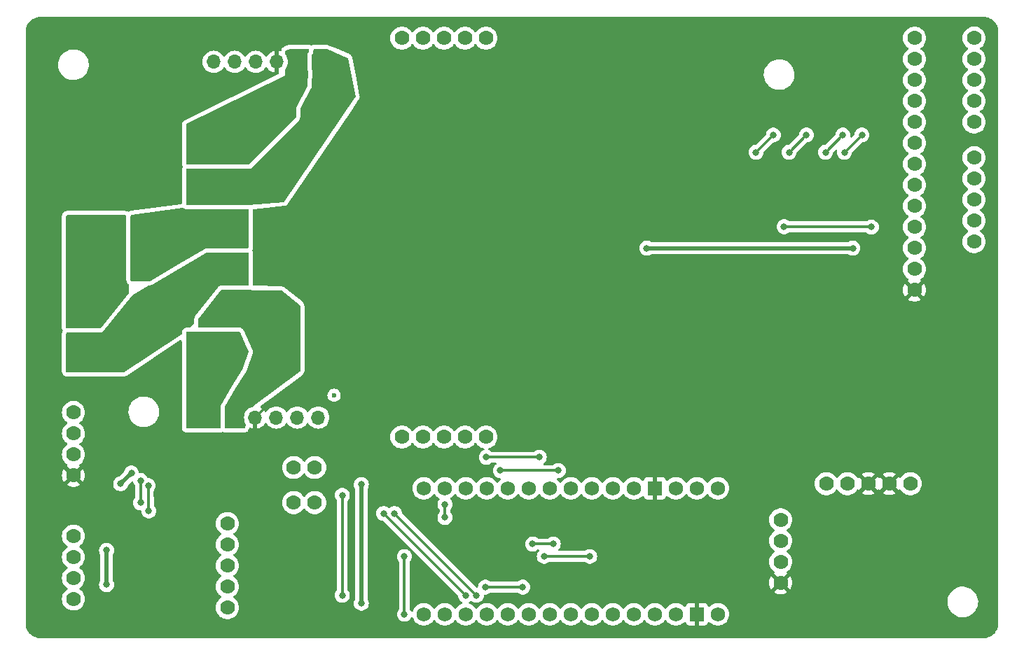
<source format=gbl>
%TF.GenerationSoftware,KiCad,Pcbnew,7.0.10*%
%TF.CreationDate,2024-01-18T23:13:16-08:00*%
%TF.ProjectId,r2dtf dev board rev 1,72326474-6620-4646-9576-20626f617264,rev?*%
%TF.SameCoordinates,Original*%
%TF.FileFunction,Copper,L2,Bot*%
%TF.FilePolarity,Positive*%
%FSLAX46Y46*%
G04 Gerber Fmt 4.6, Leading zero omitted, Abs format (unit mm)*
G04 Created by KiCad (PCBNEW 7.0.10) date 2024-01-18 23:13:16*
%MOMM*%
%LPD*%
G01*
G04 APERTURE LIST*
%TA.AperFunction,ComponentPad*%
%ADD10C,0.600000*%
%TD*%
%TA.AperFunction,ComponentPad*%
%ADD11O,2.400000X4.400000*%
%TD*%
%TA.AperFunction,ComponentPad*%
%ADD12C,1.778000*%
%TD*%
%TA.AperFunction,ComponentPad*%
%ADD13C,2.000000*%
%TD*%
%TA.AperFunction,ComponentPad*%
%ADD14R,1.700000X1.700000*%
%TD*%
%TA.AperFunction,ComponentPad*%
%ADD15O,1.700000X1.700000*%
%TD*%
%TA.AperFunction,ComponentPad*%
%ADD16C,1.727200*%
%TD*%
%TA.AperFunction,ComponentPad*%
%ADD17R,1.727200X1.727200*%
%TD*%
%TA.AperFunction,ViaPad*%
%ADD18C,0.800000*%
%TD*%
%TA.AperFunction,Conductor*%
%ADD19C,0.300000*%
%TD*%
%TA.AperFunction,Conductor*%
%ADD20C,0.500000*%
%TD*%
G04 APERTURE END LIST*
D10*
%TO.P,REF\u002A\u002A,1*%
%TO.N,GND*%
X114900000Y-127600000D03*
%TD*%
%TO.P,REF\u002A\u002A,1*%
%TO.N,GND*%
X60600000Y-131700000D03*
%TD*%
%TO.P,REF\u002A\u002A8,1*%
%TO.N,GND*%
X142300000Y-93600000D03*
%TD*%
%TO.P,REF\u002A\u002A6,1*%
%TO.N,GND*%
X163200000Y-84400000D03*
%TD*%
%TO.P,REF\u002A\u002A6,1*%
%TO.N,GND*%
X68200000Y-132000000D03*
%TD*%
%TO.P,REF\u002A\u002A6,1*%
%TO.N,GND*%
X60800000Y-116800000D03*
%TD*%
%TO.P,REF\u002A\u002A,1*%
%TO.N,GND*%
X60500000Y-104500000D03*
%TD*%
%TO.P,REF\u002A\u002A8,1*%
%TO.N,GND*%
X122600000Y-123800000D03*
%TD*%
%TO.P,REF\u002A\u002A6,1*%
%TO.N,GND*%
X163200000Y-71600000D03*
%TD*%
%TO.P,REF\u002A\u002A8,1*%
%TO.N,GND*%
X62600000Y-133700000D03*
%TD*%
%TO.P,REF\u002A\u002A7,1*%
%TO.N,GND*%
X71900000Y-118000000D03*
%TD*%
%TO.P,REF\u002A\u002A8,1*%
%TO.N,GND*%
X56000000Y-74000000D03*
%TD*%
%TO.P,REF\u002A\u002A4,1*%
%TO.N,GND*%
X141800000Y-107400000D03*
%TD*%
%TO.P,REF\u002A\u002A4,1*%
%TO.N,GND*%
X121600000Y-122800000D03*
%TD*%
%TO.P,REF\u002A\u002A6,1*%
%TO.N,GND*%
X163200000Y-64100000D03*
%TD*%
%TO.P,REF\u002A\u002A8,1*%
%TO.N,GND*%
X128700000Y-82800000D03*
%TD*%
%TO.P,REF\u002A\u002A6,1*%
%TO.N,GND*%
X81500000Y-122700000D03*
%TD*%
%TO.P,REF\u002A\u002A6,1*%
%TO.N,GND*%
X123500000Y-112600000D03*
%TD*%
%TO.P,REF\u002A\u002A,1*%
%TO.N,GND*%
X126700000Y-80800000D03*
%TD*%
%TO.P,REF\u002A\u002A6,1*%
%TO.N,GND*%
X54500000Y-98100000D03*
%TD*%
%TO.P,REF\u002A\u002A5,1*%
%TO.N,GND*%
X62500000Y-105500000D03*
%TD*%
%TO.P,REF\u002A\u002A6,1*%
%TO.N,GND*%
X96800000Y-89000000D03*
%TD*%
%TO.P,REF\u002A\u002A2,1*%
%TO.N,GND*%
X128700000Y-80800000D03*
%TD*%
%TO.P,REF\u002A\u002A8,1*%
%TO.N,GND*%
X157900000Y-103700000D03*
%TD*%
%TO.P,REF\u002A\u002A6,1*%
%TO.N,GND*%
X90500000Y-114600000D03*
%TD*%
%TO.P,REF\u002A\u002A6,1*%
%TO.N,GND*%
X81500000Y-132500000D03*
%TD*%
%TO.P,REF\u002A\u002A6,1*%
%TO.N,GND*%
X163200000Y-69200000D03*
%TD*%
%TO.P,REF\u002A\u002A2,1*%
%TO.N,GND*%
X98800000Y-87000000D03*
%TD*%
%TO.P,REF\u002A\u002A6,1*%
%TO.N,GND*%
X60500000Y-106500000D03*
%TD*%
D11*
%TO.P,SW1,1,A*%
%TO.N,/BATT POST_SWITCH*%
X67100000Y-88200000D03*
%TO.P,SW1,2,B*%
%TO.N,VBAT*%
X62400000Y-88200000D03*
%TD*%
D10*
%TO.P,REF\u002A\u002A8,1*%
%TO.N,GND*%
X129800000Y-93600000D03*
%TD*%
%TO.P,REF\u002A\u002A5,1*%
%TO.N,GND*%
X56000000Y-73000000D03*
%TD*%
%TO.P,REF\u002A\u002A6,1*%
%TO.N,GND*%
X169000000Y-69200000D03*
%TD*%
D12*
%TO.P,U2,1,GND*%
%TO.N,GND*%
X159662500Y-93267500D03*
%TO.P,U2,2,VOUT-Rev_Protected_VBAT*%
%TO.N,Net-(U2-VOUT-Rev_Protected_VBAT)*%
X159662500Y-90727500D03*
%TO.P,U2,3,VDD-Input*%
%TO.N,+3V3*%
X159662500Y-88187500D03*
%TO.P,U2,4,M1EN/DIAG*%
%TO.N,M1_EN{slash}DIAG*%
X159662500Y-85647500D03*
%TO.P,U2,5,M1INA*%
%TO.N,M1_INA*%
X159662500Y-83107500D03*
%TO.P,U2,6,M1INB*%
%TO.N,M1_INB*%
X159662500Y-80567500D03*
%TO.P,U2,7,M1PWM*%
%TO.N,M1_PWM*%
X159662500Y-78027500D03*
%TO.P,U2,8,M1CS*%
%TO.N,M1_CS*%
X159662500Y-75487500D03*
%TO.P,U2,9,M2EN/DIAG*%
%TO.N,M2_EN{slash}DIAG*%
X159662500Y-72947500D03*
%TO.P,U2,10,M2INA*%
%TO.N,M2_INA*%
X159662500Y-70407500D03*
%TO.P,U2,11,M2INB*%
%TO.N,M2_INB*%
X159662500Y-67867500D03*
%TO.P,U2,12,M2PWM*%
%TO.N,M2_PWM*%
X159662500Y-65327500D03*
%TO.P,U2,13,M2CS*%
%TO.N,M2_CS*%
X159662500Y-62787500D03*
%TO.P,U2,14,Mech_Conn*%
%TO.N,unconnected-(U2-Mech_Conn-Pad14)*%
X97686500Y-62787500D03*
%TO.P,U2,15,Mech_Conn*%
%TO.N,unconnected-(U2-Mech_Conn-Pad15)*%
X100226500Y-62787500D03*
%TO.P,U2,16,Mech_Conn*%
%TO.N,unconnected-(U2-Mech_Conn-Pad16)*%
X102766500Y-62787500D03*
%TO.P,U2,17,Mech_Conn*%
%TO.N,unconnected-(U2-Mech_Conn-Pad17)*%
X105306500Y-62787500D03*
%TO.P,U2,18,Mech_Conn*%
%TO.N,unconnected-(U2-Mech_Conn-Pad18)*%
X107846500Y-62787500D03*
%TO.P,U2,19,Mech_Conn*%
%TO.N,unconnected-(U2-Mech_Conn-Pad19)*%
X97686500Y-111047500D03*
%TO.P,U2,20,Mech_Conn*%
%TO.N,unconnected-(U2-Mech_Conn-Pad20)*%
X100226500Y-111047500D03*
%TO.P,U2,21,Mech_Conn*%
%TO.N,unconnected-(U2-Mech_Conn-Pad21)*%
X102766500Y-111047500D03*
%TO.P,U2,22,Mech_Conn*%
%TO.N,unconnected-(U2-Mech_Conn-Pad22)*%
X105306500Y-111047500D03*
%TO.P,U2,23,Mech_Conn*%
%TO.N,unconnected-(U2-Mech_Conn-Pad23)*%
X107846500Y-111047500D03*
%TD*%
D10*
%TO.P,REF\u002A\u002A7,1*%
%TO.N,GND*%
X61600000Y-133700000D03*
%TD*%
%TO.P,REF\u002A\u002A1,1*%
%TO.N,GND*%
X156900000Y-101700000D03*
%TD*%
%TO.P,REF\u002A\u002A4,1*%
%TO.N,GND*%
X115900000Y-128600000D03*
%TD*%
%TO.P,REF\u002A\u002A2,1*%
%TO.N,GND*%
X116900000Y-127600000D03*
%TD*%
D13*
%TO.P,J6,1,Pin_1*%
%TO.N,/M1 Red*%
X76100000Y-100750000D03*
%TO.P,J6,2,Pin_2*%
%TO.N,/M1 Black*%
X76100000Y-95750000D03*
%TD*%
D14*
%TO.P,J5,1,M2-Red-Power*%
%TO.N,/M2 Red*%
X87655400Y-65659000D03*
D15*
%TO.P,J5,2,M2-Black-Power*%
%TO.N,/M2 Black*%
X85115400Y-65659000D03*
%TO.P,J5,3,M2-Green-Enc_GND*%
%TO.N,GND*%
X82575400Y-65659000D03*
%TO.P,J5,4,M2-Blue-Enc_VCC*%
%TO.N,+5V*%
X80035400Y-65659000D03*
%TO.P,J5,5,M2-Yellow-ENC_A*%
%TO.N,M2-Enc_A-Yellow-5V*%
X77495400Y-65659000D03*
%TO.P,J5,6,M2-White-ENC_B*%
%TO.N,M2-Enc_B-White-5V*%
X74955400Y-65659000D03*
%TD*%
D10*
%TO.P,REF\u002A\u002A6,1*%
%TO.N,GND*%
X140900000Y-74000000D03*
%TD*%
%TO.P,REF\u002A\u002A2,1*%
%TO.N,GND*%
X56000000Y-72000000D03*
%TD*%
D13*
%TO.P,J1,1,Pin_1-VBAT*%
%TO.N,VBAT*%
X59600000Y-95750000D03*
%TO.P,J1,2,Pin_2-GND*%
%TO.N,/BATT GND*%
X59600000Y-100750000D03*
%TD*%
D10*
%TO.P,REF\u002A\u002A6,1*%
%TO.N,GND*%
X137200000Y-64400000D03*
%TD*%
%TO.P,REF\u002A\u002A6,1*%
%TO.N,GND*%
X163200000Y-66600000D03*
%TD*%
%TO.P,REF\u002A\u002A7,1*%
%TO.N,GND*%
X127700000Y-82800000D03*
%TD*%
%TO.P,REF\u002A\u002A2,1*%
%TO.N,GND*%
X82600000Y-87500000D03*
%TD*%
%TO.P,REF\u002A\u002A4,1*%
%TO.N,GND*%
X130600000Y-63500000D03*
%TD*%
%TO.P,REF\u002A\u002A1,1*%
%TO.N,GND*%
X127700000Y-80800000D03*
%TD*%
D14*
%TO.P,J4,1,M1-Red-Power*%
%TO.N,/M1 Red*%
X74880000Y-108686600D03*
D15*
%TO.P,J4,2,M1-Black-Power*%
%TO.N,/M1 Black*%
X77420000Y-108686600D03*
%TO.P,J4,3,M1-Green-Enc_GND*%
%TO.N,GND*%
X79960000Y-108686600D03*
%TO.P,J4,4,M1-Blue-Enc_VCC*%
%TO.N,+5V*%
X82500000Y-108686600D03*
%TO.P,J4,5,M1-Yellow-ENC_A*%
%TO.N,M1-Enc_A-Yellow-5V*%
X85040000Y-108686600D03*
%TO.P,J4,6,M1-White-ENC_B*%
%TO.N,M1-Enc_B-White-5V*%
X87580000Y-108686600D03*
%TD*%
D10*
%TO.P,REF\u002A\u002A2,1*%
%TO.N,GND*%
X122600000Y-121800000D03*
%TD*%
%TO.P,REF\u002A\u002A5,1*%
%TO.N,GND*%
X157900000Y-102700000D03*
%TD*%
%TO.P,REF\u002A\u002A1,1*%
%TO.N,GND*%
X113200000Y-97900000D03*
%TD*%
D12*
%TO.P,J2,1,Pin_1*%
%TO.N,M1_CS*%
X87172800Y-114736100D03*
%TO.P,J2,2,Pin_2*%
%TO.N,M2_CS*%
X84632800Y-114736100D03*
%TD*%
D10*
%TO.P,REF\u002A\u002A6,1*%
%TO.N,GND*%
X114900000Y-129600000D03*
%TD*%
%TO.P,REF\u002A\u002A1,1*%
%TO.N,GND*%
X61600000Y-131700000D03*
%TD*%
%TO.P,REF\u002A\u002A3,1*%
%TO.N,GND*%
X60500000Y-105500000D03*
%TD*%
%TO.P,REF\u002A\u002A8,1*%
%TO.N,GND*%
X125400000Y-93600000D03*
%TD*%
%TO.P,REF\u002A\u002A4,1*%
%TO.N,GND*%
X61500000Y-105500000D03*
%TD*%
%TO.P,REF\u002A\u002A6,1*%
%TO.N,GND*%
X169000000Y-81800000D03*
%TD*%
%TO.P,REF\u002A\u002A8,1*%
%TO.N,GND*%
X133900000Y-122300000D03*
%TD*%
%TO.P,REF\u002A\u002A7,1*%
%TO.N,GND*%
X61500000Y-106500000D03*
%TD*%
%TO.P,REF\u002A\u002A1,1*%
%TO.N,GND*%
X115900000Y-127600000D03*
%TD*%
%TO.P,REF\u002A\u002A,1*%
%TO.N,GND*%
X140800000Y-106400000D03*
%TD*%
%TO.P,REF\u002A\u002A8,1*%
%TO.N,GND*%
X63000000Y-82900000D03*
%TD*%
%TO.P,REF\u002A\u002A5,1*%
%TO.N,GND*%
X72900000Y-117000000D03*
%TD*%
%TO.P,REF\u002A\u002A6,1*%
%TO.N,N/C*%
X89500000Y-106000000D03*
%TD*%
%TO.P,REF\u002A\u002A6,1*%
%TO.N,GND*%
X81500000Y-125400000D03*
%TD*%
%TO.P,REF\u002A\u002A,1*%
%TO.N,GND*%
X120600000Y-121800000D03*
%TD*%
%TO.P,REF\u002A\u002A6,1*%
%TO.N,GND*%
X70900000Y-118000000D03*
%TD*%
D12*
%TO.P,J9,1,Pin_1*%
%TO.N,/D3*%
X143484600Y-121056400D03*
%TO.P,J9,2,Pin_2*%
%TO.N,/D11*%
X143484600Y-123596400D03*
%TO.P,J9,3,Pin_3*%
%TO.N,/D13*%
X143484600Y-126136400D03*
%TO.P,J9,4,Pin_4*%
%TO.N,GND*%
X143484600Y-128676400D03*
%TD*%
D10*
%TO.P,REF\u002A\u002A,1*%
%TO.N,GND*%
X61000000Y-80900000D03*
%TD*%
%TO.P,REF\u002A\u002A1,1*%
%TO.N,GND*%
X121600000Y-121800000D03*
%TD*%
%TO.P,REF\u002A\u002A8,1*%
%TO.N,GND*%
X114200000Y-99900000D03*
%TD*%
%TO.P,REF\u002A\u002A6,1*%
%TO.N,GND*%
X140800000Y-108400000D03*
%TD*%
%TO.P,REF\u002A\u002A5,1*%
%TO.N,GND*%
X63000000Y-81900000D03*
%TD*%
%TO.P,REF\u002A\u002A6,1*%
%TO.N,GND*%
X147700000Y-61300000D03*
%TD*%
%TO.P,REF\u002A\u002A3,1*%
%TO.N,GND*%
X126700000Y-81800000D03*
%TD*%
%TO.P,REF\u002A\u002A,1*%
%TO.N,GND*%
X112200000Y-97900000D03*
%TD*%
%TO.P,REF\u002A\u002A3,1*%
%TO.N,GND*%
X155900000Y-102700000D03*
%TD*%
%TO.P,REF\u002A\u002A,1*%
%TO.N,GND*%
X54000000Y-72000000D03*
%TD*%
%TO.P,REF\u002A\u002A1,1*%
%TO.N,GND*%
X55000000Y-72000000D03*
%TD*%
%TO.P,REF\u002A\u002A6,1*%
%TO.N,GND*%
X105500000Y-98900000D03*
%TD*%
%TO.P,REF\u002A\u002A4,1*%
%TO.N,GND*%
X81600000Y-88500000D03*
%TD*%
%TO.P,REF\u002A\u002A6,1*%
%TO.N,GND*%
X112200000Y-99900000D03*
%TD*%
%TO.P,REF\u002A\u002A5,1*%
%TO.N,GND*%
X62600000Y-132700000D03*
%TD*%
%TO.P,REF\u002A\u002A2,1*%
%TO.N,GND*%
X142800000Y-106400000D03*
%TD*%
D12*
%TO.P,J10,1,Pin_1*%
%TO.N,VBAT*%
X58000000Y-108079500D03*
%TO.P,J10,2,Pin_2*%
%TO.N,+5V*%
X58000000Y-110619500D03*
%TO.P,J10,3,Pin_3*%
%TO.N,+3V3*%
X58000000Y-113159500D03*
%TO.P,J10,4,Pin_4*%
%TO.N,GND*%
X58000000Y-115699500D03*
%TD*%
D10*
%TO.P,REF\u002A\u002A4,1*%
%TO.N,GND*%
X113200000Y-98900000D03*
%TD*%
%TO.P,REF\u002A\u002A6,1*%
%TO.N,GND*%
X150300000Y-64400000D03*
%TD*%
%TO.P,REF\u002A\u002A4,1*%
%TO.N,GND*%
X127700000Y-81800000D03*
%TD*%
%TO.P,REF\u002A\u002A6,1*%
%TO.N,GND*%
X56200000Y-109300000D03*
%TD*%
%TO.P,REF\u002A\u002A6,1*%
%TO.N,GND*%
X163200000Y-79300000D03*
%TD*%
%TO.P,REF\u002A\u002A1,1*%
%TO.N,GND*%
X141800000Y-106400000D03*
%TD*%
D13*
%TO.P,J8,1,Pin_1*%
%TO.N,/M2 Red*%
X76100000Y-80750000D03*
%TO.P,J8,2,Pin_2*%
%TO.N,/M2 Black*%
X76100000Y-75750000D03*
%TD*%
D10*
%TO.P,REF\u002A\u002A6,1*%
%TO.N,GND*%
X97700000Y-65700000D03*
%TD*%
D12*
%TO.P,J3,1,Pin_1*%
%TO.N,/Post-Jumper CS1*%
X87172800Y-118986100D03*
%TO.P,J3,2,Pin_2*%
%TO.N,/Post-Jumper CS2*%
X84632800Y-118986100D03*
%TD*%
D10*
%TO.P,REF\u002A\u002A3,1*%
%TO.N,GND*%
X140800000Y-107400000D03*
%TD*%
%TO.P,REF\u002A\u002A6,1*%
%TO.N,GND*%
X152100000Y-126200000D03*
%TD*%
%TO.P,REF\u002A\u002A1,1*%
%TO.N,GND*%
X71900000Y-116000000D03*
%TD*%
%TO.P,REF\u002A\u002A8,1*%
%TO.N,GND*%
X95600000Y-114500000D03*
%TD*%
%TO.P,REF\u002A\u002A4,1*%
%TO.N,GND*%
X97800000Y-88000000D03*
%TD*%
%TO.P,REF\u002A\u002A8,1*%
%TO.N,GND*%
X98800000Y-89000000D03*
%TD*%
%TO.P,REF\u002A\u002A4,1*%
%TO.N,GND*%
X55000000Y-73000000D03*
%TD*%
%TO.P,REF\u002A\u002A5,1*%
%TO.N,GND*%
X116900000Y-128600000D03*
%TD*%
%TO.P,REF\u002A\u002A6,1*%
%TO.N,GND*%
X54000000Y-74000000D03*
%TD*%
%TO.P,REF\u002A\u002A7,1*%
%TO.N,GND*%
X97800000Y-89000000D03*
%TD*%
%TO.P,REF\u002A\u002A6,1*%
%TO.N,GND*%
X155900000Y-103700000D03*
%TD*%
%TO.P,REF\u002A\u002A7,1*%
%TO.N,GND*%
X130600000Y-64500000D03*
%TD*%
%TO.P,REF\u002A\u002A7,1*%
%TO.N,GND*%
X121600000Y-123800000D03*
%TD*%
%TO.P,REF\u002A\u002A,1*%
%TO.N,GND*%
X70900000Y-116000000D03*
%TD*%
%TO.P,REF\u002A\u002A5,1*%
%TO.N,GND*%
X82600000Y-88500000D03*
%TD*%
D12*
%TO.P,J13,1,Pin_1*%
%TO.N,M1-Enc_A-Yellow-5V*%
X58000000Y-123024000D03*
%TO.P,J13,2,Pin_2*%
%TO.N,M1-Enc_B-White-5V*%
X58000000Y-125564000D03*
%TO.P,J13,3,Pin_3*%
%TO.N,M2-Enc_A-Yellow-5V*%
X58000000Y-128104000D03*
%TO.P,J13,4,Pin_4*%
%TO.N,M2-Enc_B-White-5V*%
X58000000Y-130644000D03*
%TD*%
D10*
%TO.P,REF\u002A\u002A2,1*%
%TO.N,GND*%
X62500000Y-104500000D03*
%TD*%
%TO.P,REF\u002A\u002A1,1*%
%TO.N,GND*%
X130600000Y-62500000D03*
%TD*%
%TO.P,REF\u002A\u002A6,1*%
%TO.N,GND*%
X78000000Y-68200000D03*
%TD*%
%TO.P,REF\u002A\u002A6,1*%
%TO.N,GND*%
X57200000Y-119800000D03*
%TD*%
%TO.P,REF\u002A\u002A5,1*%
%TO.N,GND*%
X98800000Y-88000000D03*
%TD*%
%TO.P,REF\u002A\u002A5,1*%
%TO.N,GND*%
X114200000Y-98900000D03*
%TD*%
%TO.P,REF\u002A\u002A6,1*%
%TO.N,GND*%
X72200000Y-130400000D03*
%TD*%
%TO.P,REF\u002A\u002A7,1*%
%TO.N,GND*%
X115900000Y-129600000D03*
%TD*%
%TO.P,REF\u002A\u002A6,1*%
%TO.N,GND*%
X129600000Y-64500000D03*
%TD*%
%TO.P,REF\u002A\u002A2,1*%
%TO.N,GND*%
X114200000Y-97900000D03*
%TD*%
D16*
%TO.P,XA1,3V3,3.3V*%
%TO.N,+3V3*%
X102880000Y-132490000D03*
%TO.P,XA1,5V,5V/VUSB_if_SJ1*%
%TO.N,unconnected-(XA1-5V{slash}VUSB_if_SJ1-Pad5V)*%
X128280000Y-132490000D03*
%TO.P,XA1,A0,A0/P0.04/DAC*%
%TO.N,/Post-Jumper CS2*%
X107960000Y-132490000D03*
%TO.P,XA1,A1,A1/P0.05*%
%TO.N,/Post-Jumper CS1*%
X110500000Y-132490000D03*
%TO.P,XA1,A2,A2/P0.30*%
%TO.N,M2-Enc_A-Yellow-3V3*%
X113040000Y-132490000D03*
%TO.P,XA1,A3,A3/P0.29*%
%TO.N,M2-Enc_B-White-3V3*%
X115580000Y-132490000D03*
%TO.P,XA1,A4,A4/P0.31/SDA/Pullup*%
%TO.N,unconnected-(XA1-A4{slash}P0.31{slash}SDA{slash}Pullup-PadA4)*%
X118120000Y-132490000D03*
%TO.P,XA1,A5,A5/P0.02/SCL/Pullup*%
%TO.N,unconnected-(XA1-A5{slash}P0.02{slash}SCL{slash}Pullup-PadA5)*%
X120660000Y-132490000D03*
%TO.P,XA1,A6,A6/P0.28*%
%TO.N,M1-Enc_A-Yellow-3V3*%
X123200000Y-132490000D03*
%TO.P,XA1,A7,A7/P0.03*%
%TO.N,M1-Enc_B-White-3V3*%
X125740000Y-132490000D03*
%TO.P,XA1,AREF,AREF*%
%TO.N,unconnected-(XA1-PadAREF)*%
X105420000Y-132490000D03*
%TO.P,XA1,D0,D0/P1.10/RX*%
%TO.N,unconnected-(XA1-D0{slash}P1.10{slash}RX-PadD0)*%
X133360000Y-117250000D03*
%TO.P,XA1,D1,D1/P1.03/TX*%
%TO.N,unconnected-(XA1-D1{slash}P1.03{slash}TX-PadD1)*%
X135900000Y-117250000D03*
%TO.P,XA1,D2,D2/P1.11*%
%TO.N,M1_INA*%
X125740000Y-117250000D03*
%TO.P,XA1,D3,D3/P1.12/PWM*%
%TO.N,/D3*%
X123200000Y-117250000D03*
%TO.P,XA1,D4,D4/P1.15*%
%TO.N,M1_INB*%
X120660000Y-117250000D03*
%TO.P,XA1,D5,D5/P1.13/PWM*%
%TO.N,TXU_OE*%
X118120000Y-117250000D03*
%TO.P,XA1,D6,D6/P1.14/PWM*%
%TO.N,M1_EN{slash}DIAG*%
X115580000Y-117250000D03*
%TO.P,XA1,D7,D7/P0.23*%
%TO.N,M2_INA*%
X113040000Y-117250000D03*
%TO.P,XA1,D8,D8/P0.21*%
%TO.N,M2_INB*%
X110500000Y-117250000D03*
%TO.P,XA1,D9,D9/P0.27/PWM*%
%TO.N,M1_PWM*%
X107960000Y-117250000D03*
%TO.P,XA1,D10,D10/P1.02/PWM*%
%TO.N,M2_PWM*%
X105420000Y-117250000D03*
%TO.P,XA1,D11,D11/P1.01/MOSI*%
%TO.N,/D11*%
X102880000Y-117250000D03*
%TO.P,XA1,D12,D12/P1.08/MISO*%
%TO.N,M2_EN{slash}DIAG*%
X100340000Y-117250000D03*
%TO.P,XA1,D13,D13/P0.13/SCK/LED*%
%TO.N,/D13*%
X100340000Y-132490000D03*
D17*
%TO.P,XA1,GND1,GND*%
%TO.N,GND*%
X128280000Y-117250000D03*
%TO.P,XA1,GND2,GND*%
X133360000Y-132490000D03*
D16*
%TO.P,XA1,RST1,RESET*%
%TO.N,unconnected-(XA1-RESET-PadRST1)*%
X130820000Y-117250000D03*
%TO.P,XA1,RST2,RESET*%
%TO.N,unconnected-(XA1-RESET-PadRST2)*%
X130820000Y-132490000D03*
%TO.P,XA1,VIN,VIN*%
%TO.N,+5V*%
X135900000Y-132490000D03*
%TD*%
D10*
%TO.P,REF\u002A\u002A3,1*%
%TO.N,GND*%
X96800000Y-88000000D03*
%TD*%
%TO.P,REF\u002A\u002A7,1*%
%TO.N,GND*%
X156900000Y-103700000D03*
%TD*%
%TO.P,REF\u002A\u002A6,1*%
%TO.N,GND*%
X128600000Y-73700000D03*
%TD*%
%TO.P,REF\u002A\u002A8,1*%
%TO.N,GND*%
X142800000Y-108400000D03*
%TD*%
%TO.P,REF\u002A\u002A6,1*%
%TO.N,GND*%
X114700000Y-81800000D03*
%TD*%
%TO.P,REF\u002A\u002A2,1*%
%TO.N,GND*%
X62600000Y-131700000D03*
%TD*%
%TO.P,REF\u002A\u002A3,1*%
%TO.N,GND*%
X61000000Y-81900000D03*
%TD*%
%TO.P,REF\u002A\u002A6,1*%
%TO.N,GND*%
X86700000Y-111200000D03*
%TD*%
%TO.P,REF\u002A\u002A3,1*%
%TO.N,GND*%
X80600000Y-88500000D03*
%TD*%
%TO.P,REF\u002A\u002A6,1*%
%TO.N,GND*%
X67700000Y-70300000D03*
%TD*%
%TO.P,REF\u002A\u002A3,1*%
%TO.N,GND*%
X129600000Y-63500000D03*
%TD*%
%TO.P,REF\u002A\u002A,1*%
%TO.N,GND*%
X155900000Y-101700000D03*
%TD*%
%TO.P,REF\u002A\u002A2,1*%
%TO.N,GND*%
X72900000Y-116000000D03*
%TD*%
%TO.P,REF\u002A\u002A5,1*%
%TO.N,GND*%
X122600000Y-122800000D03*
%TD*%
%TO.P,REF\u002A\u002A8,1*%
%TO.N,GND*%
X72900000Y-118000000D03*
%TD*%
%TO.P,REF\u002A\u002A8,1*%
%TO.N,GND*%
X82600000Y-89500000D03*
%TD*%
%TO.P,REF\u002A\u002A1,1*%
%TO.N,GND*%
X61500000Y-104500000D03*
%TD*%
D13*
%TO.P,J7,1,Pin_1-GND*%
%TO.N,/BATT GND*%
X76100000Y-90750000D03*
%TO.P,J7,2,Pin_2-VBAT*%
%TO.N,/BATT POST_SWITCH*%
X76100000Y-85750000D03*
%TD*%
D10*
%TO.P,REF\u002A\u002A4,1*%
%TO.N,GND*%
X62000000Y-81900000D03*
%TD*%
%TO.P,REF\u002A\u002A4,1*%
%TO.N,GND*%
X61600000Y-132700000D03*
%TD*%
%TO.P,REF\u002A\u002A3,1*%
%TO.N,GND*%
X120600000Y-122800000D03*
%TD*%
%TO.P,REF\u002A\u002A1,1*%
%TO.N,GND*%
X62000000Y-80900000D03*
%TD*%
%TO.P,REF\u002A\u002A7,1*%
%TO.N,GND*%
X141800000Y-108400000D03*
%TD*%
%TO.P,REF\u002A\u002A4,1*%
%TO.N,GND*%
X71900000Y-117000000D03*
%TD*%
%TO.P,REF\u002A\u002A6,1*%
%TO.N,GND*%
X60600000Y-133700000D03*
%TD*%
%TO.P,REF\u002A\u002A8,1*%
%TO.N,GND*%
X131600000Y-64500000D03*
%TD*%
%TO.P,REF\u002A\u002A5,1*%
%TO.N,GND*%
X128700000Y-81800000D03*
%TD*%
%TO.P,REF\u002A\u002A6,1*%
%TO.N,GND*%
X82200000Y-111200000D03*
%TD*%
%TO.P,REF\u002A\u002A6,1*%
%TO.N,GND*%
X95100000Y-61300000D03*
%TD*%
%TO.P,REF\u002A\u002A5,1*%
%TO.N,GND*%
X142800000Y-107400000D03*
%TD*%
%TO.P,REF\u002A\u002A6,1*%
%TO.N,GND*%
X80600000Y-89500000D03*
%TD*%
%TO.P,REF\u002A\u002A8,1*%
%TO.N,GND*%
X163200000Y-74200000D03*
%TD*%
%TO.P,REF\u002A\u002A2,1*%
%TO.N,GND*%
X157900000Y-101700000D03*
%TD*%
%TO.P,REF\u002A\u002A6,1*%
%TO.N,GND*%
X126700000Y-82800000D03*
%TD*%
%TO.P,REF\u002A\u002A6,1*%
%TO.N,GND*%
X81500000Y-128000000D03*
%TD*%
%TO.P,REF\u002A\u002A3,1*%
%TO.N,GND*%
X114900000Y-128600000D03*
%TD*%
%TO.P,REF\u002A\u002A4,1*%
%TO.N,GND*%
X156900000Y-102700000D03*
%TD*%
%TO.P,REF\u002A\u002A6,1*%
%TO.N,GND*%
X163200000Y-76700000D03*
%TD*%
%TO.P,REF\u002A\u002A6,1*%
%TO.N,GND*%
X80100000Y-62300000D03*
%TD*%
%TO.P,REF\u002A\u002A1,1*%
%TO.N,GND*%
X81600000Y-87500000D03*
%TD*%
%TO.P,REF\u002A\u002A5,1*%
%TO.N,GND*%
X131600000Y-63500000D03*
%TD*%
%TO.P,REF\u002A\u002A8,1*%
%TO.N,GND*%
X116900000Y-129600000D03*
%TD*%
%TO.P,REF\u002A\u002A8,1*%
%TO.N,GND*%
X62500000Y-106500000D03*
%TD*%
D12*
%TO.P,J12,1,Pin_1*%
%TO.N,M2_EN{slash}DIAG*%
X166860500Y-72940500D03*
%TO.P,J12,2,Pin_2*%
%TO.N,M2_INA*%
X166860500Y-70400500D03*
%TO.P,J12,3,Pin_3*%
%TO.N,M2_INB*%
X166860500Y-67860500D03*
%TO.P,J12,4,Pin_4*%
%TO.N,M2_PWM*%
X166860500Y-65320500D03*
%TO.P,J12,5,Pin_5*%
%TO.N,M2_CS*%
X166860500Y-62780500D03*
%TD*%
D10*
%TO.P,REF\u002A\u002A2,1*%
%TO.N,GND*%
X131600000Y-62500000D03*
%TD*%
%TO.P,REF\u002A\u002A7,1*%
%TO.N,GND*%
X55000000Y-74000000D03*
%TD*%
D12*
%TO.P,U3,1,Enable*%
%TO.N,unconnected-(U3-Enable-Pad1)*%
X148996400Y-116687600D03*
%TO.P,U3,2,In_+_4.5-20V*%
%TO.N,Net-(U2-VOUT-Rev_Protected_VBAT)*%
X151536400Y-116687600D03*
%TO.P,U3,3,In_-*%
%TO.N,GND*%
X154076400Y-116687600D03*
%TO.P,U3,4,Out_-*%
X156616400Y-116687600D03*
%TO.P,U3,5,Out_+_1-16V*%
%TO.N,+5V*%
X159156400Y-116687600D03*
%TD*%
D10*
%TO.P,REF\u002A\u002A6,1*%
%TO.N,GND*%
X64400000Y-119700000D03*
%TD*%
%TO.P,REF\u002A\u002A3,1*%
%TO.N,GND*%
X70900000Y-117000000D03*
%TD*%
%TO.P,REF\u002A\u002A3,1*%
%TO.N,GND*%
X112200000Y-98900000D03*
%TD*%
%TO.P,REF\u002A\u002A6,1*%
%TO.N,GND*%
X124300000Y-128000000D03*
%TD*%
%TO.P,REF\u002A\u002A3,1*%
%TO.N,GND*%
X54000000Y-73000000D03*
%TD*%
%TO.P,REF\u002A\u002A6,1*%
%TO.N,GND*%
X55000000Y-62300000D03*
%TD*%
%TO.P,REF\u002A\u002A,1*%
%TO.N,GND*%
X129600000Y-62500000D03*
%TD*%
%TO.P,REF\u002A\u002A7,1*%
%TO.N,GND*%
X81600000Y-89500000D03*
%TD*%
D12*
%TO.P,J14,1,Pin_1*%
%TO.N,M1-Enc_A-Yellow-3V3*%
X76600000Y-121524000D03*
%TO.P,J14,2,Pin_2*%
%TO.N,M1-Enc_B-White-3V3*%
X76600000Y-124064000D03*
%TO.P,J14,3,Pin_3*%
%TO.N,M2-Enc_A-Yellow-3V3*%
X76600000Y-126604000D03*
%TO.P,J14,4,Pin_4*%
%TO.N,M2-Enc_B-White-3V3*%
X76600000Y-129144000D03*
%TO.P,J14,5,Pin_5*%
%TO.N,TXU_OE*%
X76600000Y-131684000D03*
%TD*%
D10*
%TO.P,REF\u002A\u002A7,1*%
%TO.N,GND*%
X62000000Y-82900000D03*
%TD*%
%TO.P,REF\u002A\u002A,1*%
%TO.N,GND*%
X96800000Y-87000000D03*
%TD*%
%TO.P,REF\u002A\u002A6,1*%
%TO.N,GND*%
X163200000Y-81800000D03*
%TD*%
%TO.P,REF\u002A\u002A,1*%
%TO.N,GND*%
X80600000Y-87500000D03*
%TD*%
%TO.P,REF\u002A\u002A2,1*%
%TO.N,GND*%
X63000000Y-80900000D03*
%TD*%
%TO.P,REF\u002A\u002A1,1*%
%TO.N,GND*%
X97800000Y-87000000D03*
%TD*%
%TO.P,REF\u002A\u002A6,1*%
%TO.N,GND*%
X120600000Y-123800000D03*
%TD*%
D12*
%TO.P,J11,1,Pin_1*%
%TO.N,M1_EN{slash}DIAG*%
X166860500Y-87410000D03*
%TO.P,J11,2,Pin_2*%
%TO.N,M1_INA*%
X166860500Y-84870000D03*
%TO.P,J11,3,Pin_3*%
%TO.N,M1_INB*%
X166860500Y-82330000D03*
%TO.P,J11,4,Pin_4*%
%TO.N,M1_PWM*%
X166860500Y-79790000D03*
%TO.P,J11,5,Pin_5*%
%TO.N,M1_CS*%
X166860500Y-77250000D03*
%TD*%
D10*
%TO.P,REF\u002A\u002A6,1*%
%TO.N,GND*%
X61000000Y-82900000D03*
%TD*%
%TO.P,REF\u002A\u002A3,1*%
%TO.N,GND*%
X60600000Y-132700000D03*
%TD*%
%TO.P,REF\u002A\u002A7,1*%
%TO.N,GND*%
X113200000Y-99900000D03*
%TD*%
D18*
%TO.N,+5V*%
X63700000Y-116700000D03*
X62000000Y-124750000D03*
X65000000Y-115400000D03*
X62000000Y-128900000D03*
%TO.N,+3V3*%
X92800000Y-116800000D03*
X127300000Y-88200000D03*
X152200000Y-88200000D03*
X92800000Y-131176400D03*
%TO.N,M1_EN{slash}DIAG*%
X143900000Y-85600000D03*
X154447500Y-85647500D03*
%TO.N,M1_PWM*%
X116600000Y-115100000D03*
X109600000Y-115100000D03*
%TO.N,M2_EN{slash}DIAG*%
X151200000Y-76600000D03*
X153300000Y-74500000D03*
X107900000Y-113500000D03*
X114300000Y-113500000D03*
%TO.N,M2_INA*%
X151000000Y-74500000D03*
X148900000Y-76600000D03*
%TO.N,M2_INB*%
X146600000Y-74500000D03*
X144500000Y-76600000D03*
%TO.N,M2_PWM*%
X140500000Y-76600000D03*
X142600000Y-74500000D03*
%TO.N,M1-Enc_A-Yellow-5V*%
X66100000Y-119000000D03*
X66100000Y-116300000D03*
%TO.N,M1-Enc_B-White-5V*%
X67100000Y-120000000D03*
X67025000Y-116925000D03*
%TO.N,TXU_OE*%
X90500000Y-130200000D03*
X90500000Y-118100000D03*
%TO.N,M1-Enc_B-White-3V3*%
X116000000Y-124000000D03*
X113500000Y-124000000D03*
%TO.N,M2-Enc_B-White-3V3*%
X107800000Y-129200000D03*
X112300000Y-129200000D03*
%TO.N,/D11*%
X102900000Y-120774000D03*
X102900000Y-119200000D03*
%TO.N,/D13*%
X98000000Y-125500000D03*
X120400000Y-125500000D03*
X114900000Y-125500000D03*
X98000000Y-132500000D03*
%TO.N,/Post-Jumper CS1*%
X106700000Y-130200000D03*
X96800000Y-120300000D03*
%TO.N,/Post-Jumper CS2*%
X105400000Y-130200000D03*
X95500000Y-120300000D03*
%TD*%
D19*
%TO.N,GND*%
X79960000Y-108686600D02*
X81623300Y-107023300D01*
D20*
%TO.N,+5V*%
X62000000Y-128900000D02*
X62000000Y-124750000D01*
X65000000Y-115400000D02*
X63700000Y-116700000D01*
%TO.N,+3V3*%
X92800000Y-131176400D02*
X92800000Y-116800000D01*
X127300000Y-88200000D02*
X152200000Y-88200000D01*
D19*
%TO.N,M1_EN{slash}DIAG*%
X143900000Y-85600000D02*
X154400000Y-85600000D01*
X154400000Y-85600000D02*
X154447500Y-85647500D01*
%TO.N,M1_PWM*%
X109600000Y-115100000D02*
X116600000Y-115100000D01*
%TO.N,M2_EN{slash}DIAG*%
X107900000Y-113500000D02*
X114300000Y-113500000D01*
X151200000Y-76600000D02*
X153300000Y-74500000D01*
%TO.N,M2_INA*%
X148900000Y-76600000D02*
X151000000Y-74500000D01*
%TO.N,M2_INB*%
X144500000Y-76600000D02*
X146600000Y-74500000D01*
%TO.N,M2_PWM*%
X140500000Y-76600000D02*
X142600000Y-74500000D01*
%TO.N,M1-Enc_A-Yellow-5V*%
X66100000Y-119000000D02*
X66100000Y-116300000D01*
%TO.N,M1-Enc_B-White-5V*%
X67025000Y-116925000D02*
X67100000Y-120000000D01*
%TO.N,TXU_OE*%
X90500000Y-130200000D02*
X90500000Y-118100000D01*
%TO.N,M1-Enc_B-White-3V3*%
X116000000Y-124000000D02*
X113500000Y-124000000D01*
%TO.N,M2-Enc_B-White-3V3*%
X112300000Y-129200000D02*
X107800000Y-129200000D01*
%TO.N,/D11*%
X102900000Y-119200000D02*
X102900000Y-120774000D01*
%TO.N,/D13*%
X98000000Y-132500000D02*
X98000000Y-125500000D01*
X114900000Y-125500000D02*
X120400000Y-125500000D01*
%TO.N,/Post-Jumper CS1*%
X106700000Y-130200000D02*
X96800000Y-120300000D01*
%TO.N,/Post-Jumper CS2*%
X105400000Y-130200000D02*
X95500000Y-120300000D01*
%TD*%
%TA.AperFunction,Conductor*%
%TO.N,/M1 Black*%
G36*
X83058213Y-93299419D02*
G01*
X83124971Y-93320033D01*
X83132903Y-93325750D01*
X85352422Y-95062765D01*
X85393084Y-95119584D01*
X85400000Y-95160416D01*
X85400000Y-103038000D01*
X85380315Y-103105039D01*
X85350400Y-103137200D01*
X79799998Y-107300000D01*
X79795129Y-107306313D01*
X79738593Y-107347367D01*
X79729045Y-107350343D01*
X79496344Y-107412694D01*
X79496335Y-107412698D01*
X79282171Y-107512564D01*
X79282169Y-107512565D01*
X79088597Y-107648105D01*
X78921505Y-107815197D01*
X78785965Y-108008769D01*
X78785964Y-108008771D01*
X78686098Y-108222935D01*
X78686094Y-108222944D01*
X78624938Y-108451186D01*
X78624936Y-108451196D01*
X78604341Y-108686599D01*
X78604341Y-108686600D01*
X78624936Y-108922003D01*
X78624938Y-108922013D01*
X78686094Y-109150255D01*
X78686096Y-109150259D01*
X78686097Y-109150263D01*
X78690000Y-109158632D01*
X78785965Y-109364430D01*
X78785967Y-109364434D01*
X78856562Y-109465254D01*
X78878889Y-109531460D01*
X78869823Y-109583161D01*
X78731456Y-109922787D01*
X78687935Y-109977442D01*
X78621771Y-109999893D01*
X78616623Y-110000000D01*
X76429500Y-110000000D01*
X76362461Y-109980315D01*
X76316706Y-109927511D01*
X76305500Y-109876000D01*
X76305500Y-107459535D01*
X76320468Y-107400476D01*
X76326407Y-107389513D01*
X77532481Y-105162910D01*
X77537546Y-105154392D01*
X78816110Y-103187371D01*
X78844657Y-103137451D01*
X78857224Y-103112248D01*
X78879910Y-103059428D01*
X79657683Y-100920553D01*
X79673005Y-100870478D01*
X79679233Y-100845582D01*
X79689298Y-100794162D01*
X79689101Y-100650282D01*
X79679063Y-100581137D01*
X79638339Y-100443142D01*
X78592685Y-98161714D01*
X78514954Y-98041035D01*
X78469270Y-97988387D01*
X78400888Y-97929175D01*
X78360769Y-97894435D01*
X78360767Y-97894434D01*
X78360766Y-97894433D01*
X78266511Y-97851387D01*
X78229892Y-97834663D01*
X78162847Y-97814976D01*
X78100784Y-97806053D01*
X78020430Y-97794500D01*
X73224000Y-97794500D01*
X73156961Y-97774815D01*
X73111206Y-97722011D01*
X73100000Y-97670500D01*
X73100000Y-96743497D01*
X73119685Y-96676458D01*
X73127172Y-96666035D01*
X75799395Y-93325756D01*
X75862106Y-93247367D01*
X75919356Y-93207316D01*
X75960652Y-93200842D01*
X83058213Y-93299419D01*
G37*
%TD.AperFunction*%
%TD*%
%TA.AperFunction,Conductor*%
%TO.N,/M2 Red*%
G36*
X88623163Y-64109799D02*
G01*
X91138989Y-65174187D01*
X91193059Y-65218436D01*
X91212459Y-65265065D01*
X92090353Y-69849622D01*
X92083628Y-69919167D01*
X92071240Y-69942470D01*
X83532851Y-82551486D01*
X83478963Y-82595959D01*
X83441662Y-82605426D01*
X79205730Y-82999467D01*
X79194245Y-83000000D01*
X71724000Y-83000000D01*
X71656961Y-82980315D01*
X71611206Y-82927511D01*
X71600000Y-82876000D01*
X71600000Y-78729500D01*
X71619685Y-78662461D01*
X71672489Y-78616706D01*
X71724000Y-78605500D01*
X79148640Y-78605500D01*
X79158786Y-78604955D01*
X79202678Y-78602603D01*
X79202686Y-78602602D01*
X79202688Y-78602602D01*
X79202689Y-78602602D01*
X79209682Y-78601849D01*
X79229036Y-78599769D01*
X79229046Y-78599767D01*
X79229049Y-78599767D01*
X79238648Y-78598211D01*
X79282448Y-78591114D01*
X79417257Y-78540832D01*
X79478580Y-78507347D01*
X79593761Y-78421123D01*
X85221123Y-72793761D01*
X85257288Y-72753500D01*
X85273922Y-72732858D01*
X85305567Y-72688974D01*
X85365338Y-72558097D01*
X85385023Y-72491058D01*
X85385024Y-72491054D01*
X85405500Y-72348638D01*
X85405500Y-71358704D01*
X85420322Y-71299916D01*
X86731631Y-68864628D01*
X86731636Y-68864619D01*
X86773853Y-68759402D01*
X86788553Y-68706120D01*
X86806259Y-68594124D01*
X86884079Y-66843156D01*
X86871533Y-66706616D01*
X86856490Y-66641688D01*
X86851363Y-66628220D01*
X86850342Y-66615188D01*
X86818219Y-66529065D01*
X86810400Y-66485730D01*
X86810400Y-64851934D01*
X86830085Y-64784895D01*
X86835131Y-64777626D01*
X86836432Y-64775888D01*
X86840862Y-64770312D01*
X86852059Y-64757032D01*
X86878267Y-64723126D01*
X86943792Y-64595032D01*
X86966435Y-64528933D01*
X86966437Y-64528927D01*
X86993217Y-64387561D01*
X86999245Y-64251955D01*
X86997854Y-64233140D01*
X87012543Y-64164833D01*
X87061830Y-64115310D01*
X87121517Y-64100000D01*
X88574849Y-64100000D01*
X88623163Y-64109799D01*
G37*
%TD.AperFunction*%
%TD*%
%TA.AperFunction,Conductor*%
%TO.N,VBAT*%
G36*
X64337539Y-84219685D02*
G01*
X64383294Y-84272489D01*
X64394500Y-84324000D01*
X64394500Y-92076000D01*
X64394501Y-92076009D01*
X64406052Y-92183450D01*
X64406054Y-92183462D01*
X64417260Y-92234972D01*
X64451383Y-92337497D01*
X64451386Y-92337503D01*
X64529171Y-92458537D01*
X64529179Y-92458548D01*
X64574925Y-92511342D01*
X64574927Y-92511345D01*
X64657203Y-92582638D01*
X64694977Y-92641416D01*
X64700000Y-92676350D01*
X64700000Y-93547308D01*
X64680315Y-93614347D01*
X64672828Y-93624770D01*
X61294275Y-97847962D01*
X61237024Y-97888014D01*
X61197447Y-97894500D01*
X57224000Y-97894500D01*
X57156961Y-97874815D01*
X57111206Y-97822011D01*
X57100000Y-97770500D01*
X57100000Y-84324000D01*
X57119685Y-84256961D01*
X57172489Y-84211206D01*
X57224000Y-84200000D01*
X64270500Y-84200000D01*
X64337539Y-84219685D01*
G37*
%TD.AperFunction*%
%TD*%
%TA.AperFunction,Conductor*%
%TO.N,/M2 Black*%
G36*
X86437405Y-64119685D02*
G01*
X86483160Y-64172489D01*
X86494244Y-64229507D01*
X86488216Y-64365113D01*
X86465573Y-64431212D01*
X86452028Y-64447279D01*
X86447853Y-64451454D01*
X86361606Y-64566664D01*
X86361602Y-64566671D01*
X86311308Y-64701517D01*
X86304901Y-64761116D01*
X86304900Y-64761135D01*
X86304900Y-66556870D01*
X86304901Y-66556876D01*
X86311308Y-66616483D01*
X86361604Y-66751332D01*
X86364035Y-66755784D01*
X86379078Y-66820712D01*
X86301258Y-68571680D01*
X86286558Y-68624962D01*
X84900000Y-71199999D01*
X84900000Y-72348638D01*
X84880315Y-72415677D01*
X84863681Y-72436319D01*
X79236319Y-78063681D01*
X79174996Y-78097166D01*
X79148638Y-78100000D01*
X71724000Y-78100000D01*
X71656961Y-78080315D01*
X71611206Y-78027511D01*
X71600000Y-77976000D01*
X71600000Y-73277209D01*
X71619685Y-73210170D01*
X71669286Y-73165934D01*
X83600000Y-67300000D01*
X83600000Y-66589342D01*
X83619685Y-66522303D01*
X83622410Y-66518239D01*
X83749435Y-66336830D01*
X83849303Y-66122663D01*
X83910463Y-65894408D01*
X83931059Y-65659000D01*
X83910463Y-65423592D01*
X83849303Y-65195337D01*
X83749435Y-64981171D01*
X83749434Y-64981169D01*
X83622425Y-64799780D01*
X83600098Y-64733574D01*
X83600000Y-64728657D01*
X83600000Y-64389374D01*
X83619685Y-64322335D01*
X83672489Y-64276580D01*
X83684782Y-64271739D01*
X84180911Y-64106363D01*
X84220123Y-64100000D01*
X86370366Y-64100000D01*
X86437405Y-64119685D01*
G37*
%TD.AperFunction*%
%TD*%
%TA.AperFunction,Conductor*%
%TO.N,/BATT POST_SWITCH*%
G36*
X71320846Y-83357358D02*
G01*
X71349490Y-83375955D01*
X71383664Y-83405567D01*
X71514541Y-83465338D01*
X71581580Y-83485023D01*
X71581584Y-83485024D01*
X71724000Y-83505500D01*
X71724003Y-83505500D01*
X79076000Y-83505500D01*
X79143039Y-83525185D01*
X79188794Y-83577989D01*
X79200000Y-83629500D01*
X79200000Y-88076000D01*
X79180315Y-88143039D01*
X79127511Y-88188794D01*
X79076000Y-88200000D01*
X73999999Y-88200000D01*
X70614552Y-90191440D01*
X67229103Y-92182880D01*
X67166234Y-92200000D01*
X65024000Y-92200000D01*
X64956961Y-92180315D01*
X64911206Y-92127511D01*
X64900000Y-92076000D01*
X64900000Y-84308456D01*
X64919685Y-84241417D01*
X64972489Y-84195662D01*
X65007486Y-84185561D01*
X71251787Y-83346774D01*
X71320846Y-83357358D01*
G37*
%TD.AperFunction*%
%TD*%
%TA.AperFunction,Conductor*%
%TO.N,/BATT GND*%
G36*
X79143039Y-88725185D02*
G01*
X79188794Y-88777989D01*
X79200000Y-88829500D01*
X79200000Y-92614549D01*
X79180315Y-92681588D01*
X79127511Y-92727343D01*
X79074278Y-92738537D01*
X75967676Y-92695390D01*
X75896465Y-92700441D01*
X75882361Y-92701442D01*
X75841065Y-92707916D01*
X75758024Y-92728252D01*
X75758012Y-92728256D01*
X75629595Y-92793108D01*
X75629582Y-92793116D01*
X75572340Y-92833161D01*
X75572336Y-92833164D01*
X75572323Y-92833174D01*
X75471555Y-92927666D01*
X75467377Y-92931584D01*
X75467374Y-92931588D01*
X72732434Y-96350262D01*
X72716607Y-96371132D01*
X72709132Y-96381539D01*
X72694435Y-96403157D01*
X72634663Y-96534034D01*
X72614976Y-96601079D01*
X72594500Y-96743498D01*
X72594500Y-97180306D01*
X72574815Y-97247345D01*
X72561366Y-97264682D01*
X72106187Y-97754876D01*
X72046146Y-97790608D01*
X72015321Y-97794500D01*
X71724000Y-97794500D01*
X71723991Y-97794500D01*
X71723990Y-97794501D01*
X71616549Y-97806052D01*
X71616537Y-97806054D01*
X71565027Y-97817260D01*
X71462502Y-97851383D01*
X71462496Y-97851386D01*
X71341462Y-97929171D01*
X71341451Y-97929179D01*
X71288659Y-97974923D01*
X71194433Y-98083664D01*
X71194430Y-98083668D01*
X71134664Y-98214534D01*
X71134662Y-98214541D01*
X71114977Y-98281580D01*
X71114976Y-98281584D01*
X71096340Y-98411206D01*
X71094500Y-98424001D01*
X71094500Y-98563153D01*
X71074815Y-98630192D01*
X71038322Y-98666962D01*
X64130905Y-103179809D01*
X64064015Y-103199996D01*
X64063083Y-103200000D01*
X57224000Y-103200000D01*
X57156961Y-103180315D01*
X57111206Y-103127511D01*
X57100000Y-103076000D01*
X57100000Y-98524000D01*
X57119685Y-98456961D01*
X57172489Y-98411206D01*
X57224000Y-98400000D01*
X61500000Y-98400000D01*
X65086082Y-93917397D01*
X65119106Y-93888536D01*
X67061382Y-92723170D01*
X67125178Y-92705500D01*
X67166228Y-92705500D01*
X67166234Y-92705500D01*
X67299051Y-92687739D01*
X67361920Y-92670619D01*
X67485402Y-92618588D01*
X74108548Y-88722620D01*
X74171418Y-88705500D01*
X79076000Y-88705500D01*
X79143039Y-88725185D01*
G37*
%TD.AperFunction*%
%TD*%
%TA.AperFunction,Conductor*%
%TO.N,/M1 Red*%
G36*
X78087469Y-98319685D02*
G01*
X78133153Y-98372333D01*
X78954738Y-100164884D01*
X79178807Y-100653761D01*
X79188845Y-100722906D01*
X79182617Y-100747802D01*
X78404844Y-102886677D01*
X78392277Y-102911880D01*
X77099994Y-104900009D01*
X77099992Y-104900012D01*
X75800000Y-107299998D01*
X75800000Y-109876000D01*
X75780315Y-109943039D01*
X75727511Y-109988794D01*
X75676000Y-110000000D01*
X71724000Y-110000000D01*
X71656961Y-109980315D01*
X71611206Y-109927511D01*
X71600000Y-109876000D01*
X71600000Y-98424000D01*
X71619685Y-98356961D01*
X71672489Y-98311206D01*
X71724000Y-98300000D01*
X78020430Y-98300000D01*
X78087469Y-98319685D01*
G37*
%TD.AperFunction*%
%TD*%
%TA.AperFunction,Conductor*%
%TO.N,GND*%
G36*
X168004043Y-60200765D02*
G01*
X168226790Y-60215364D01*
X168242848Y-60217479D01*
X168428875Y-60254482D01*
X168457771Y-60260230D01*
X168473438Y-60264428D01*
X168626569Y-60316409D01*
X168680944Y-60334867D01*
X168695921Y-60341070D01*
X168886791Y-60435196D01*
X168892460Y-60437992D01*
X168906507Y-60446102D01*
X168938789Y-60467672D01*
X169088712Y-60567848D01*
X169101573Y-60577716D01*
X169173088Y-60640433D01*
X169266328Y-60722202D01*
X169277797Y-60733671D01*
X169369808Y-60838590D01*
X169388160Y-60859517D01*
X169422280Y-60898423D01*
X169432154Y-60911291D01*
X169553897Y-61093492D01*
X169562007Y-61107539D01*
X169658926Y-61304071D01*
X169665133Y-61319057D01*
X169735571Y-61526561D01*
X169739769Y-61542228D01*
X169782518Y-61757140D01*
X169784636Y-61773221D01*
X169799235Y-61995956D01*
X169799500Y-62004066D01*
X169799500Y-133581721D01*
X169799235Y-133589830D01*
X169784638Y-133812566D01*
X169782520Y-133828648D01*
X169739772Y-134043557D01*
X169735575Y-134059223D01*
X169665137Y-134266733D01*
X169658929Y-134281719D01*
X169562007Y-134478259D01*
X169553897Y-134492306D01*
X169432161Y-134674498D01*
X169422287Y-134687367D01*
X169277801Y-134852123D01*
X169266332Y-134863592D01*
X169101580Y-135008077D01*
X169088712Y-135017951D01*
X168906511Y-135139695D01*
X168892464Y-135147805D01*
X168695931Y-135244725D01*
X168680946Y-135250932D01*
X168473441Y-135321371D01*
X168457773Y-135325569D01*
X168242860Y-135368318D01*
X168226779Y-135370436D01*
X168004257Y-135385021D01*
X167996147Y-135385286D01*
X54018278Y-135385286D01*
X54010169Y-135385021D01*
X53787433Y-135370424D01*
X53771352Y-135368306D01*
X53743705Y-135362806D01*
X53556444Y-135325558D01*
X53540778Y-135321361D01*
X53333265Y-135250922D01*
X53318278Y-135244714D01*
X53121746Y-135147795D01*
X53107700Y-135139685D01*
X52925505Y-135017947D01*
X52912636Y-135008073D01*
X52747881Y-134863587D01*
X52736412Y-134852118D01*
X52591926Y-134687363D01*
X52582052Y-134674494D01*
X52460314Y-134492299D01*
X52452204Y-134478253D01*
X52355285Y-134281721D01*
X52355284Y-134281719D01*
X52355282Y-134281714D01*
X52349077Y-134266734D01*
X52278638Y-134059221D01*
X52274441Y-134043555D01*
X52231691Y-133828634D01*
X52229576Y-133812577D01*
X52214979Y-133589829D01*
X52214714Y-133581721D01*
X52214714Y-130644005D01*
X56605738Y-130644005D01*
X56624753Y-130873484D01*
X56681282Y-131096714D01*
X56773782Y-131307594D01*
X56899728Y-131500370D01*
X56899731Y-131500373D01*
X57055692Y-131669792D01*
X57127487Y-131725672D01*
X57231008Y-131806246D01*
X57237411Y-131811229D01*
X57439931Y-131920828D01*
X57553025Y-131959653D01*
X57657725Y-131995597D01*
X57657727Y-131995597D01*
X57657729Y-131995598D01*
X57884863Y-132033500D01*
X57884864Y-132033500D01*
X58115136Y-132033500D01*
X58115137Y-132033500D01*
X58342271Y-131995598D01*
X58560069Y-131920828D01*
X58762589Y-131811229D01*
X58926047Y-131684005D01*
X75205738Y-131684005D01*
X75224753Y-131913484D01*
X75281282Y-132136714D01*
X75373782Y-132347594D01*
X75499728Y-132540370D01*
X75506238Y-132547442D01*
X75655692Y-132709792D01*
X75741757Y-132776779D01*
X75825441Y-132841913D01*
X75837411Y-132851229D01*
X76039931Y-132960828D01*
X76126503Y-132990548D01*
X76257725Y-133035597D01*
X76257727Y-133035597D01*
X76257729Y-133035598D01*
X76484863Y-133073500D01*
X76484864Y-133073500D01*
X76715136Y-133073500D01*
X76715137Y-133073500D01*
X76942271Y-133035598D01*
X77160069Y-132960828D01*
X77362589Y-132851229D01*
X77544308Y-132709792D01*
X77700269Y-132540373D01*
X77826217Y-132347595D01*
X77918717Y-132136716D01*
X77975246Y-131913488D01*
X77986227Y-131780968D01*
X77994262Y-131684005D01*
X77994262Y-131683994D01*
X77979165Y-131501803D01*
X77975246Y-131454512D01*
X77918717Y-131231284D01*
X77894643Y-131176400D01*
X91894540Y-131176400D01*
X91914326Y-131364656D01*
X91914327Y-131364659D01*
X91972818Y-131544677D01*
X91972821Y-131544684D01*
X92067467Y-131708616D01*
X92184445Y-131838533D01*
X92194129Y-131849288D01*
X92347265Y-131960548D01*
X92347270Y-131960551D01*
X92520192Y-132037542D01*
X92520197Y-132037544D01*
X92705354Y-132076900D01*
X92705355Y-132076900D01*
X92894644Y-132076900D01*
X92894646Y-132076900D01*
X93079803Y-132037544D01*
X93252730Y-131960551D01*
X93405871Y-131849288D01*
X93532533Y-131708616D01*
X93627179Y-131544684D01*
X93685674Y-131364656D01*
X93705460Y-131176400D01*
X93685674Y-130988144D01*
X93627179Y-130808116D01*
X93620805Y-130797075D01*
X93567113Y-130704077D01*
X93550500Y-130642077D01*
X93550500Y-120300000D01*
X94594540Y-120300000D01*
X94614326Y-120488256D01*
X94614327Y-120488259D01*
X94672818Y-120668277D01*
X94672821Y-120668284D01*
X94767467Y-120832216D01*
X94884556Y-120962256D01*
X94894129Y-120972888D01*
X95047265Y-121084148D01*
X95047270Y-121084151D01*
X95220192Y-121161142D01*
X95220197Y-121161144D01*
X95405354Y-121200500D01*
X95429192Y-121200500D01*
X95496231Y-121220185D01*
X95516873Y-121236819D01*
X104465191Y-130185137D01*
X104498676Y-130246460D01*
X104500830Y-130259851D01*
X104514326Y-130388256D01*
X104514327Y-130388259D01*
X104572818Y-130568277D01*
X104572821Y-130568284D01*
X104667467Y-130732216D01*
X104791799Y-130870300D01*
X104794129Y-130872888D01*
X104947265Y-130984148D01*
X104952893Y-130987397D01*
X104952065Y-130988830D01*
X104999015Y-131028736D01*
X105019337Y-131095585D01*
X105000292Y-131162809D01*
X104947927Y-131209064D01*
X104935606Y-131214047D01*
X104870173Y-131236510D01*
X104870167Y-131236512D01*
X104671352Y-131344106D01*
X104492955Y-131482959D01*
X104492950Y-131482963D01*
X104339850Y-131649272D01*
X104339842Y-131649283D01*
X104253808Y-131780968D01*
X104200662Y-131826325D01*
X104131430Y-131835748D01*
X104068095Y-131806246D01*
X104046192Y-131780968D01*
X103973557Y-131669793D01*
X103960156Y-131649281D01*
X103960153Y-131649278D01*
X103960149Y-131649272D01*
X103807049Y-131482963D01*
X103807048Y-131482962D01*
X103807046Y-131482960D01*
X103628649Y-131344107D01*
X103561179Y-131307594D01*
X103429832Y-131236512D01*
X103429827Y-131236510D01*
X103216017Y-131163109D01*
X103034388Y-131132801D01*
X102993033Y-131125900D01*
X102766967Y-131125900D01*
X102725612Y-131132801D01*
X102543982Y-131163109D01*
X102330172Y-131236510D01*
X102330167Y-131236512D01*
X102131352Y-131344106D01*
X101952955Y-131482959D01*
X101952950Y-131482963D01*
X101799850Y-131649272D01*
X101799842Y-131649283D01*
X101713808Y-131780968D01*
X101660662Y-131826325D01*
X101591430Y-131835748D01*
X101528095Y-131806246D01*
X101506192Y-131780968D01*
X101433557Y-131669793D01*
X101420156Y-131649281D01*
X101420153Y-131649278D01*
X101420149Y-131649272D01*
X101267049Y-131482963D01*
X101267048Y-131482962D01*
X101267046Y-131482960D01*
X101088649Y-131344107D01*
X101021179Y-131307594D01*
X100889832Y-131236512D01*
X100889827Y-131236510D01*
X100676017Y-131163109D01*
X100494388Y-131132801D01*
X100453033Y-131125900D01*
X100226967Y-131125900D01*
X100185612Y-131132801D01*
X100003982Y-131163109D01*
X99790172Y-131236510D01*
X99790167Y-131236512D01*
X99591352Y-131344106D01*
X99412955Y-131482959D01*
X99412950Y-131482963D01*
X99259850Y-131649272D01*
X99259842Y-131649283D01*
X99136198Y-131838533D01*
X99045388Y-132045561D01*
X99045385Y-132045569D01*
X99038638Y-132072214D01*
X99003099Y-132132370D01*
X98940678Y-132163761D01*
X98871195Y-132156423D01*
X98816709Y-132112684D01*
X98811046Y-132103773D01*
X98732533Y-131967784D01*
X98682350Y-131912050D01*
X98652120Y-131849058D01*
X98650500Y-131829078D01*
X98650500Y-126170921D01*
X98670185Y-126103882D01*
X98682351Y-126087948D01*
X98732533Y-126032216D01*
X98827179Y-125868284D01*
X98885674Y-125688256D01*
X98905460Y-125500000D01*
X98885674Y-125311744D01*
X98827179Y-125131716D01*
X98732533Y-124967784D01*
X98605871Y-124827112D01*
X98604090Y-124825818D01*
X98452734Y-124715851D01*
X98452729Y-124715848D01*
X98279807Y-124638857D01*
X98279802Y-124638855D01*
X98134001Y-124607865D01*
X98094646Y-124599500D01*
X97905354Y-124599500D01*
X97872897Y-124606398D01*
X97720197Y-124638855D01*
X97720192Y-124638857D01*
X97547270Y-124715848D01*
X97547265Y-124715851D01*
X97394129Y-124827111D01*
X97267466Y-124967785D01*
X97172821Y-125131715D01*
X97172818Y-125131722D01*
X97123552Y-125283349D01*
X97114326Y-125311744D01*
X97094540Y-125500000D01*
X97114326Y-125688256D01*
X97114327Y-125688259D01*
X97172818Y-125868277D01*
X97172821Y-125868284D01*
X97267466Y-126032215D01*
X97317649Y-126087948D01*
X97347880Y-126150940D01*
X97349500Y-126170921D01*
X97349500Y-131829078D01*
X97329815Y-131896117D01*
X97317650Y-131912050D01*
X97267466Y-131967785D01*
X97172821Y-132131715D01*
X97172818Y-132131722D01*
X97122099Y-132287820D01*
X97114326Y-132311744D01*
X97094540Y-132500000D01*
X97114326Y-132688256D01*
X97114327Y-132688259D01*
X97172818Y-132868277D01*
X97172821Y-132868284D01*
X97267467Y-133032216D01*
X97394129Y-133172888D01*
X97547265Y-133284148D01*
X97547270Y-133284151D01*
X97720192Y-133361142D01*
X97720197Y-133361144D01*
X97905354Y-133400500D01*
X97905355Y-133400500D01*
X98094644Y-133400500D01*
X98094646Y-133400500D01*
X98279803Y-133361144D01*
X98452730Y-133284151D01*
X98605871Y-133172888D01*
X98732533Y-133032216D01*
X98814569Y-132890125D01*
X98865132Y-132841913D01*
X98933739Y-132828689D01*
X98998604Y-132854657D01*
X99039133Y-132911570D01*
X99042158Y-132921685D01*
X99045387Y-132934435D01*
X99045389Y-132934441D01*
X99056964Y-132960830D01*
X99136198Y-133141466D01*
X99259842Y-133330716D01*
X99259850Y-133330727D01*
X99412950Y-133497036D01*
X99412954Y-133497040D01*
X99591351Y-133635893D01*
X99790169Y-133743488D01*
X99790172Y-133743489D01*
X100003982Y-133816890D01*
X100003984Y-133816890D01*
X100003986Y-133816891D01*
X100226967Y-133854100D01*
X100226968Y-133854100D01*
X100453032Y-133854100D01*
X100453033Y-133854100D01*
X100676014Y-133816891D01*
X100889831Y-133743488D01*
X101088649Y-133635893D01*
X101267046Y-133497040D01*
X101420156Y-133330719D01*
X101506193Y-133199028D01*
X101559338Y-133153675D01*
X101628569Y-133144251D01*
X101691905Y-133173753D01*
X101713804Y-133199025D01*
X101799844Y-133330719D01*
X101799849Y-133330724D01*
X101799850Y-133330727D01*
X101952950Y-133497036D01*
X101952954Y-133497040D01*
X102131351Y-133635893D01*
X102330169Y-133743488D01*
X102330172Y-133743489D01*
X102543982Y-133816890D01*
X102543984Y-133816890D01*
X102543986Y-133816891D01*
X102766967Y-133854100D01*
X102766968Y-133854100D01*
X102993032Y-133854100D01*
X102993033Y-133854100D01*
X103216014Y-133816891D01*
X103429831Y-133743488D01*
X103628649Y-133635893D01*
X103807046Y-133497040D01*
X103960156Y-133330719D01*
X104046193Y-133199028D01*
X104099338Y-133153675D01*
X104168569Y-133144251D01*
X104231905Y-133173753D01*
X104253804Y-133199025D01*
X104339844Y-133330719D01*
X104339849Y-133330724D01*
X104339850Y-133330727D01*
X104492950Y-133497036D01*
X104492954Y-133497040D01*
X104671351Y-133635893D01*
X104870169Y-133743488D01*
X104870172Y-133743489D01*
X105083982Y-133816890D01*
X105083984Y-133816890D01*
X105083986Y-133816891D01*
X105306967Y-133854100D01*
X105306968Y-133854100D01*
X105533032Y-133854100D01*
X105533033Y-133854100D01*
X105756014Y-133816891D01*
X105969831Y-133743488D01*
X106168649Y-133635893D01*
X106347046Y-133497040D01*
X106500156Y-133330719D01*
X106586193Y-133199028D01*
X106639338Y-133153675D01*
X106708569Y-133144251D01*
X106771905Y-133173753D01*
X106793804Y-133199025D01*
X106879844Y-133330719D01*
X106879849Y-133330724D01*
X106879850Y-133330727D01*
X107032950Y-133497036D01*
X107032954Y-133497040D01*
X107211351Y-133635893D01*
X107410169Y-133743488D01*
X107410172Y-133743489D01*
X107623982Y-133816890D01*
X107623984Y-133816890D01*
X107623986Y-133816891D01*
X107846967Y-133854100D01*
X107846968Y-133854100D01*
X108073032Y-133854100D01*
X108073033Y-133854100D01*
X108296014Y-133816891D01*
X108509831Y-133743488D01*
X108708649Y-133635893D01*
X108887046Y-133497040D01*
X109040156Y-133330719D01*
X109126193Y-133199028D01*
X109179338Y-133153675D01*
X109248569Y-133144251D01*
X109311905Y-133173753D01*
X109333804Y-133199025D01*
X109419844Y-133330719D01*
X109419849Y-133330724D01*
X109419850Y-133330727D01*
X109572950Y-133497036D01*
X109572954Y-133497040D01*
X109751351Y-133635893D01*
X109950169Y-133743488D01*
X109950172Y-133743489D01*
X110163982Y-133816890D01*
X110163984Y-133816890D01*
X110163986Y-133816891D01*
X110386967Y-133854100D01*
X110386968Y-133854100D01*
X110613032Y-133854100D01*
X110613033Y-133854100D01*
X110836014Y-133816891D01*
X111049831Y-133743488D01*
X111248649Y-133635893D01*
X111427046Y-133497040D01*
X111580156Y-133330719D01*
X111666193Y-133199028D01*
X111719338Y-133153675D01*
X111788569Y-133144251D01*
X111851905Y-133173753D01*
X111873804Y-133199025D01*
X111959844Y-133330719D01*
X111959849Y-133330724D01*
X111959850Y-133330727D01*
X112112950Y-133497036D01*
X112112954Y-133497040D01*
X112291351Y-133635893D01*
X112490169Y-133743488D01*
X112490172Y-133743489D01*
X112703982Y-133816890D01*
X112703984Y-133816890D01*
X112703986Y-133816891D01*
X112926967Y-133854100D01*
X112926968Y-133854100D01*
X113153032Y-133854100D01*
X113153033Y-133854100D01*
X113376014Y-133816891D01*
X113589831Y-133743488D01*
X113788649Y-133635893D01*
X113967046Y-133497040D01*
X114120156Y-133330719D01*
X114206193Y-133199028D01*
X114259338Y-133153675D01*
X114328569Y-133144251D01*
X114391905Y-133173753D01*
X114413804Y-133199025D01*
X114499844Y-133330719D01*
X114499849Y-133330724D01*
X114499850Y-133330727D01*
X114652950Y-133497036D01*
X114652954Y-133497040D01*
X114831351Y-133635893D01*
X115030169Y-133743488D01*
X115030172Y-133743489D01*
X115243982Y-133816890D01*
X115243984Y-133816890D01*
X115243986Y-133816891D01*
X115466967Y-133854100D01*
X115466968Y-133854100D01*
X115693032Y-133854100D01*
X115693033Y-133854100D01*
X115916014Y-133816891D01*
X116129831Y-133743488D01*
X116328649Y-133635893D01*
X116507046Y-133497040D01*
X116660156Y-133330719D01*
X116746193Y-133199028D01*
X116799338Y-133153675D01*
X116868569Y-133144251D01*
X116931905Y-133173753D01*
X116953804Y-133199025D01*
X117039844Y-133330719D01*
X117039849Y-133330724D01*
X117039850Y-133330727D01*
X117192950Y-133497036D01*
X117192954Y-133497040D01*
X117371351Y-133635893D01*
X117570169Y-133743488D01*
X117570172Y-133743489D01*
X117783982Y-133816890D01*
X117783984Y-133816890D01*
X117783986Y-133816891D01*
X118006967Y-133854100D01*
X118006968Y-133854100D01*
X118233032Y-133854100D01*
X118233033Y-133854100D01*
X118456014Y-133816891D01*
X118669831Y-133743488D01*
X118868649Y-133635893D01*
X119047046Y-133497040D01*
X119200156Y-133330719D01*
X119286193Y-133199028D01*
X119339338Y-133153675D01*
X119408569Y-133144251D01*
X119471905Y-133173753D01*
X119493804Y-133199025D01*
X119579844Y-133330719D01*
X119579849Y-133330724D01*
X119579850Y-133330727D01*
X119732950Y-133497036D01*
X119732954Y-133497040D01*
X119911351Y-133635893D01*
X120110169Y-133743488D01*
X120110172Y-133743489D01*
X120323982Y-133816890D01*
X120323984Y-133816890D01*
X120323986Y-133816891D01*
X120546967Y-133854100D01*
X120546968Y-133854100D01*
X120773032Y-133854100D01*
X120773033Y-133854100D01*
X120996014Y-133816891D01*
X121209831Y-133743488D01*
X121408649Y-133635893D01*
X121587046Y-133497040D01*
X121740156Y-133330719D01*
X121826193Y-133199028D01*
X121879338Y-133153675D01*
X121948569Y-133144251D01*
X122011905Y-133173753D01*
X122033804Y-133199025D01*
X122119844Y-133330719D01*
X122119849Y-133330724D01*
X122119850Y-133330727D01*
X122272950Y-133497036D01*
X122272954Y-133497040D01*
X122451351Y-133635893D01*
X122650169Y-133743488D01*
X122650172Y-133743489D01*
X122863982Y-133816890D01*
X122863984Y-133816890D01*
X122863986Y-133816891D01*
X123086967Y-133854100D01*
X123086968Y-133854100D01*
X123313032Y-133854100D01*
X123313033Y-133854100D01*
X123536014Y-133816891D01*
X123749831Y-133743488D01*
X123948649Y-133635893D01*
X124127046Y-133497040D01*
X124280156Y-133330719D01*
X124366193Y-133199028D01*
X124419338Y-133153675D01*
X124488569Y-133144251D01*
X124551905Y-133173753D01*
X124573804Y-133199025D01*
X124659844Y-133330719D01*
X124659849Y-133330724D01*
X124659850Y-133330727D01*
X124812950Y-133497036D01*
X124812954Y-133497040D01*
X124991351Y-133635893D01*
X125190169Y-133743488D01*
X125190172Y-133743489D01*
X125403982Y-133816890D01*
X125403984Y-133816890D01*
X125403986Y-133816891D01*
X125626967Y-133854100D01*
X125626968Y-133854100D01*
X125853032Y-133854100D01*
X125853033Y-133854100D01*
X126076014Y-133816891D01*
X126289831Y-133743488D01*
X126488649Y-133635893D01*
X126667046Y-133497040D01*
X126820156Y-133330719D01*
X126906193Y-133199028D01*
X126959338Y-133153675D01*
X127028569Y-133144251D01*
X127091905Y-133173753D01*
X127113804Y-133199025D01*
X127199844Y-133330719D01*
X127199849Y-133330724D01*
X127199850Y-133330727D01*
X127352950Y-133497036D01*
X127352954Y-133497040D01*
X127531351Y-133635893D01*
X127730169Y-133743488D01*
X127730172Y-133743489D01*
X127943982Y-133816890D01*
X127943984Y-133816890D01*
X127943986Y-133816891D01*
X128166967Y-133854100D01*
X128166968Y-133854100D01*
X128393032Y-133854100D01*
X128393033Y-133854100D01*
X128616014Y-133816891D01*
X128829831Y-133743488D01*
X129028649Y-133635893D01*
X129207046Y-133497040D01*
X129360156Y-133330719D01*
X129446193Y-133199028D01*
X129499338Y-133153675D01*
X129568569Y-133144251D01*
X129631905Y-133173753D01*
X129653804Y-133199025D01*
X129739844Y-133330719D01*
X129739849Y-133330724D01*
X129739850Y-133330727D01*
X129892950Y-133497036D01*
X129892954Y-133497040D01*
X130071351Y-133635893D01*
X130270169Y-133743488D01*
X130270172Y-133743489D01*
X130483982Y-133816890D01*
X130483984Y-133816890D01*
X130483986Y-133816891D01*
X130706967Y-133854100D01*
X130706968Y-133854100D01*
X130933032Y-133854100D01*
X130933033Y-133854100D01*
X131156014Y-133816891D01*
X131369831Y-133743488D01*
X131568649Y-133635893D01*
X131747046Y-133497040D01*
X131801815Y-133437545D01*
X131861699Y-133401557D01*
X131931537Y-133403657D01*
X131989153Y-133443180D01*
X132009224Y-133478196D01*
X132053046Y-133595688D01*
X132053049Y-133595693D01*
X132139209Y-133710787D01*
X132139212Y-133710790D01*
X132254306Y-133796950D01*
X132254313Y-133796954D01*
X132389020Y-133847196D01*
X132389027Y-133847198D01*
X132448555Y-133853599D01*
X132448572Y-133853600D01*
X133110000Y-133853600D01*
X133110000Y-132934297D01*
X133215408Y-132982435D01*
X133323666Y-132998000D01*
X133396334Y-132998000D01*
X133504592Y-132982435D01*
X133610000Y-132934297D01*
X133610000Y-133853600D01*
X134271428Y-133853600D01*
X134271444Y-133853599D01*
X134330972Y-133847198D01*
X134330979Y-133847196D01*
X134465686Y-133796954D01*
X134465693Y-133796950D01*
X134580787Y-133710790D01*
X134580790Y-133710787D01*
X134666950Y-133595693D01*
X134666954Y-133595686D01*
X134710775Y-133478197D01*
X134752646Y-133422263D01*
X134818110Y-133397846D01*
X134886383Y-133412698D01*
X134918186Y-133437547D01*
X134972950Y-133497036D01*
X134972954Y-133497040D01*
X135151351Y-133635893D01*
X135350169Y-133743488D01*
X135350172Y-133743489D01*
X135563982Y-133816890D01*
X135563984Y-133816890D01*
X135563986Y-133816891D01*
X135786967Y-133854100D01*
X135786968Y-133854100D01*
X136013032Y-133854100D01*
X136013033Y-133854100D01*
X136236014Y-133816891D01*
X136449831Y-133743488D01*
X136648649Y-133635893D01*
X136827046Y-133497040D01*
X136980156Y-133330719D01*
X137103802Y-133141465D01*
X137194611Y-132934441D01*
X137250107Y-132715293D01*
X137262723Y-132563039D01*
X137268775Y-132490006D01*
X137268775Y-132489993D01*
X137255707Y-132332294D01*
X137250107Y-132264707D01*
X137194611Y-132045559D01*
X137103802Y-131838535D01*
X137097623Y-131829078D01*
X137030065Y-131725672D01*
X136980156Y-131649281D01*
X136980153Y-131649278D01*
X136980149Y-131649272D01*
X136827049Y-131482963D01*
X136827048Y-131482962D01*
X136827046Y-131482960D01*
X136648649Y-131344107D01*
X136581179Y-131307594D01*
X136449832Y-131236512D01*
X136449827Y-131236510D01*
X136236017Y-131163109D01*
X136054388Y-131132801D01*
X136013033Y-131125900D01*
X135786967Y-131125900D01*
X135745612Y-131132801D01*
X135563982Y-131163109D01*
X135350172Y-131236510D01*
X135350167Y-131236512D01*
X135151352Y-131344106D01*
X134972955Y-131482958D01*
X134918186Y-131542453D01*
X134858298Y-131578443D01*
X134788460Y-131576342D01*
X134730845Y-131536817D01*
X134710775Y-131501802D01*
X134666954Y-131384313D01*
X134666950Y-131384306D01*
X134580790Y-131269212D01*
X134580787Y-131269209D01*
X134465693Y-131183049D01*
X134465686Y-131183045D01*
X134330979Y-131132803D01*
X134330972Y-131132801D01*
X134271444Y-131126400D01*
X133610000Y-131126400D01*
X133610000Y-132045702D01*
X133504592Y-131997565D01*
X133396334Y-131982000D01*
X133323666Y-131982000D01*
X133215408Y-131997565D01*
X133110000Y-132045702D01*
X133110000Y-131126400D01*
X132448555Y-131126400D01*
X132389027Y-131132801D01*
X132389020Y-131132803D01*
X132254313Y-131183045D01*
X132254306Y-131183049D01*
X132139212Y-131269209D01*
X132139209Y-131269212D01*
X132053049Y-131384306D01*
X132053046Y-131384312D01*
X132009224Y-131501803D01*
X131967352Y-131557736D01*
X131901887Y-131582153D01*
X131833615Y-131567301D01*
X131801813Y-131542452D01*
X131747049Y-131482963D01*
X131747048Y-131482962D01*
X131747046Y-131482960D01*
X131568649Y-131344107D01*
X131501179Y-131307594D01*
X131369832Y-131236512D01*
X131369827Y-131236510D01*
X131156017Y-131163109D01*
X130974388Y-131132801D01*
X130933033Y-131125900D01*
X130706967Y-131125900D01*
X130665612Y-131132801D01*
X130483982Y-131163109D01*
X130270172Y-131236510D01*
X130270167Y-131236512D01*
X130071352Y-131344106D01*
X129892955Y-131482959D01*
X129892950Y-131482963D01*
X129739850Y-131649272D01*
X129739842Y-131649283D01*
X129653808Y-131780968D01*
X129600662Y-131826325D01*
X129531430Y-131835748D01*
X129468095Y-131806246D01*
X129446192Y-131780968D01*
X129373557Y-131669793D01*
X129360156Y-131649281D01*
X129360153Y-131649278D01*
X129360149Y-131649272D01*
X129207049Y-131482963D01*
X129207048Y-131482962D01*
X129207046Y-131482960D01*
X129028649Y-131344107D01*
X128961179Y-131307594D01*
X128829832Y-131236512D01*
X128829827Y-131236510D01*
X128616017Y-131163109D01*
X128434388Y-131132801D01*
X128393033Y-131125900D01*
X128166967Y-131125900D01*
X128125612Y-131132801D01*
X127943982Y-131163109D01*
X127730172Y-131236510D01*
X127730167Y-131236512D01*
X127531352Y-131344106D01*
X127352955Y-131482959D01*
X127352950Y-131482963D01*
X127199850Y-131649272D01*
X127199842Y-131649283D01*
X127113808Y-131780968D01*
X127060662Y-131826325D01*
X126991430Y-131835748D01*
X126928095Y-131806246D01*
X126906192Y-131780968D01*
X126833557Y-131669793D01*
X126820156Y-131649281D01*
X126820153Y-131649278D01*
X126820149Y-131649272D01*
X126667049Y-131482963D01*
X126667048Y-131482962D01*
X126667046Y-131482960D01*
X126488649Y-131344107D01*
X126421179Y-131307594D01*
X126289832Y-131236512D01*
X126289827Y-131236510D01*
X126076017Y-131163109D01*
X125894388Y-131132801D01*
X125853033Y-131125900D01*
X125626967Y-131125900D01*
X125585612Y-131132801D01*
X125403982Y-131163109D01*
X125190172Y-131236510D01*
X125190167Y-131236512D01*
X124991352Y-131344106D01*
X124812955Y-131482959D01*
X124812950Y-131482963D01*
X124659850Y-131649272D01*
X124659842Y-131649283D01*
X124573808Y-131780968D01*
X124520662Y-131826325D01*
X124451430Y-131835748D01*
X124388095Y-131806246D01*
X124366192Y-131780968D01*
X124293557Y-131669793D01*
X124280156Y-131649281D01*
X124280153Y-131649278D01*
X124280149Y-131649272D01*
X124127049Y-131482963D01*
X124127048Y-131482962D01*
X124127046Y-131482960D01*
X123948649Y-131344107D01*
X123881179Y-131307594D01*
X123749832Y-131236512D01*
X123749827Y-131236510D01*
X123536017Y-131163109D01*
X123354388Y-131132801D01*
X123313033Y-131125900D01*
X123086967Y-131125900D01*
X123045612Y-131132801D01*
X122863982Y-131163109D01*
X122650172Y-131236510D01*
X122650167Y-131236512D01*
X122451352Y-131344106D01*
X122272955Y-131482959D01*
X122272950Y-131482963D01*
X122119850Y-131649272D01*
X122119842Y-131649283D01*
X122033808Y-131780968D01*
X121980662Y-131826325D01*
X121911430Y-131835748D01*
X121848095Y-131806246D01*
X121826192Y-131780968D01*
X121753557Y-131669793D01*
X121740156Y-131649281D01*
X121740153Y-131649278D01*
X121740149Y-131649272D01*
X121587049Y-131482963D01*
X121587048Y-131482962D01*
X121587046Y-131482960D01*
X121408649Y-131344107D01*
X121341179Y-131307594D01*
X121209832Y-131236512D01*
X121209827Y-131236510D01*
X120996017Y-131163109D01*
X120814388Y-131132801D01*
X120773033Y-131125900D01*
X120546967Y-131125900D01*
X120505612Y-131132801D01*
X120323982Y-131163109D01*
X120110172Y-131236510D01*
X120110167Y-131236512D01*
X119911352Y-131344106D01*
X119732955Y-131482959D01*
X119732950Y-131482963D01*
X119579850Y-131649272D01*
X119579842Y-131649283D01*
X119493808Y-131780968D01*
X119440662Y-131826325D01*
X119371430Y-131835748D01*
X119308095Y-131806246D01*
X119286192Y-131780968D01*
X119213557Y-131669793D01*
X119200156Y-131649281D01*
X119200153Y-131649278D01*
X119200149Y-131649272D01*
X119047049Y-131482963D01*
X119047048Y-131482962D01*
X119047046Y-131482960D01*
X118868649Y-131344107D01*
X118801179Y-131307594D01*
X118669832Y-131236512D01*
X118669827Y-131236510D01*
X118456017Y-131163109D01*
X118274388Y-131132801D01*
X118233033Y-131125900D01*
X118006967Y-131125900D01*
X117965612Y-131132801D01*
X117783982Y-131163109D01*
X117570172Y-131236510D01*
X117570167Y-131236512D01*
X117371352Y-131344106D01*
X117192955Y-131482959D01*
X117192950Y-131482963D01*
X117039850Y-131649272D01*
X117039842Y-131649283D01*
X116953808Y-131780968D01*
X116900662Y-131826325D01*
X116831430Y-131835748D01*
X116768095Y-131806246D01*
X116746192Y-131780968D01*
X116673557Y-131669793D01*
X116660156Y-131649281D01*
X116660153Y-131649278D01*
X116660149Y-131649272D01*
X116507049Y-131482963D01*
X116507048Y-131482962D01*
X116507046Y-131482960D01*
X116328649Y-131344107D01*
X116261179Y-131307594D01*
X116129832Y-131236512D01*
X116129827Y-131236510D01*
X115916017Y-131163109D01*
X115734388Y-131132801D01*
X115693033Y-131125900D01*
X115466967Y-131125900D01*
X115425612Y-131132801D01*
X115243982Y-131163109D01*
X115030172Y-131236510D01*
X115030167Y-131236512D01*
X114831352Y-131344106D01*
X114652955Y-131482959D01*
X114652950Y-131482963D01*
X114499850Y-131649272D01*
X114499842Y-131649283D01*
X114413808Y-131780968D01*
X114360662Y-131826325D01*
X114291430Y-131835748D01*
X114228095Y-131806246D01*
X114206192Y-131780968D01*
X114133557Y-131669793D01*
X114120156Y-131649281D01*
X114120153Y-131649278D01*
X114120149Y-131649272D01*
X113967049Y-131482963D01*
X113967048Y-131482962D01*
X113967046Y-131482960D01*
X113788649Y-131344107D01*
X113721179Y-131307594D01*
X113589832Y-131236512D01*
X113589827Y-131236510D01*
X113376017Y-131163109D01*
X113194388Y-131132801D01*
X113153033Y-131125900D01*
X112926967Y-131125900D01*
X112885612Y-131132801D01*
X112703982Y-131163109D01*
X112490172Y-131236510D01*
X112490167Y-131236512D01*
X112291352Y-131344106D01*
X112112955Y-131482959D01*
X112112950Y-131482963D01*
X111959850Y-131649272D01*
X111959842Y-131649283D01*
X111873808Y-131780968D01*
X111820662Y-131826325D01*
X111751430Y-131835748D01*
X111688095Y-131806246D01*
X111666192Y-131780968D01*
X111593557Y-131669793D01*
X111580156Y-131649281D01*
X111580153Y-131649278D01*
X111580149Y-131649272D01*
X111427049Y-131482963D01*
X111427048Y-131482962D01*
X111427046Y-131482960D01*
X111248649Y-131344107D01*
X111181179Y-131307594D01*
X111049832Y-131236512D01*
X111049827Y-131236510D01*
X110836017Y-131163109D01*
X110654388Y-131132801D01*
X110613033Y-131125900D01*
X110386967Y-131125900D01*
X110345612Y-131132801D01*
X110163982Y-131163109D01*
X109950172Y-131236510D01*
X109950167Y-131236512D01*
X109751352Y-131344106D01*
X109572955Y-131482959D01*
X109572950Y-131482963D01*
X109419850Y-131649272D01*
X109419842Y-131649283D01*
X109333808Y-131780968D01*
X109280662Y-131826325D01*
X109211430Y-131835748D01*
X109148095Y-131806246D01*
X109126192Y-131780968D01*
X109053557Y-131669793D01*
X109040156Y-131649281D01*
X109040153Y-131649278D01*
X109040149Y-131649272D01*
X108887049Y-131482963D01*
X108887048Y-131482962D01*
X108887046Y-131482960D01*
X108708649Y-131344107D01*
X108641179Y-131307594D01*
X108509832Y-131236512D01*
X108509827Y-131236510D01*
X108296017Y-131163109D01*
X108114388Y-131132801D01*
X108073033Y-131125900D01*
X107846967Y-131125900D01*
X107805612Y-131132801D01*
X107623982Y-131163109D01*
X107410172Y-131236510D01*
X107410167Y-131236512D01*
X107211352Y-131344106D01*
X107032955Y-131482959D01*
X107032950Y-131482963D01*
X106879850Y-131649272D01*
X106879842Y-131649283D01*
X106793808Y-131780968D01*
X106740662Y-131826325D01*
X106671430Y-131835748D01*
X106608095Y-131806246D01*
X106586192Y-131780968D01*
X106513557Y-131669793D01*
X106500156Y-131649281D01*
X106500153Y-131649278D01*
X106500149Y-131649272D01*
X106347049Y-131482963D01*
X106347048Y-131482962D01*
X106347046Y-131482960D01*
X106168649Y-131344107D01*
X105969831Y-131236512D01*
X105954605Y-131231285D01*
X105879946Y-131205654D01*
X105822931Y-131165268D01*
X105796801Y-131100468D01*
X105809853Y-131031828D01*
X105849202Y-130990352D01*
X105847472Y-130987971D01*
X105852734Y-130984148D01*
X105977116Y-130893778D01*
X106042921Y-130870300D01*
X106110975Y-130886125D01*
X106122872Y-130893771D01*
X106247266Y-130984148D01*
X106247270Y-130984151D01*
X106420192Y-131061142D01*
X106420197Y-131061144D01*
X106605354Y-131100500D01*
X106605355Y-131100500D01*
X106794644Y-131100500D01*
X106794646Y-131100500D01*
X106948663Y-131067763D01*
X163645787Y-131067763D01*
X163675413Y-131337013D01*
X163675415Y-131337024D01*
X163743926Y-131599082D01*
X163743928Y-131599088D01*
X163849870Y-131848390D01*
X163970201Y-132045559D01*
X163990979Y-132079605D01*
X163990986Y-132079615D01*
X164164253Y-132287819D01*
X164164259Y-132287824D01*
X164230967Y-132347594D01*
X164365998Y-132468582D01*
X164591910Y-132618044D01*
X164837176Y-132733020D01*
X164837183Y-132733022D01*
X164837185Y-132733023D01*
X165096557Y-132811057D01*
X165096564Y-132811058D01*
X165096569Y-132811060D01*
X165364561Y-132850500D01*
X165364566Y-132850500D01*
X165567629Y-132850500D01*
X165567631Y-132850500D01*
X165567636Y-132850499D01*
X165567648Y-132850499D01*
X165605191Y-132847750D01*
X165770156Y-132835677D01*
X165882758Y-132810593D01*
X166034546Y-132776782D01*
X166034548Y-132776781D01*
X166034553Y-132776780D01*
X166287558Y-132680014D01*
X166523777Y-132547441D01*
X166738177Y-132381888D01*
X166926186Y-132186881D01*
X167083799Y-131966579D01*
X167179228Y-131780968D01*
X167207649Y-131725690D01*
X167207651Y-131725684D01*
X167207656Y-131725675D01*
X167295118Y-131469305D01*
X167344319Y-131202933D01*
X167354212Y-130932235D01*
X167324586Y-130662982D01*
X167256072Y-130400912D01*
X167150130Y-130151610D01*
X167009018Y-129920390D01*
X166967237Y-129870185D01*
X166835746Y-129712180D01*
X166835740Y-129712175D01*
X166634002Y-129531418D01*
X166408092Y-129381957D01*
X166390026Y-129373488D01*
X166162824Y-129266980D01*
X166162819Y-129266978D01*
X166162814Y-129266976D01*
X165903442Y-129188942D01*
X165903428Y-129188939D01*
X165787791Y-129171921D01*
X165635439Y-129149500D01*
X165432369Y-129149500D01*
X165432351Y-129149500D01*
X165229844Y-129164323D01*
X165229831Y-129164325D01*
X164965453Y-129223217D01*
X164965446Y-129223220D01*
X164712439Y-129319987D01*
X164476226Y-129452557D01*
X164476224Y-129452558D01*
X164476223Y-129452559D01*
X164448948Y-129473620D01*
X164261822Y-129618112D01*
X164073822Y-129813109D01*
X164073816Y-129813116D01*
X163916202Y-130033419D01*
X163916199Y-130033424D01*
X163792350Y-130274309D01*
X163792343Y-130274327D01*
X163704884Y-130530685D01*
X163704882Y-130530695D01*
X163667660Y-130732216D01*
X163655681Y-130797068D01*
X163655680Y-130797075D01*
X163645787Y-131067763D01*
X106948663Y-131067763D01*
X106979803Y-131061144D01*
X107152730Y-130984151D01*
X107305871Y-130872888D01*
X107432533Y-130732216D01*
X107527179Y-130568284D01*
X107585674Y-130388256D01*
X107604247Y-130211536D01*
X107630832Y-130146924D01*
X107688129Y-130106939D01*
X107727568Y-130100500D01*
X107894644Y-130100500D01*
X107894646Y-130100500D01*
X108079803Y-130061144D01*
X108252730Y-129984151D01*
X108404090Y-129874182D01*
X108469896Y-129850702D01*
X108476975Y-129850500D01*
X111623025Y-129850500D01*
X111690064Y-129870185D01*
X111695910Y-129874182D01*
X111847265Y-129984148D01*
X111847270Y-129984151D01*
X112020192Y-130061142D01*
X112020197Y-130061144D01*
X112205354Y-130100500D01*
X112205355Y-130100500D01*
X112394644Y-130100500D01*
X112394646Y-130100500D01*
X112579803Y-130061144D01*
X112752730Y-129984151D01*
X112905871Y-129872888D01*
X113032533Y-129732216D01*
X113127179Y-129568284D01*
X113185674Y-129388256D01*
X113205460Y-129200000D01*
X113185674Y-129011744D01*
X113127179Y-128831716D01*
X113032533Y-128667784D01*
X112905871Y-128527112D01*
X112904090Y-128525818D01*
X112752734Y-128415851D01*
X112752729Y-128415848D01*
X112579807Y-128338857D01*
X112579802Y-128338855D01*
X112434001Y-128307865D01*
X112394646Y-128299500D01*
X112205354Y-128299500D01*
X112172897Y-128306398D01*
X112020197Y-128338855D01*
X112020192Y-128338857D01*
X111847270Y-128415848D01*
X111847265Y-128415851D01*
X111695910Y-128525818D01*
X111630104Y-128549298D01*
X111623025Y-128549500D01*
X108476975Y-128549500D01*
X108409936Y-128529815D01*
X108404090Y-128525818D01*
X108252734Y-128415851D01*
X108252729Y-128415848D01*
X108079807Y-128338857D01*
X108079802Y-128338855D01*
X107934001Y-128307865D01*
X107894646Y-128299500D01*
X107705354Y-128299500D01*
X107672897Y-128306398D01*
X107520197Y-128338855D01*
X107520192Y-128338857D01*
X107347270Y-128415848D01*
X107347265Y-128415851D01*
X107194129Y-128527111D01*
X107067466Y-128667785D01*
X106972821Y-128831715D01*
X106972818Y-128831722D01*
X106914327Y-129011740D01*
X106914326Y-129011744D01*
X106896180Y-129184400D01*
X106895753Y-129188462D01*
X106869168Y-129253076D01*
X106811871Y-129293061D01*
X106772432Y-129299500D01*
X106770808Y-129299500D01*
X106703769Y-129279815D01*
X106683127Y-129263181D01*
X101419946Y-124000000D01*
X112594540Y-124000000D01*
X112614326Y-124188256D01*
X112614327Y-124188259D01*
X112672818Y-124368277D01*
X112672821Y-124368284D01*
X112767467Y-124532216D01*
X112873971Y-124650500D01*
X112894129Y-124672888D01*
X113047265Y-124784148D01*
X113047270Y-124784151D01*
X113220192Y-124861142D01*
X113220197Y-124861144D01*
X113405354Y-124900500D01*
X113405355Y-124900500D01*
X113594644Y-124900500D01*
X113594646Y-124900500D01*
X113779803Y-124861144D01*
X113952730Y-124784151D01*
X114097347Y-124679080D01*
X114163151Y-124655602D01*
X114231205Y-124671427D01*
X114279900Y-124721533D01*
X114293775Y-124790011D01*
X114268426Y-124855120D01*
X114262380Y-124862372D01*
X114167466Y-124967785D01*
X114072821Y-125131715D01*
X114072818Y-125131722D01*
X114023552Y-125283349D01*
X114014326Y-125311744D01*
X113994540Y-125500000D01*
X114014326Y-125688256D01*
X114014327Y-125688259D01*
X114072818Y-125868277D01*
X114072821Y-125868284D01*
X114167467Y-126032216D01*
X114273971Y-126150500D01*
X114294129Y-126172888D01*
X114447265Y-126284148D01*
X114447270Y-126284151D01*
X114620192Y-126361142D01*
X114620197Y-126361144D01*
X114805354Y-126400500D01*
X114805355Y-126400500D01*
X114994644Y-126400500D01*
X114994646Y-126400500D01*
X115179803Y-126361144D01*
X115352730Y-126284151D01*
X115504090Y-126174182D01*
X115569896Y-126150702D01*
X115576975Y-126150500D01*
X119723025Y-126150500D01*
X119790064Y-126170185D01*
X119795910Y-126174182D01*
X119947265Y-126284148D01*
X119947270Y-126284151D01*
X120120192Y-126361142D01*
X120120197Y-126361144D01*
X120305354Y-126400500D01*
X120305355Y-126400500D01*
X120494644Y-126400500D01*
X120494646Y-126400500D01*
X120679803Y-126361144D01*
X120852730Y-126284151D01*
X121005871Y-126172888D01*
X121038721Y-126136405D01*
X142090338Y-126136405D01*
X142109353Y-126365884D01*
X142165882Y-126589114D01*
X142258382Y-126799994D01*
X142384328Y-126992770D01*
X142384331Y-126992773D01*
X142540292Y-127162192D01*
X142650059Y-127247627D01*
X142726059Y-127306780D01*
X142725170Y-127307921D01*
X142766232Y-127356024D01*
X142775663Y-127425255D01*
X142746168Y-127488594D01*
X142726029Y-127506051D01*
X142726333Y-127506441D01*
X142693640Y-127531885D01*
X142693640Y-127531887D01*
X143345000Y-128183247D01*
X143340008Y-128183965D01*
X143207130Y-128244648D01*
X143096731Y-128340310D01*
X143017755Y-128463199D01*
X142995077Y-128540431D01*
X142341359Y-127886713D01*
X142258824Y-128013044D01*
X142166357Y-128223846D01*
X142109849Y-128446991D01*
X142109847Y-128447003D01*
X142090840Y-128676394D01*
X142090840Y-128676405D01*
X142109847Y-128905796D01*
X142109849Y-128905808D01*
X142166357Y-129128953D01*
X142258823Y-129339752D01*
X142341360Y-129466085D01*
X142995077Y-128812368D01*
X143017755Y-128889601D01*
X143096731Y-129012490D01*
X143207130Y-129108152D01*
X143340008Y-129168835D01*
X143345000Y-129169552D01*
X142693640Y-129820912D01*
X142693640Y-129820914D01*
X142722277Y-129843203D01*
X142722283Y-129843207D01*
X142924731Y-129952767D01*
X142924740Y-129952770D01*
X143142449Y-130027510D01*
X143369505Y-130065400D01*
X143599695Y-130065400D01*
X143826750Y-130027510D01*
X144044459Y-129952770D01*
X144044468Y-129952767D01*
X144246915Y-129843207D01*
X144246916Y-129843206D01*
X144275558Y-129820913D01*
X144275559Y-129820911D01*
X143624200Y-129169552D01*
X143629192Y-129168835D01*
X143762070Y-129108152D01*
X143872469Y-129012490D01*
X143951445Y-128889601D01*
X143974122Y-128812369D01*
X144627838Y-129466085D01*
X144710372Y-129339759D01*
X144710377Y-129339751D01*
X144802842Y-129128953D01*
X144859350Y-128905808D01*
X144859352Y-128905796D01*
X144878360Y-128676405D01*
X144878360Y-128676394D01*
X144859352Y-128447003D01*
X144859350Y-128446991D01*
X144802842Y-128223846D01*
X144710374Y-128013042D01*
X144627838Y-127886713D01*
X143974121Y-128540429D01*
X143951445Y-128463199D01*
X143872469Y-128340310D01*
X143762070Y-128244648D01*
X143629192Y-128183965D01*
X143624199Y-128183247D01*
X144275558Y-127531886D01*
X144275558Y-127531884D01*
X144242867Y-127506440D01*
X144243809Y-127505229D01*
X144202955Y-127457347D01*
X144193541Y-127388114D01*
X144223050Y-127324782D01*
X144243420Y-127307138D01*
X144243141Y-127306780D01*
X144319138Y-127247629D01*
X144428908Y-127162192D01*
X144584869Y-126992773D01*
X144710817Y-126799995D01*
X144803317Y-126589116D01*
X144859846Y-126365888D01*
X144871305Y-126227595D01*
X144878862Y-126136405D01*
X144878862Y-126136394D01*
X144859846Y-125906915D01*
X144859846Y-125906912D01*
X144803317Y-125683684D01*
X144710817Y-125472805D01*
X144684389Y-125432354D01*
X144584871Y-125280029D01*
X144531747Y-125222321D01*
X144428908Y-125110608D01*
X144247189Y-124969171D01*
X144247190Y-124969171D01*
X144243141Y-124966020D01*
X144244125Y-124964754D01*
X144203424Y-124917070D01*
X144193996Y-124847839D01*
X144223493Y-124784502D01*
X144243465Y-124767196D01*
X144243141Y-124766780D01*
X144319138Y-124707629D01*
X144428908Y-124622192D01*
X144584869Y-124452773D01*
X144710817Y-124259995D01*
X144803317Y-124049116D01*
X144859846Y-123825888D01*
X144871305Y-123687595D01*
X144878862Y-123596405D01*
X144878862Y-123596394D01*
X144859846Y-123366915D01*
X144859846Y-123366912D01*
X144803317Y-123143684D01*
X144710817Y-122932805D01*
X144684389Y-122892354D01*
X144584871Y-122740029D01*
X144539947Y-122691229D01*
X144428908Y-122570608D01*
X144247189Y-122429171D01*
X144247190Y-122429171D01*
X144243141Y-122426020D01*
X144244125Y-122424754D01*
X144203424Y-122377070D01*
X144193996Y-122307839D01*
X144223493Y-122244502D01*
X144243465Y-122227196D01*
X144243141Y-122226780D01*
X144319138Y-122167629D01*
X144428908Y-122082192D01*
X144584869Y-121912773D01*
X144710817Y-121719995D01*
X144803317Y-121509116D01*
X144859846Y-121285888D01*
X144870183Y-121161142D01*
X144878862Y-121056405D01*
X144878862Y-121056394D01*
X144865944Y-120900500D01*
X144859846Y-120826912D01*
X144803317Y-120603684D01*
X144710817Y-120392805D01*
X144694792Y-120368277D01*
X144584871Y-120200029D01*
X144557335Y-120170117D01*
X144428908Y-120030608D01*
X144261745Y-119900500D01*
X144247191Y-119889172D01*
X144044669Y-119779572D01*
X144044661Y-119779569D01*
X143826874Y-119704802D01*
X143635621Y-119672888D01*
X143599737Y-119666900D01*
X143369463Y-119666900D01*
X143333579Y-119672888D01*
X143142325Y-119704802D01*
X142924538Y-119779569D01*
X142924530Y-119779572D01*
X142722008Y-119889172D01*
X142540294Y-120030606D01*
X142540289Y-120030611D01*
X142384328Y-120200029D01*
X142258382Y-120392805D01*
X142165882Y-120603685D01*
X142109353Y-120826915D01*
X142090338Y-121056394D01*
X142090338Y-121056405D01*
X142109353Y-121285884D01*
X142165882Y-121509114D01*
X142258382Y-121719994D01*
X142384328Y-121912770D01*
X142384331Y-121912773D01*
X142540292Y-122082192D01*
X142650059Y-122167627D01*
X142726059Y-122226780D01*
X142725076Y-122228041D01*
X142765783Y-122275749D01*
X142775200Y-122344981D01*
X142745692Y-122408314D01*
X142725736Y-122425605D01*
X142726059Y-122426020D01*
X142540294Y-122570606D01*
X142540289Y-122570611D01*
X142384328Y-122740029D01*
X142258382Y-122932805D01*
X142165882Y-123143685D01*
X142109353Y-123366915D01*
X142090338Y-123596394D01*
X142090338Y-123596405D01*
X142109353Y-123825884D01*
X142165882Y-124049114D01*
X142258382Y-124259994D01*
X142384328Y-124452770D01*
X142384331Y-124452773D01*
X142540292Y-124622192D01*
X142613385Y-124679082D01*
X142726059Y-124766780D01*
X142725076Y-124768041D01*
X142765783Y-124815749D01*
X142775200Y-124884981D01*
X142745692Y-124948314D01*
X142725736Y-124965605D01*
X142726059Y-124966020D01*
X142540294Y-125110606D01*
X142540289Y-125110611D01*
X142384328Y-125280029D01*
X142258382Y-125472805D01*
X142165882Y-125683685D01*
X142109353Y-125906915D01*
X142090338Y-126136394D01*
X142090338Y-126136405D01*
X121038721Y-126136405D01*
X121132533Y-126032216D01*
X121227179Y-125868284D01*
X121285674Y-125688256D01*
X121305460Y-125500000D01*
X121285674Y-125311744D01*
X121227179Y-125131716D01*
X121132533Y-124967784D01*
X121005871Y-124827112D01*
X121004090Y-124825818D01*
X120852734Y-124715851D01*
X120852729Y-124715848D01*
X120679807Y-124638857D01*
X120679802Y-124638855D01*
X120534001Y-124607865D01*
X120494646Y-124599500D01*
X120305354Y-124599500D01*
X120272897Y-124606398D01*
X120120197Y-124638855D01*
X120120192Y-124638857D01*
X119947270Y-124715848D01*
X119947265Y-124715851D01*
X119795910Y-124825818D01*
X119730104Y-124849298D01*
X119723025Y-124849500D01*
X116725357Y-124849500D01*
X116658318Y-124829815D01*
X116612563Y-124777011D01*
X116602619Y-124707853D01*
X116631644Y-124644297D01*
X116633207Y-124642528D01*
X116732533Y-124532216D01*
X116827179Y-124368284D01*
X116885674Y-124188256D01*
X116905460Y-124000000D01*
X116885674Y-123811744D01*
X116827179Y-123631716D01*
X116732533Y-123467784D01*
X116605871Y-123327112D01*
X116604090Y-123325818D01*
X116452734Y-123215851D01*
X116452729Y-123215848D01*
X116279807Y-123138857D01*
X116279802Y-123138855D01*
X116134001Y-123107865D01*
X116094646Y-123099500D01*
X115905354Y-123099500D01*
X115872897Y-123106398D01*
X115720197Y-123138855D01*
X115720192Y-123138857D01*
X115547270Y-123215848D01*
X115547265Y-123215851D01*
X115395910Y-123325818D01*
X115330104Y-123349298D01*
X115323025Y-123349500D01*
X114176975Y-123349500D01*
X114109936Y-123329815D01*
X114104090Y-123325818D01*
X113952734Y-123215851D01*
X113952729Y-123215848D01*
X113779807Y-123138857D01*
X113779802Y-123138855D01*
X113634001Y-123107865D01*
X113594646Y-123099500D01*
X113405354Y-123099500D01*
X113372897Y-123106398D01*
X113220197Y-123138855D01*
X113220192Y-123138857D01*
X113047270Y-123215848D01*
X113047265Y-123215851D01*
X112894129Y-123327111D01*
X112767466Y-123467785D01*
X112672821Y-123631715D01*
X112672818Y-123631722D01*
X112614327Y-123811740D01*
X112614326Y-123811744D01*
X112594540Y-124000000D01*
X101419946Y-124000000D01*
X97734808Y-120314862D01*
X97701323Y-120253539D01*
X97699168Y-120240141D01*
X97694952Y-120200029D01*
X97685674Y-120111744D01*
X97627179Y-119931716D01*
X97532533Y-119767784D01*
X97405871Y-119627112D01*
X97387648Y-119613872D01*
X97252734Y-119515851D01*
X97252729Y-119515848D01*
X97079807Y-119438857D01*
X97079802Y-119438855D01*
X96934001Y-119407865D01*
X96894646Y-119399500D01*
X96705354Y-119399500D01*
X96672897Y-119406398D01*
X96520197Y-119438855D01*
X96520192Y-119438857D01*
X96347271Y-119515848D01*
X96222885Y-119606219D01*
X96157078Y-119629698D01*
X96089024Y-119613872D01*
X96077115Y-119606219D01*
X95975257Y-119532216D01*
X95952730Y-119515849D01*
X95952728Y-119515848D01*
X95952729Y-119515848D01*
X95779807Y-119438857D01*
X95779802Y-119438855D01*
X95634001Y-119407865D01*
X95594646Y-119399500D01*
X95405354Y-119399500D01*
X95372897Y-119406398D01*
X95220197Y-119438855D01*
X95220192Y-119438857D01*
X95047270Y-119515848D01*
X95047265Y-119515851D01*
X94894129Y-119627111D01*
X94767466Y-119767785D01*
X94672821Y-119931715D01*
X94672818Y-119931722D01*
X94614327Y-120111740D01*
X94614326Y-120111744D01*
X94594540Y-120300000D01*
X93550500Y-120300000D01*
X93550500Y-117334321D01*
X93567113Y-117272321D01*
X93579204Y-117251379D01*
X93627179Y-117168284D01*
X93685674Y-116988256D01*
X93705460Y-116800000D01*
X93685674Y-116611744D01*
X93627179Y-116431716D01*
X93532533Y-116267784D01*
X93405871Y-116127112D01*
X93401340Y-116123820D01*
X93252734Y-116015851D01*
X93252729Y-116015848D01*
X93079807Y-115938857D01*
X93079802Y-115938855D01*
X92912660Y-115903329D01*
X92894646Y-115899500D01*
X92705354Y-115899500D01*
X92687340Y-115903329D01*
X92520197Y-115938855D01*
X92520192Y-115938857D01*
X92347270Y-116015848D01*
X92347265Y-116015851D01*
X92194129Y-116127111D01*
X92067466Y-116267785D01*
X91972821Y-116431715D01*
X91972818Y-116431722D01*
X91918618Y-116598535D01*
X91914326Y-116611744D01*
X91894540Y-116800000D01*
X91914326Y-116988256D01*
X91914327Y-116988259D01*
X91972818Y-117168277D01*
X91972821Y-117168284D01*
X92032887Y-117272321D01*
X92049500Y-117334321D01*
X92049500Y-130642077D01*
X92032887Y-130704077D01*
X91972821Y-130808114D01*
X91914382Y-130987971D01*
X91914326Y-130988144D01*
X91894540Y-131176400D01*
X77894643Y-131176400D01*
X77826217Y-131020405D01*
X77700271Y-130827629D01*
X77586533Y-130704077D01*
X77544308Y-130658208D01*
X77362589Y-130516771D01*
X77362590Y-130516771D01*
X77358541Y-130513620D01*
X77359525Y-130512354D01*
X77318824Y-130464670D01*
X77309396Y-130395439D01*
X77338893Y-130332102D01*
X77358865Y-130314796D01*
X77358541Y-130314380D01*
X77428593Y-130259856D01*
X77505497Y-130200000D01*
X89594540Y-130200000D01*
X89614326Y-130388256D01*
X89614327Y-130388259D01*
X89672818Y-130568277D01*
X89672821Y-130568284D01*
X89767467Y-130732216D01*
X89891799Y-130870300D01*
X89894129Y-130872888D01*
X90047265Y-130984148D01*
X90047270Y-130984151D01*
X90220192Y-131061142D01*
X90220197Y-131061144D01*
X90405354Y-131100500D01*
X90405355Y-131100500D01*
X90594644Y-131100500D01*
X90594646Y-131100500D01*
X90779803Y-131061144D01*
X90952730Y-130984151D01*
X91105871Y-130872888D01*
X91232533Y-130732216D01*
X91327179Y-130568284D01*
X91385674Y-130388256D01*
X91405460Y-130200000D01*
X91385674Y-130011744D01*
X91327179Y-129831716D01*
X91232533Y-129667784D01*
X91182350Y-129612050D01*
X91152120Y-129549058D01*
X91150500Y-129529078D01*
X91150500Y-118770921D01*
X91170185Y-118703882D01*
X91182351Y-118687948D01*
X91232533Y-118632216D01*
X91327179Y-118468284D01*
X91385674Y-118288256D01*
X91405460Y-118100000D01*
X91385674Y-117911744D01*
X91327179Y-117731716D01*
X91232533Y-117567784D01*
X91105871Y-117427112D01*
X91105870Y-117427111D01*
X90952734Y-117315851D01*
X90952729Y-117315848D01*
X90779807Y-117238857D01*
X90779802Y-117238855D01*
X90634001Y-117207865D01*
X90594646Y-117199500D01*
X90405354Y-117199500D01*
X90372897Y-117206398D01*
X90220197Y-117238855D01*
X90220192Y-117238857D01*
X90047270Y-117315848D01*
X90047265Y-117315851D01*
X89894129Y-117427111D01*
X89767466Y-117567785D01*
X89672821Y-117731715D01*
X89672818Y-117731722D01*
X89614327Y-117911740D01*
X89614326Y-117911744D01*
X89594540Y-118100000D01*
X89614326Y-118288256D01*
X89614327Y-118288259D01*
X89672818Y-118468277D01*
X89672821Y-118468284D01*
X89767181Y-118631722D01*
X89767467Y-118632216D01*
X89799496Y-118667788D01*
X89817649Y-118687948D01*
X89847880Y-118750940D01*
X89849500Y-118770921D01*
X89849500Y-129529078D01*
X89829815Y-129596117D01*
X89817650Y-129612050D01*
X89767466Y-129667785D01*
X89672821Y-129831715D01*
X89672818Y-129831722D01*
X89614327Y-130011740D01*
X89614326Y-130011744D01*
X89594540Y-130200000D01*
X77505497Y-130200000D01*
X77544308Y-130169792D01*
X77700269Y-130000373D01*
X77826217Y-129807595D01*
X77918717Y-129596716D01*
X77975246Y-129373488D01*
X77983719Y-129271229D01*
X77994262Y-129144005D01*
X77994262Y-129143994D01*
X77975246Y-128914515D01*
X77975246Y-128914512D01*
X77918717Y-128691284D01*
X77826217Y-128480405D01*
X77814976Y-128463199D01*
X77700271Y-128287629D01*
X77660704Y-128244648D01*
X77544308Y-128118208D01*
X77362589Y-127976771D01*
X77362590Y-127976771D01*
X77358541Y-127973620D01*
X77359525Y-127972354D01*
X77318824Y-127924670D01*
X77309396Y-127855439D01*
X77338893Y-127792102D01*
X77358865Y-127774796D01*
X77358541Y-127774380D01*
X77395174Y-127745866D01*
X77544308Y-127629792D01*
X77700269Y-127460373D01*
X77826217Y-127267595D01*
X77918717Y-127056716D01*
X77975246Y-126833488D01*
X77994262Y-126604000D01*
X77993084Y-126589788D01*
X77975246Y-126374515D01*
X77975246Y-126374512D01*
X77918717Y-126151284D01*
X77826217Y-125940405D01*
X77779098Y-125868284D01*
X77700271Y-125747629D01*
X77641405Y-125683684D01*
X77544308Y-125578208D01*
X77362589Y-125436771D01*
X77362590Y-125436771D01*
X77358541Y-125433620D01*
X77359525Y-125432354D01*
X77318824Y-125384670D01*
X77309396Y-125315439D01*
X77338893Y-125252102D01*
X77358865Y-125234796D01*
X77358541Y-125234380D01*
X77395174Y-125205866D01*
X77544308Y-125089792D01*
X77700269Y-124920373D01*
X77826217Y-124727595D01*
X77918717Y-124516716D01*
X77975246Y-124293488D01*
X77994262Y-124064000D01*
X77993084Y-124049788D01*
X77975246Y-123834515D01*
X77975246Y-123834512D01*
X77918717Y-123611284D01*
X77826217Y-123400405D01*
X77792827Y-123349298D01*
X77700271Y-123207629D01*
X77600731Y-123099500D01*
X77544308Y-123038208D01*
X77362589Y-122896771D01*
X77362590Y-122896771D01*
X77358541Y-122893620D01*
X77359525Y-122892354D01*
X77318824Y-122844670D01*
X77309396Y-122775439D01*
X77338893Y-122712102D01*
X77358865Y-122694796D01*
X77358541Y-122694380D01*
X77395174Y-122665866D01*
X77544308Y-122549792D01*
X77700269Y-122380373D01*
X77826217Y-122187595D01*
X77918717Y-121976716D01*
X77975246Y-121753488D01*
X77985052Y-121635144D01*
X77994262Y-121524005D01*
X77994262Y-121523994D01*
X77976216Y-121306216D01*
X77975246Y-121294512D01*
X77918717Y-121071284D01*
X77826217Y-120860405D01*
X77769766Y-120774000D01*
X77700271Y-120667629D01*
X77624887Y-120585740D01*
X77544308Y-120498208D01*
X77386781Y-120375600D01*
X77362591Y-120356772D01*
X77160069Y-120247172D01*
X77160061Y-120247169D01*
X76942274Y-120172402D01*
X76771920Y-120143975D01*
X76715137Y-120134500D01*
X76484863Y-120134500D01*
X76439436Y-120142080D01*
X76257725Y-120172402D01*
X76039938Y-120247169D01*
X76039930Y-120247172D01*
X75837408Y-120356772D01*
X75655694Y-120498206D01*
X75655689Y-120498211D01*
X75499728Y-120667629D01*
X75373782Y-120860405D01*
X75281282Y-121071285D01*
X75224753Y-121294515D01*
X75205738Y-121523994D01*
X75205738Y-121524005D01*
X75224753Y-121753484D01*
X75281282Y-121976714D01*
X75373782Y-122187594D01*
X75499728Y-122380370D01*
X75499731Y-122380373D01*
X75655692Y-122549792D01*
X75772591Y-122640778D01*
X75841459Y-122694380D01*
X75840476Y-122695641D01*
X75881183Y-122743349D01*
X75890600Y-122812581D01*
X75861092Y-122875914D01*
X75841136Y-122893205D01*
X75841459Y-122893620D01*
X75655694Y-123038206D01*
X75655689Y-123038211D01*
X75499728Y-123207629D01*
X75373782Y-123400405D01*
X75281282Y-123611285D01*
X75224753Y-123834515D01*
X75205738Y-124063994D01*
X75205738Y-124064005D01*
X75224753Y-124293484D01*
X75281282Y-124516714D01*
X75373782Y-124727594D01*
X75499728Y-124920370D01*
X75499731Y-124920373D01*
X75655692Y-125089792D01*
X75709564Y-125131722D01*
X75841459Y-125234380D01*
X75840476Y-125235641D01*
X75881183Y-125283349D01*
X75890600Y-125352581D01*
X75861092Y-125415914D01*
X75841136Y-125433205D01*
X75841459Y-125433620D01*
X75655694Y-125578206D01*
X75655689Y-125578211D01*
X75499728Y-125747629D01*
X75373782Y-125940405D01*
X75281282Y-126151285D01*
X75224753Y-126374515D01*
X75205738Y-126603994D01*
X75205738Y-126604005D01*
X75224753Y-126833484D01*
X75281282Y-127056714D01*
X75373782Y-127267594D01*
X75499728Y-127460370D01*
X75525710Y-127488594D01*
X75655692Y-127629792D01*
X75772591Y-127720778D01*
X75841459Y-127774380D01*
X75840476Y-127775641D01*
X75881183Y-127823349D01*
X75890600Y-127892581D01*
X75861092Y-127955914D01*
X75841136Y-127973205D01*
X75841459Y-127973620D01*
X75655694Y-128118206D01*
X75655689Y-128118211D01*
X75499728Y-128287629D01*
X75373782Y-128480405D01*
X75281282Y-128691285D01*
X75224753Y-128914515D01*
X75205738Y-129143994D01*
X75205738Y-129144005D01*
X75224753Y-129373484D01*
X75281282Y-129596714D01*
X75373782Y-129807594D01*
X75499728Y-130000370D01*
X75540102Y-130044227D01*
X75655692Y-130169792D01*
X75771407Y-130259856D01*
X75841459Y-130314380D01*
X75840476Y-130315641D01*
X75881183Y-130363349D01*
X75890600Y-130432581D01*
X75861092Y-130495914D01*
X75841136Y-130513205D01*
X75841459Y-130513620D01*
X75655694Y-130658206D01*
X75655689Y-130658211D01*
X75499728Y-130827629D01*
X75373782Y-131020405D01*
X75281282Y-131231285D01*
X75224753Y-131454515D01*
X75205738Y-131683994D01*
X75205738Y-131684005D01*
X58926047Y-131684005D01*
X58944308Y-131669792D01*
X59100269Y-131500373D01*
X59226217Y-131307595D01*
X59318717Y-131096716D01*
X59375246Y-130873488D01*
X59392690Y-130662975D01*
X59394262Y-130644005D01*
X59394262Y-130643994D01*
X59375246Y-130414515D01*
X59375246Y-130414512D01*
X59318717Y-130191284D01*
X59226217Y-129980405D01*
X59187010Y-129920394D01*
X59100271Y-129787629D01*
X59073355Y-129758390D01*
X58944308Y-129618208D01*
X58762589Y-129476771D01*
X58762590Y-129476771D01*
X58758541Y-129473620D01*
X58759525Y-129472354D01*
X58718824Y-129424670D01*
X58709396Y-129355439D01*
X58738893Y-129292102D01*
X58758865Y-129274796D01*
X58758541Y-129274380D01*
X58854104Y-129200000D01*
X58944308Y-129129792D01*
X59100269Y-128960373D01*
X59139713Y-128900000D01*
X61094540Y-128900000D01*
X61114326Y-129088256D01*
X61114327Y-129088259D01*
X61172818Y-129268277D01*
X61172821Y-129268284D01*
X61267467Y-129432216D01*
X61307585Y-129476771D01*
X61394129Y-129572888D01*
X61547265Y-129684148D01*
X61547270Y-129684151D01*
X61720192Y-129761142D01*
X61720197Y-129761144D01*
X61905354Y-129800500D01*
X61905355Y-129800500D01*
X62094644Y-129800500D01*
X62094646Y-129800500D01*
X62279803Y-129761144D01*
X62452730Y-129684151D01*
X62605871Y-129572888D01*
X62732533Y-129432216D01*
X62827179Y-129268284D01*
X62885674Y-129088256D01*
X62905460Y-128900000D01*
X62885674Y-128711744D01*
X62827179Y-128531716D01*
X62827178Y-128531714D01*
X62767113Y-128427677D01*
X62750500Y-128365677D01*
X62750500Y-125284321D01*
X62767113Y-125222321D01*
X62827179Y-125118284D01*
X62885674Y-124938256D01*
X62905460Y-124750000D01*
X62885674Y-124561744D01*
X62827179Y-124381716D01*
X62732533Y-124217784D01*
X62605871Y-124077112D01*
X62587816Y-124063994D01*
X62452734Y-123965851D01*
X62452729Y-123965848D01*
X62279807Y-123888857D01*
X62279802Y-123888855D01*
X62134001Y-123857865D01*
X62094646Y-123849500D01*
X61905354Y-123849500D01*
X61872897Y-123856398D01*
X61720197Y-123888855D01*
X61720192Y-123888857D01*
X61547270Y-123965848D01*
X61547265Y-123965851D01*
X61394129Y-124077111D01*
X61267466Y-124217785D01*
X61172821Y-124381715D01*
X61172818Y-124381722D01*
X61123921Y-124532214D01*
X61114326Y-124561744D01*
X61094540Y-124750000D01*
X61114326Y-124938256D01*
X61114327Y-124938259D01*
X61172818Y-125118277D01*
X61172821Y-125118284D01*
X61232887Y-125222321D01*
X61249500Y-125284321D01*
X61249500Y-128365677D01*
X61232887Y-128427677D01*
X61172821Y-128531714D01*
X61114327Y-128711740D01*
X61114326Y-128711744D01*
X61094540Y-128900000D01*
X59139713Y-128900000D01*
X59226217Y-128767595D01*
X59318717Y-128556716D01*
X59375246Y-128333488D01*
X59388926Y-128168400D01*
X59394262Y-128104005D01*
X59394262Y-128103994D01*
X59375246Y-127874515D01*
X59375246Y-127874512D01*
X59318717Y-127651284D01*
X59226217Y-127440405D01*
X59192054Y-127388114D01*
X59100271Y-127247629D01*
X59073355Y-127218390D01*
X58944308Y-127078208D01*
X58762589Y-126936771D01*
X58762590Y-126936771D01*
X58758541Y-126933620D01*
X58759525Y-126932354D01*
X58718824Y-126884670D01*
X58709396Y-126815439D01*
X58738893Y-126752102D01*
X58758865Y-126734796D01*
X58758541Y-126734380D01*
X58795174Y-126705866D01*
X58944308Y-126589792D01*
X59100269Y-126420373D01*
X59226217Y-126227595D01*
X59318717Y-126016716D01*
X59375246Y-125793488D01*
X59384345Y-125683684D01*
X59394262Y-125564005D01*
X59394262Y-125563994D01*
X59375246Y-125334515D01*
X59375246Y-125334512D01*
X59318717Y-125111284D01*
X59226217Y-124900405D01*
X59216140Y-124884981D01*
X59100271Y-124707629D01*
X59036960Y-124638855D01*
X58944308Y-124538208D01*
X58762589Y-124396771D01*
X58762590Y-124396771D01*
X58758541Y-124393620D01*
X58759525Y-124392354D01*
X58718824Y-124344670D01*
X58709396Y-124275439D01*
X58738893Y-124212102D01*
X58758865Y-124194796D01*
X58758541Y-124194380D01*
X58795174Y-124165866D01*
X58944308Y-124049792D01*
X59100269Y-123880373D01*
X59226217Y-123687595D01*
X59318717Y-123476716D01*
X59375246Y-123253488D01*
X59388006Y-123099500D01*
X59394262Y-123024005D01*
X59394262Y-123023994D01*
X59375246Y-122794515D01*
X59375246Y-122794512D01*
X59318717Y-122571284D01*
X59226217Y-122360405D01*
X59216140Y-122344981D01*
X59100271Y-122167629D01*
X59073355Y-122138390D01*
X58944308Y-121998208D01*
X58834537Y-121912770D01*
X58762591Y-121856772D01*
X58560069Y-121747172D01*
X58560061Y-121747169D01*
X58342274Y-121672402D01*
X58171920Y-121643975D01*
X58115137Y-121634500D01*
X57884863Y-121634500D01*
X57839436Y-121642080D01*
X57657725Y-121672402D01*
X57439938Y-121747169D01*
X57439930Y-121747172D01*
X57237408Y-121856772D01*
X57055694Y-121998206D01*
X57055689Y-121998211D01*
X56899728Y-122167629D01*
X56773782Y-122360405D01*
X56681282Y-122571285D01*
X56624753Y-122794515D01*
X56605738Y-123023994D01*
X56605738Y-123024005D01*
X56624753Y-123253484D01*
X56681282Y-123476714D01*
X56773782Y-123687594D01*
X56899728Y-123880370D01*
X56899731Y-123880373D01*
X57055692Y-124049792D01*
X57090792Y-124077111D01*
X57241459Y-124194380D01*
X57240476Y-124195641D01*
X57281183Y-124243349D01*
X57290600Y-124312581D01*
X57261092Y-124375914D01*
X57241136Y-124393205D01*
X57241459Y-124393620D01*
X57055694Y-124538206D01*
X57055689Y-124538211D01*
X56899728Y-124707629D01*
X56773782Y-124900405D01*
X56681282Y-125111285D01*
X56624753Y-125334515D01*
X56605738Y-125563994D01*
X56605738Y-125564005D01*
X56624753Y-125793484D01*
X56681282Y-126016714D01*
X56773782Y-126227594D01*
X56899728Y-126420370D01*
X56899731Y-126420373D01*
X57055692Y-126589792D01*
X57172591Y-126680778D01*
X57241459Y-126734380D01*
X57240476Y-126735641D01*
X57281183Y-126783349D01*
X57290600Y-126852581D01*
X57261092Y-126915914D01*
X57241136Y-126933205D01*
X57241459Y-126933620D01*
X57055694Y-127078206D01*
X57055689Y-127078211D01*
X56899728Y-127247629D01*
X56773782Y-127440405D01*
X56681282Y-127651285D01*
X56624753Y-127874515D01*
X56605738Y-128103994D01*
X56605738Y-128104005D01*
X56624753Y-128333484D01*
X56681282Y-128556714D01*
X56773782Y-128767594D01*
X56899728Y-128960370D01*
X56899731Y-128960373D01*
X57055692Y-129129792D01*
X57131686Y-129188940D01*
X57241459Y-129274380D01*
X57240476Y-129275641D01*
X57281183Y-129323349D01*
X57290600Y-129392581D01*
X57261092Y-129455914D01*
X57241136Y-129473205D01*
X57241459Y-129473620D01*
X57055694Y-129618206D01*
X57055689Y-129618211D01*
X56899728Y-129787629D01*
X56773782Y-129980405D01*
X56681282Y-130191285D01*
X56624753Y-130414515D01*
X56605738Y-130643994D01*
X56605738Y-130644005D01*
X52214714Y-130644005D01*
X52214714Y-113159505D01*
X56605738Y-113159505D01*
X56624753Y-113388984D01*
X56681282Y-113612214D01*
X56773782Y-113823094D01*
X56899728Y-114015870D01*
X56899731Y-114015873D01*
X57055692Y-114185292D01*
X57172591Y-114276278D01*
X57241459Y-114329880D01*
X57240570Y-114331021D01*
X57281632Y-114379124D01*
X57291063Y-114448355D01*
X57261568Y-114511694D01*
X57241429Y-114529151D01*
X57241733Y-114529541D01*
X57209040Y-114554985D01*
X57209040Y-114554987D01*
X57860400Y-115206347D01*
X57855408Y-115207065D01*
X57722530Y-115267748D01*
X57612131Y-115363410D01*
X57533155Y-115486299D01*
X57510477Y-115563531D01*
X56856759Y-114909813D01*
X56774224Y-115036144D01*
X56681757Y-115246946D01*
X56625249Y-115470091D01*
X56625247Y-115470103D01*
X56606240Y-115699494D01*
X56606240Y-115699505D01*
X56625247Y-115928896D01*
X56625249Y-115928908D01*
X56681757Y-116152053D01*
X56774223Y-116362852D01*
X56856760Y-116489185D01*
X57510477Y-115835468D01*
X57533155Y-115912701D01*
X57612131Y-116035590D01*
X57722530Y-116131252D01*
X57855408Y-116191935D01*
X57860400Y-116192652D01*
X57209040Y-116844012D01*
X57209040Y-116844014D01*
X57237677Y-116866303D01*
X57237683Y-116866307D01*
X57440131Y-116975867D01*
X57440140Y-116975870D01*
X57657849Y-117050610D01*
X57884905Y-117088500D01*
X58115095Y-117088500D01*
X58342150Y-117050610D01*
X58559859Y-116975870D01*
X58559868Y-116975867D01*
X58762315Y-116866307D01*
X58762316Y-116866306D01*
X58790958Y-116844013D01*
X58790959Y-116844011D01*
X58646948Y-116700000D01*
X62794540Y-116700000D01*
X62814326Y-116888256D01*
X62814327Y-116888259D01*
X62872818Y-117068277D01*
X62872821Y-117068284D01*
X62967467Y-117232216D01*
X63094129Y-117372888D01*
X63247265Y-117484148D01*
X63247270Y-117484151D01*
X63420192Y-117561142D01*
X63420197Y-117561144D01*
X63605354Y-117600500D01*
X63605355Y-117600500D01*
X63794644Y-117600500D01*
X63794646Y-117600500D01*
X63979803Y-117561144D01*
X64152730Y-117484151D01*
X64305871Y-117372888D01*
X64432533Y-117232216D01*
X64527179Y-117068284D01*
X64582522Y-116897955D01*
X64612769Y-116848597D01*
X65012090Y-116449275D01*
X65073411Y-116415792D01*
X65143102Y-116420776D01*
X65199036Y-116462647D01*
X65217700Y-116498640D01*
X65272818Y-116668277D01*
X65272821Y-116668284D01*
X65367466Y-116832215D01*
X65417649Y-116887948D01*
X65447880Y-116950940D01*
X65449500Y-116970921D01*
X65449500Y-118329078D01*
X65429815Y-118396117D01*
X65417650Y-118412050D01*
X65367466Y-118467785D01*
X65272821Y-118631715D01*
X65272818Y-118631722D01*
X65227590Y-118770921D01*
X65214326Y-118811744D01*
X65194540Y-119000000D01*
X65214326Y-119188256D01*
X65214327Y-119188259D01*
X65272818Y-119368277D01*
X65272821Y-119368284D01*
X65367467Y-119532216D01*
X65457063Y-119631722D01*
X65494129Y-119672888D01*
X65647265Y-119784148D01*
X65647270Y-119784151D01*
X65820192Y-119861142D01*
X65820197Y-119861144D01*
X66005354Y-119900500D01*
X66005355Y-119900500D01*
X66072432Y-119900500D01*
X66139471Y-119920185D01*
X66185226Y-119972989D01*
X66195752Y-120011535D01*
X66214326Y-120188256D01*
X66214327Y-120188259D01*
X66272818Y-120368277D01*
X66272821Y-120368284D01*
X66367467Y-120532216D01*
X66489392Y-120667627D01*
X66494129Y-120672888D01*
X66647265Y-120784148D01*
X66647270Y-120784151D01*
X66820192Y-120861142D01*
X66820197Y-120861144D01*
X67005354Y-120900500D01*
X67005355Y-120900500D01*
X67194644Y-120900500D01*
X67194646Y-120900500D01*
X67379803Y-120861144D01*
X67552730Y-120784151D01*
X67705871Y-120672888D01*
X67832533Y-120532216D01*
X67927179Y-120368284D01*
X67985674Y-120188256D01*
X68005460Y-120000000D01*
X67985674Y-119811744D01*
X67927179Y-119631716D01*
X67832533Y-119467784D01*
X67765766Y-119393632D01*
X67735536Y-119330641D01*
X67733953Y-119313683D01*
X67731560Y-119215588D01*
X67725963Y-118986105D01*
X83238538Y-118986105D01*
X83257553Y-119215584D01*
X83314082Y-119438814D01*
X83406582Y-119649694D01*
X83532528Y-119842470D01*
X83532531Y-119842473D01*
X83688492Y-120011892D01*
X83801939Y-120100191D01*
X83866803Y-120150677D01*
X83870211Y-120153329D01*
X84072731Y-120262928D01*
X84180718Y-120300000D01*
X84290525Y-120337697D01*
X84290527Y-120337697D01*
X84290529Y-120337698D01*
X84517663Y-120375600D01*
X84517664Y-120375600D01*
X84747936Y-120375600D01*
X84747937Y-120375600D01*
X84975071Y-120337698D01*
X85192869Y-120262928D01*
X85395389Y-120153329D01*
X85577108Y-120011892D01*
X85733069Y-119842473D01*
X85798991Y-119741572D01*
X85852137Y-119696215D01*
X85921369Y-119686791D01*
X85984705Y-119716293D01*
X86006609Y-119741572D01*
X86072528Y-119842470D01*
X86072531Y-119842473D01*
X86228492Y-120011892D01*
X86341939Y-120100191D01*
X86406803Y-120150677D01*
X86410211Y-120153329D01*
X86612731Y-120262928D01*
X86720718Y-120300000D01*
X86830525Y-120337697D01*
X86830527Y-120337697D01*
X86830529Y-120337698D01*
X87057663Y-120375600D01*
X87057664Y-120375600D01*
X87287936Y-120375600D01*
X87287937Y-120375600D01*
X87515071Y-120337698D01*
X87732869Y-120262928D01*
X87935389Y-120153329D01*
X88117108Y-120011892D01*
X88273069Y-119842473D01*
X88399017Y-119649695D01*
X88491517Y-119438816D01*
X88548046Y-119215588D01*
X88564937Y-119011744D01*
X88567062Y-118986105D01*
X88567062Y-118986094D01*
X88552614Y-118811740D01*
X88548046Y-118756612D01*
X88491517Y-118533384D01*
X88399017Y-118322505D01*
X88374780Y-118285408D01*
X88273071Y-118129729D01*
X88189282Y-118038710D01*
X88117108Y-117960308D01*
X88045086Y-117904251D01*
X87935391Y-117818872D01*
X87732869Y-117709272D01*
X87732861Y-117709269D01*
X87515074Y-117634502D01*
X87311308Y-117600500D01*
X87287937Y-117596600D01*
X87057663Y-117596600D01*
X87034292Y-117600500D01*
X86830525Y-117634502D01*
X86612738Y-117709269D01*
X86612730Y-117709272D01*
X86410208Y-117818872D01*
X86228494Y-117960306D01*
X86228489Y-117960311D01*
X86072527Y-118129730D01*
X86006608Y-118230628D01*
X85953462Y-118275984D01*
X85884231Y-118285408D01*
X85820895Y-118255906D01*
X85798992Y-118230628D01*
X85733072Y-118129730D01*
X85649282Y-118038710D01*
X85577108Y-117960308D01*
X85505086Y-117904251D01*
X85395391Y-117818872D01*
X85192869Y-117709272D01*
X85192861Y-117709269D01*
X84975074Y-117634502D01*
X84771308Y-117600500D01*
X84747937Y-117596600D01*
X84517663Y-117596600D01*
X84494292Y-117600500D01*
X84290525Y-117634502D01*
X84072738Y-117709269D01*
X84072730Y-117709272D01*
X83870208Y-117818872D01*
X83688494Y-117960306D01*
X83688489Y-117960311D01*
X83532528Y-118129729D01*
X83406582Y-118322505D01*
X83314082Y-118533385D01*
X83257553Y-118756615D01*
X83238538Y-118986094D01*
X83238538Y-118986105D01*
X67725963Y-118986105D01*
X67691693Y-117581000D01*
X67709737Y-117513502D01*
X67723508Y-117495004D01*
X67757530Y-117457219D01*
X67757533Y-117457216D01*
X67852179Y-117293284D01*
X67910674Y-117113256D01*
X67930460Y-116925000D01*
X67910674Y-116736744D01*
X67852179Y-116556716D01*
X67757533Y-116392784D01*
X67630871Y-116252112D01*
X67630870Y-116252111D01*
X67477734Y-116140851D01*
X67477729Y-116140848D01*
X67304807Y-116063857D01*
X67304802Y-116063855D01*
X67141800Y-116029209D01*
X67119646Y-116024500D01*
X67119645Y-116024500D01*
X67047418Y-116024500D01*
X66980379Y-116004815D01*
X66934624Y-115952011D01*
X66929487Y-115938819D01*
X66927180Y-115931719D01*
X66927179Y-115931718D01*
X66927179Y-115931716D01*
X66832533Y-115767784D01*
X66705871Y-115627112D01*
X66704975Y-115626461D01*
X66552734Y-115515851D01*
X66552729Y-115515848D01*
X66379807Y-115438857D01*
X66379802Y-115438855D01*
X66234001Y-115407865D01*
X66194646Y-115399500D01*
X66017058Y-115399500D01*
X65950019Y-115379815D01*
X65904264Y-115327011D01*
X65893737Y-115288462D01*
X65893716Y-115288259D01*
X65885674Y-115211744D01*
X65827179Y-115031716D01*
X65732533Y-114867784D01*
X65613968Y-114736105D01*
X83238538Y-114736105D01*
X83257553Y-114965584D01*
X83314082Y-115188814D01*
X83406582Y-115399694D01*
X83532528Y-115592470D01*
X83532531Y-115592473D01*
X83688492Y-115761892D01*
X83769588Y-115825011D01*
X83863253Y-115897914D01*
X83870211Y-115903329D01*
X84072731Y-116012928D01*
X84185825Y-116051753D01*
X84290525Y-116087697D01*
X84290527Y-116087697D01*
X84290529Y-116087698D01*
X84517663Y-116125600D01*
X84517664Y-116125600D01*
X84747936Y-116125600D01*
X84747937Y-116125600D01*
X84975071Y-116087698D01*
X85192869Y-116012928D01*
X85395389Y-115903329D01*
X85577108Y-115761892D01*
X85733069Y-115592473D01*
X85733071Y-115592470D01*
X85798991Y-115491572D01*
X85852137Y-115446215D01*
X85921369Y-115436791D01*
X85984705Y-115466293D01*
X86006609Y-115491572D01*
X86072528Y-115592470D01*
X86072531Y-115592473D01*
X86228492Y-115761892D01*
X86309588Y-115825011D01*
X86403253Y-115897914D01*
X86410211Y-115903329D01*
X86612731Y-116012928D01*
X86725825Y-116051753D01*
X86830525Y-116087697D01*
X86830527Y-116087697D01*
X86830529Y-116087698D01*
X87057663Y-116125600D01*
X87057664Y-116125600D01*
X87287936Y-116125600D01*
X87287937Y-116125600D01*
X87515071Y-116087698D01*
X87732869Y-116012928D01*
X87935389Y-115903329D01*
X88117108Y-115761892D01*
X88273069Y-115592473D01*
X88399017Y-115399695D01*
X88491517Y-115188816D01*
X88548046Y-114965588D01*
X88567062Y-114736100D01*
X88566699Y-114731722D01*
X88549946Y-114529540D01*
X88548046Y-114506612D01*
X88491517Y-114283384D01*
X88399017Y-114072505D01*
X88372694Y-114032214D01*
X88273071Y-113879729D01*
X88246155Y-113850490D01*
X88117108Y-113710308D01*
X87991079Y-113612216D01*
X87935391Y-113568872D01*
X87732869Y-113459272D01*
X87732861Y-113459269D01*
X87515074Y-113384502D01*
X87344720Y-113356075D01*
X87287937Y-113346600D01*
X87057663Y-113346600D01*
X87012236Y-113354180D01*
X86830525Y-113384502D01*
X86612738Y-113459269D01*
X86612730Y-113459272D01*
X86410208Y-113568872D01*
X86228494Y-113710306D01*
X86228489Y-113710311D01*
X86072527Y-113879730D01*
X86006608Y-113980628D01*
X85953462Y-114025984D01*
X85884231Y-114035408D01*
X85820895Y-114005906D01*
X85798992Y-113980628D01*
X85733072Y-113879730D01*
X85680935Y-113823094D01*
X85577108Y-113710308D01*
X85451079Y-113612216D01*
X85395391Y-113568872D01*
X85192869Y-113459272D01*
X85192861Y-113459269D01*
X84975074Y-113384502D01*
X84804720Y-113356075D01*
X84747937Y-113346600D01*
X84517663Y-113346600D01*
X84472236Y-113354180D01*
X84290525Y-113384502D01*
X84072738Y-113459269D01*
X84072730Y-113459272D01*
X83870208Y-113568872D01*
X83688494Y-113710306D01*
X83688489Y-113710311D01*
X83532528Y-113879729D01*
X83406582Y-114072505D01*
X83314082Y-114283385D01*
X83257553Y-114506615D01*
X83238538Y-114736094D01*
X83238538Y-114736105D01*
X65613968Y-114736105D01*
X65605871Y-114727112D01*
X65605870Y-114727111D01*
X65452734Y-114615851D01*
X65452729Y-114615848D01*
X65279807Y-114538857D01*
X65279802Y-114538855D01*
X65128120Y-114506615D01*
X65094646Y-114499500D01*
X64905354Y-114499500D01*
X64872897Y-114506398D01*
X64720197Y-114538855D01*
X64720192Y-114538857D01*
X64547270Y-114615848D01*
X64547265Y-114615851D01*
X64394129Y-114727111D01*
X64267466Y-114867785D01*
X64172821Y-115031715D01*
X64172819Y-115031719D01*
X64117478Y-115202041D01*
X64087228Y-115251403D01*
X63547229Y-115791402D01*
X63485906Y-115824887D01*
X63485330Y-115825011D01*
X63420196Y-115838856D01*
X63420192Y-115838857D01*
X63247270Y-115915848D01*
X63247265Y-115915851D01*
X63094129Y-116027111D01*
X62967466Y-116167785D01*
X62872821Y-116331715D01*
X62872818Y-116331722D01*
X62814327Y-116511740D01*
X62814326Y-116511744D01*
X62794540Y-116700000D01*
X58646948Y-116700000D01*
X58139600Y-116192652D01*
X58144592Y-116191935D01*
X58277470Y-116131252D01*
X58387869Y-116035590D01*
X58466845Y-115912701D01*
X58489522Y-115835469D01*
X59143238Y-116489185D01*
X59225772Y-116362859D01*
X59225777Y-116362851D01*
X59318242Y-116152053D01*
X59374750Y-115928908D01*
X59374752Y-115928896D01*
X59393760Y-115699505D01*
X59393760Y-115699494D01*
X59374752Y-115470103D01*
X59374750Y-115470091D01*
X59318242Y-115246946D01*
X59225774Y-115036142D01*
X59143238Y-114909813D01*
X58489521Y-115563529D01*
X58466845Y-115486299D01*
X58387869Y-115363410D01*
X58277470Y-115267748D01*
X58144592Y-115207065D01*
X58139599Y-115206347D01*
X58790958Y-114554986D01*
X58790958Y-114554984D01*
X58758267Y-114529540D01*
X58759209Y-114528329D01*
X58718355Y-114480447D01*
X58708941Y-114411214D01*
X58738450Y-114347882D01*
X58758820Y-114330238D01*
X58758541Y-114329880D01*
X58817297Y-114284148D01*
X58944308Y-114185292D01*
X59100269Y-114015873D01*
X59226217Y-113823095D01*
X59318717Y-113612216D01*
X59375246Y-113388988D01*
X59394262Y-113159500D01*
X59391960Y-113131722D01*
X59375246Y-112930015D01*
X59375246Y-112930012D01*
X59318717Y-112706784D01*
X59226217Y-112495905D01*
X59190422Y-112441116D01*
X59100271Y-112303129D01*
X59018891Y-112214727D01*
X58944308Y-112133708D01*
X58762589Y-111992271D01*
X58762590Y-111992271D01*
X58758541Y-111989120D01*
X58759525Y-111987854D01*
X58718824Y-111940170D01*
X58709396Y-111870939D01*
X58738893Y-111807602D01*
X58758865Y-111790296D01*
X58758541Y-111789880D01*
X58812103Y-111748191D01*
X58944308Y-111645292D01*
X59100269Y-111475873D01*
X59226217Y-111283095D01*
X59318717Y-111072216D01*
X59324975Y-111047505D01*
X96292238Y-111047505D01*
X96311253Y-111276984D01*
X96367782Y-111500214D01*
X96460282Y-111711094D01*
X96586228Y-111903870D01*
X96586231Y-111903873D01*
X96742192Y-112073292D01*
X96923911Y-112214729D01*
X97126431Y-112324328D01*
X97239525Y-112363153D01*
X97344225Y-112399097D01*
X97344227Y-112399097D01*
X97344229Y-112399098D01*
X97571363Y-112437000D01*
X97571364Y-112437000D01*
X97801636Y-112437000D01*
X97801637Y-112437000D01*
X98028771Y-112399098D01*
X98246569Y-112324328D01*
X98449089Y-112214729D01*
X98630808Y-112073292D01*
X98786769Y-111903873D01*
X98852691Y-111802972D01*
X98905837Y-111757615D01*
X98975069Y-111748191D01*
X99038405Y-111777693D01*
X99060309Y-111802972D01*
X99126228Y-111903870D01*
X99126231Y-111903873D01*
X99282192Y-112073292D01*
X99463911Y-112214729D01*
X99666431Y-112324328D01*
X99779525Y-112363153D01*
X99884225Y-112399097D01*
X99884227Y-112399097D01*
X99884229Y-112399098D01*
X100111363Y-112437000D01*
X100111364Y-112437000D01*
X100341636Y-112437000D01*
X100341637Y-112437000D01*
X100568771Y-112399098D01*
X100786569Y-112324328D01*
X100989089Y-112214729D01*
X101170808Y-112073292D01*
X101326769Y-111903873D01*
X101392691Y-111802972D01*
X101445837Y-111757615D01*
X101515069Y-111748191D01*
X101578405Y-111777693D01*
X101600309Y-111802972D01*
X101666228Y-111903870D01*
X101666231Y-111903873D01*
X101822192Y-112073292D01*
X102003911Y-112214729D01*
X102206431Y-112324328D01*
X102319525Y-112363153D01*
X102424225Y-112399097D01*
X102424227Y-112399097D01*
X102424229Y-112399098D01*
X102651363Y-112437000D01*
X102651364Y-112437000D01*
X102881636Y-112437000D01*
X102881637Y-112437000D01*
X103108771Y-112399098D01*
X103326569Y-112324328D01*
X103529089Y-112214729D01*
X103710808Y-112073292D01*
X103866769Y-111903873D01*
X103932691Y-111802972D01*
X103985837Y-111757615D01*
X104055069Y-111748191D01*
X104118405Y-111777693D01*
X104140309Y-111802972D01*
X104206228Y-111903870D01*
X104206231Y-111903873D01*
X104362192Y-112073292D01*
X104543911Y-112214729D01*
X104746431Y-112324328D01*
X104859525Y-112363153D01*
X104964225Y-112399097D01*
X104964227Y-112399097D01*
X104964229Y-112399098D01*
X105191363Y-112437000D01*
X105191364Y-112437000D01*
X105421636Y-112437000D01*
X105421637Y-112437000D01*
X105648771Y-112399098D01*
X105866569Y-112324328D01*
X106069089Y-112214729D01*
X106250808Y-112073292D01*
X106406769Y-111903873D01*
X106472691Y-111802972D01*
X106525837Y-111757615D01*
X106595069Y-111748191D01*
X106658405Y-111777693D01*
X106680309Y-111802972D01*
X106746228Y-111903870D01*
X106746231Y-111903873D01*
X106902192Y-112073292D01*
X107083911Y-112214729D01*
X107286431Y-112324328D01*
X107504229Y-112399098D01*
X107570198Y-112410106D01*
X107573552Y-112410666D01*
X107636438Y-112441116D01*
X107672877Y-112500731D01*
X107671302Y-112570583D01*
X107632212Y-112628495D01*
X107603579Y-112646254D01*
X107447270Y-112715848D01*
X107447265Y-112715851D01*
X107294129Y-112827111D01*
X107167466Y-112967785D01*
X107072821Y-113131715D01*
X107072818Y-113131722D01*
X107014327Y-113311740D01*
X107014326Y-113311744D01*
X106994540Y-113500000D01*
X107014326Y-113688256D01*
X107014327Y-113688259D01*
X107072818Y-113868277D01*
X107072821Y-113868284D01*
X107167467Y-114032216D01*
X107273971Y-114150500D01*
X107294129Y-114172888D01*
X107447265Y-114284148D01*
X107447270Y-114284151D01*
X107620192Y-114361142D01*
X107620197Y-114361144D01*
X107805354Y-114400500D01*
X107805355Y-114400500D01*
X107994644Y-114400500D01*
X107994646Y-114400500D01*
X108179803Y-114361144D01*
X108352730Y-114284151D01*
X108504090Y-114174182D01*
X108569896Y-114150702D01*
X108576975Y-114150500D01*
X108993220Y-114150500D01*
X109060259Y-114170185D01*
X109106014Y-114222989D01*
X109115958Y-114292147D01*
X109086933Y-114355703D01*
X109066106Y-114374817D01*
X109060179Y-114379124D01*
X108994127Y-114427113D01*
X108867466Y-114567785D01*
X108772821Y-114731715D01*
X108772818Y-114731722D01*
X108728609Y-114867785D01*
X108714326Y-114911744D01*
X108694540Y-115100000D01*
X108714326Y-115288256D01*
X108714327Y-115288259D01*
X108772818Y-115468277D01*
X108772821Y-115468284D01*
X108867467Y-115632216D01*
X108973971Y-115750500D01*
X108994129Y-115772888D01*
X109147265Y-115884148D01*
X109147270Y-115884151D01*
X109320192Y-115961142D01*
X109320197Y-115961144D01*
X109505354Y-116000500D01*
X109505355Y-116000500D01*
X109523267Y-116000500D01*
X109590306Y-116020185D01*
X109636061Y-116072989D01*
X109646005Y-116142147D01*
X109616980Y-116205703D01*
X109599429Y-116222353D01*
X109572960Y-116242954D01*
X109572950Y-116242963D01*
X109419850Y-116409272D01*
X109419842Y-116409283D01*
X109333808Y-116540968D01*
X109280662Y-116586325D01*
X109211430Y-116595748D01*
X109148095Y-116566246D01*
X109126192Y-116540968D01*
X109054817Y-116431722D01*
X109040156Y-116409281D01*
X109040153Y-116409278D01*
X109040149Y-116409272D01*
X108887049Y-116242963D01*
X108887048Y-116242962D01*
X108887046Y-116242960D01*
X108708649Y-116104107D01*
X108582041Y-116035590D01*
X108509832Y-115996512D01*
X108509827Y-115996510D01*
X108296017Y-115923109D01*
X108110469Y-115892147D01*
X108073033Y-115885900D01*
X107846967Y-115885900D01*
X107809531Y-115892147D01*
X107623982Y-115923109D01*
X107410172Y-115996510D01*
X107410167Y-115996512D01*
X107211352Y-116104106D01*
X107032955Y-116242959D01*
X107032950Y-116242963D01*
X106879850Y-116409272D01*
X106879842Y-116409283D01*
X106793808Y-116540968D01*
X106740662Y-116586325D01*
X106671430Y-116595748D01*
X106608095Y-116566246D01*
X106586192Y-116540968D01*
X106514817Y-116431722D01*
X106500156Y-116409281D01*
X106500153Y-116409278D01*
X106500149Y-116409272D01*
X106347049Y-116242963D01*
X106347048Y-116242962D01*
X106347046Y-116242960D01*
X106168649Y-116104107D01*
X106042041Y-116035590D01*
X105969832Y-115996512D01*
X105969827Y-115996510D01*
X105756017Y-115923109D01*
X105570469Y-115892147D01*
X105533033Y-115885900D01*
X105306967Y-115885900D01*
X105269531Y-115892147D01*
X105083982Y-115923109D01*
X104870172Y-115996510D01*
X104870167Y-115996512D01*
X104671352Y-116104106D01*
X104492955Y-116242959D01*
X104492950Y-116242963D01*
X104339850Y-116409272D01*
X104339842Y-116409283D01*
X104253808Y-116540968D01*
X104200662Y-116586325D01*
X104131430Y-116595748D01*
X104068095Y-116566246D01*
X104046192Y-116540968D01*
X103974817Y-116431722D01*
X103960156Y-116409281D01*
X103960153Y-116409278D01*
X103960149Y-116409272D01*
X103807049Y-116242963D01*
X103807048Y-116242962D01*
X103807046Y-116242960D01*
X103628649Y-116104107D01*
X103502041Y-116035590D01*
X103429832Y-115996512D01*
X103429827Y-115996510D01*
X103216017Y-115923109D01*
X103030469Y-115892147D01*
X102993033Y-115885900D01*
X102766967Y-115885900D01*
X102729531Y-115892147D01*
X102543982Y-115923109D01*
X102330172Y-115996510D01*
X102330167Y-115996512D01*
X102131352Y-116104106D01*
X101952955Y-116242959D01*
X101952950Y-116242963D01*
X101799850Y-116409272D01*
X101799842Y-116409283D01*
X101713808Y-116540968D01*
X101660662Y-116586325D01*
X101591430Y-116595748D01*
X101528095Y-116566246D01*
X101506192Y-116540968D01*
X101434817Y-116431722D01*
X101420156Y-116409281D01*
X101420153Y-116409278D01*
X101420149Y-116409272D01*
X101267049Y-116242963D01*
X101267048Y-116242962D01*
X101267046Y-116242960D01*
X101088649Y-116104107D01*
X100962041Y-116035590D01*
X100889832Y-115996512D01*
X100889827Y-115996510D01*
X100676017Y-115923109D01*
X100490469Y-115892147D01*
X100453033Y-115885900D01*
X100226967Y-115885900D01*
X100189531Y-115892147D01*
X100003982Y-115923109D01*
X99790172Y-115996510D01*
X99790167Y-115996512D01*
X99591352Y-116104106D01*
X99412955Y-116242959D01*
X99412950Y-116242963D01*
X99259850Y-116409272D01*
X99259842Y-116409283D01*
X99136198Y-116598533D01*
X99045388Y-116805560D01*
X98989892Y-117024710D01*
X98971225Y-117249993D01*
X98971225Y-117250006D01*
X98989892Y-117475289D01*
X99045388Y-117694439D01*
X99136198Y-117901466D01*
X99259842Y-118090716D01*
X99259850Y-118090727D01*
X99411910Y-118255906D01*
X99412954Y-118257040D01*
X99591351Y-118395893D01*
X99790169Y-118503488D01*
X99790172Y-118503489D01*
X100003982Y-118576890D01*
X100003984Y-118576890D01*
X100003986Y-118576891D01*
X100226967Y-118614100D01*
X100226968Y-118614100D01*
X100453032Y-118614100D01*
X100453033Y-118614100D01*
X100676014Y-118576891D01*
X100889831Y-118503488D01*
X101088649Y-118395893D01*
X101267046Y-118257040D01*
X101384245Y-118129729D01*
X101420149Y-118090727D01*
X101420149Y-118090726D01*
X101420156Y-118090719D01*
X101506193Y-117959028D01*
X101559338Y-117913675D01*
X101628569Y-117904251D01*
X101691905Y-117933753D01*
X101713804Y-117959025D01*
X101799844Y-118090719D01*
X101799849Y-118090724D01*
X101799850Y-118090727D01*
X101951910Y-118255906D01*
X101952954Y-118257040D01*
X102131351Y-118395893D01*
X102131353Y-118395894D01*
X102131356Y-118395896D01*
X102181706Y-118423144D01*
X102231297Y-118472364D01*
X102246405Y-118540580D01*
X102222235Y-118606136D01*
X102214840Y-118615170D01*
X102167466Y-118667785D01*
X102072821Y-118831715D01*
X102072818Y-118831722D01*
X102018142Y-119000000D01*
X102014326Y-119011744D01*
X101994540Y-119200000D01*
X102014326Y-119388256D01*
X102014327Y-119388259D01*
X102072818Y-119568277D01*
X102072821Y-119568284D01*
X102167466Y-119732215D01*
X102217649Y-119787948D01*
X102247880Y-119850940D01*
X102249500Y-119870921D01*
X102249500Y-120103078D01*
X102229815Y-120170117D01*
X102217650Y-120186050D01*
X102167466Y-120241785D01*
X102072821Y-120405715D01*
X102072818Y-120405722D01*
X102042768Y-120498208D01*
X102014326Y-120585744D01*
X101994540Y-120774000D01*
X102014326Y-120962256D01*
X102014327Y-120962259D01*
X102072818Y-121142277D01*
X102072821Y-121142284D01*
X102167467Y-121306216D01*
X102294129Y-121446888D01*
X102447265Y-121558148D01*
X102447270Y-121558151D01*
X102620192Y-121635142D01*
X102620197Y-121635144D01*
X102805354Y-121674500D01*
X102805355Y-121674500D01*
X102994644Y-121674500D01*
X102994646Y-121674500D01*
X103179803Y-121635144D01*
X103352730Y-121558151D01*
X103505871Y-121446888D01*
X103632533Y-121306216D01*
X103727179Y-121142284D01*
X103785674Y-120962256D01*
X103805460Y-120774000D01*
X103785674Y-120585744D01*
X103727179Y-120405716D01*
X103632533Y-120241784D01*
X103582350Y-120186050D01*
X103552120Y-120123058D01*
X103550500Y-120103078D01*
X103550500Y-119870921D01*
X103570185Y-119803882D01*
X103582351Y-119787948D01*
X103589893Y-119779572D01*
X103632533Y-119732216D01*
X103727179Y-119568284D01*
X103785674Y-119388256D01*
X103805460Y-119200000D01*
X103785674Y-119011744D01*
X103727179Y-118831716D01*
X103632533Y-118667784D01*
X103572052Y-118600613D01*
X103541824Y-118537625D01*
X103550449Y-118468290D01*
X103595190Y-118414624D01*
X103605169Y-118408599D01*
X103628649Y-118395893D01*
X103807046Y-118257040D01*
X103924245Y-118129729D01*
X103960149Y-118090727D01*
X103960149Y-118090726D01*
X103960156Y-118090719D01*
X104046193Y-117959028D01*
X104099338Y-117913675D01*
X104168569Y-117904251D01*
X104231905Y-117933753D01*
X104253804Y-117959025D01*
X104339844Y-118090719D01*
X104339849Y-118090724D01*
X104339850Y-118090727D01*
X104491910Y-118255906D01*
X104492954Y-118257040D01*
X104671351Y-118395893D01*
X104870169Y-118503488D01*
X104870172Y-118503489D01*
X105083982Y-118576890D01*
X105083984Y-118576890D01*
X105083986Y-118576891D01*
X105306967Y-118614100D01*
X105306968Y-118614100D01*
X105533032Y-118614100D01*
X105533033Y-118614100D01*
X105756014Y-118576891D01*
X105969831Y-118503488D01*
X106168649Y-118395893D01*
X106347046Y-118257040D01*
X106464245Y-118129729D01*
X106500149Y-118090727D01*
X106500149Y-118090726D01*
X106500156Y-118090719D01*
X106586193Y-117959028D01*
X106639338Y-117913675D01*
X106708569Y-117904251D01*
X106771905Y-117933753D01*
X106793804Y-117959025D01*
X106879844Y-118090719D01*
X106879849Y-118090724D01*
X106879850Y-118090727D01*
X107031910Y-118255906D01*
X107032954Y-118257040D01*
X107211351Y-118395893D01*
X107410169Y-118503488D01*
X107410172Y-118503489D01*
X107623982Y-118576890D01*
X107623984Y-118576890D01*
X107623986Y-118576891D01*
X107846967Y-118614100D01*
X107846968Y-118614100D01*
X108073032Y-118614100D01*
X108073033Y-118614100D01*
X108296014Y-118576891D01*
X108509831Y-118503488D01*
X108708649Y-118395893D01*
X108887046Y-118257040D01*
X109004245Y-118129729D01*
X109040149Y-118090727D01*
X109040149Y-118090726D01*
X109040156Y-118090719D01*
X109126193Y-117959028D01*
X109179338Y-117913675D01*
X109248569Y-117904251D01*
X109311905Y-117933753D01*
X109333804Y-117959025D01*
X109419844Y-118090719D01*
X109419849Y-118090724D01*
X109419850Y-118090727D01*
X109571910Y-118255906D01*
X109572954Y-118257040D01*
X109751351Y-118395893D01*
X109950169Y-118503488D01*
X109950172Y-118503489D01*
X110163982Y-118576890D01*
X110163984Y-118576890D01*
X110163986Y-118576891D01*
X110386967Y-118614100D01*
X110386968Y-118614100D01*
X110613032Y-118614100D01*
X110613033Y-118614100D01*
X110836014Y-118576891D01*
X111049831Y-118503488D01*
X111248649Y-118395893D01*
X111427046Y-118257040D01*
X111544245Y-118129729D01*
X111580149Y-118090727D01*
X111580149Y-118090726D01*
X111580156Y-118090719D01*
X111666193Y-117959028D01*
X111719338Y-117913675D01*
X111788569Y-117904251D01*
X111851905Y-117933753D01*
X111873804Y-117959025D01*
X111959844Y-118090719D01*
X111959849Y-118090724D01*
X111959850Y-118090727D01*
X112111910Y-118255906D01*
X112112954Y-118257040D01*
X112291351Y-118395893D01*
X112490169Y-118503488D01*
X112490172Y-118503489D01*
X112703982Y-118576890D01*
X112703984Y-118576890D01*
X112703986Y-118576891D01*
X112926967Y-118614100D01*
X112926968Y-118614100D01*
X113153032Y-118614100D01*
X113153033Y-118614100D01*
X113376014Y-118576891D01*
X113589831Y-118503488D01*
X113788649Y-118395893D01*
X113967046Y-118257040D01*
X114084245Y-118129729D01*
X114120149Y-118090727D01*
X114120149Y-118090726D01*
X114120156Y-118090719D01*
X114206193Y-117959028D01*
X114259338Y-117913675D01*
X114328569Y-117904251D01*
X114391905Y-117933753D01*
X114413804Y-117959025D01*
X114499844Y-118090719D01*
X114499849Y-118090724D01*
X114499850Y-118090727D01*
X114651910Y-118255906D01*
X114652954Y-118257040D01*
X114831351Y-118395893D01*
X115030169Y-118503488D01*
X115030172Y-118503489D01*
X115243982Y-118576890D01*
X115243984Y-118576890D01*
X115243986Y-118576891D01*
X115466967Y-118614100D01*
X115466968Y-118614100D01*
X115693032Y-118614100D01*
X115693033Y-118614100D01*
X115916014Y-118576891D01*
X116129831Y-118503488D01*
X116328649Y-118395893D01*
X116507046Y-118257040D01*
X116624245Y-118129729D01*
X116660149Y-118090727D01*
X116660149Y-118090726D01*
X116660156Y-118090719D01*
X116746193Y-117959028D01*
X116799338Y-117913675D01*
X116868569Y-117904251D01*
X116931905Y-117933753D01*
X116953804Y-117959025D01*
X117039844Y-118090719D01*
X117039849Y-118090724D01*
X117039850Y-118090727D01*
X117191910Y-118255906D01*
X117192954Y-118257040D01*
X117371351Y-118395893D01*
X117570169Y-118503488D01*
X117570172Y-118503489D01*
X117783982Y-118576890D01*
X117783984Y-118576890D01*
X117783986Y-118576891D01*
X118006967Y-118614100D01*
X118006968Y-118614100D01*
X118233032Y-118614100D01*
X118233033Y-118614100D01*
X118456014Y-118576891D01*
X118669831Y-118503488D01*
X118868649Y-118395893D01*
X119047046Y-118257040D01*
X119164245Y-118129729D01*
X119200149Y-118090727D01*
X119200149Y-118090726D01*
X119200156Y-118090719D01*
X119286193Y-117959028D01*
X119339338Y-117913675D01*
X119408569Y-117904251D01*
X119471905Y-117933753D01*
X119493804Y-117959025D01*
X119579844Y-118090719D01*
X119579849Y-118090724D01*
X119579850Y-118090727D01*
X119731910Y-118255906D01*
X119732954Y-118257040D01*
X119911351Y-118395893D01*
X120110169Y-118503488D01*
X120110172Y-118503489D01*
X120323982Y-118576890D01*
X120323984Y-118576890D01*
X120323986Y-118576891D01*
X120546967Y-118614100D01*
X120546968Y-118614100D01*
X120773032Y-118614100D01*
X120773033Y-118614100D01*
X120996014Y-118576891D01*
X121209831Y-118503488D01*
X121408649Y-118395893D01*
X121587046Y-118257040D01*
X121704245Y-118129729D01*
X121740149Y-118090727D01*
X121740149Y-118090726D01*
X121740156Y-118090719D01*
X121826193Y-117959028D01*
X121879338Y-117913675D01*
X121948569Y-117904251D01*
X122011905Y-117933753D01*
X122033804Y-117959025D01*
X122119844Y-118090719D01*
X122119849Y-118090724D01*
X122119850Y-118090727D01*
X122271910Y-118255906D01*
X122272954Y-118257040D01*
X122451351Y-118395893D01*
X122650169Y-118503488D01*
X122650172Y-118503489D01*
X122863982Y-118576890D01*
X122863984Y-118576890D01*
X122863986Y-118576891D01*
X123086967Y-118614100D01*
X123086968Y-118614100D01*
X123313032Y-118614100D01*
X123313033Y-118614100D01*
X123536014Y-118576891D01*
X123749831Y-118503488D01*
X123948649Y-118395893D01*
X124127046Y-118257040D01*
X124244245Y-118129729D01*
X124280149Y-118090727D01*
X124280149Y-118090726D01*
X124280156Y-118090719D01*
X124366193Y-117959028D01*
X124419338Y-117913675D01*
X124488569Y-117904251D01*
X124551905Y-117933753D01*
X124573804Y-117959025D01*
X124659844Y-118090719D01*
X124659849Y-118090724D01*
X124659850Y-118090727D01*
X124811910Y-118255906D01*
X124812954Y-118257040D01*
X124991351Y-118395893D01*
X125190169Y-118503488D01*
X125190172Y-118503489D01*
X125403982Y-118576890D01*
X125403984Y-118576890D01*
X125403986Y-118576891D01*
X125626967Y-118614100D01*
X125626968Y-118614100D01*
X125853032Y-118614100D01*
X125853033Y-118614100D01*
X126076014Y-118576891D01*
X126289831Y-118503488D01*
X126488649Y-118395893D01*
X126667046Y-118257040D01*
X126721815Y-118197545D01*
X126781699Y-118161557D01*
X126851537Y-118163657D01*
X126909153Y-118203180D01*
X126929224Y-118238196D01*
X126973046Y-118355688D01*
X126973049Y-118355693D01*
X127059209Y-118470787D01*
X127059212Y-118470790D01*
X127174306Y-118556950D01*
X127174313Y-118556954D01*
X127309020Y-118607196D01*
X127309027Y-118607198D01*
X127368555Y-118613599D01*
X127368572Y-118613600D01*
X128030000Y-118613600D01*
X128030000Y-117694297D01*
X128135408Y-117742435D01*
X128243666Y-117758000D01*
X128316334Y-117758000D01*
X128424592Y-117742435D01*
X128530000Y-117694297D01*
X128530000Y-118613600D01*
X129191428Y-118613600D01*
X129191444Y-118613599D01*
X129250972Y-118607198D01*
X129250979Y-118607196D01*
X129385686Y-118556954D01*
X129385693Y-118556950D01*
X129500787Y-118470790D01*
X129500790Y-118470787D01*
X129586950Y-118355693D01*
X129586954Y-118355686D01*
X129630775Y-118238197D01*
X129672646Y-118182263D01*
X129738110Y-118157846D01*
X129806383Y-118172698D01*
X129838186Y-118197547D01*
X129891910Y-118255906D01*
X129892954Y-118257040D01*
X130071351Y-118395893D01*
X130270169Y-118503488D01*
X130270172Y-118503489D01*
X130483982Y-118576890D01*
X130483984Y-118576890D01*
X130483986Y-118576891D01*
X130706967Y-118614100D01*
X130706968Y-118614100D01*
X130933032Y-118614100D01*
X130933033Y-118614100D01*
X131156014Y-118576891D01*
X131369831Y-118503488D01*
X131568649Y-118395893D01*
X131747046Y-118257040D01*
X131864245Y-118129729D01*
X131900149Y-118090727D01*
X131900149Y-118090726D01*
X131900156Y-118090719D01*
X131986193Y-117959028D01*
X132039338Y-117913675D01*
X132108569Y-117904251D01*
X132171905Y-117933753D01*
X132193804Y-117959025D01*
X132279844Y-118090719D01*
X132279849Y-118090724D01*
X132279850Y-118090727D01*
X132431910Y-118255906D01*
X132432954Y-118257040D01*
X132611351Y-118395893D01*
X132810169Y-118503488D01*
X132810172Y-118503489D01*
X133023982Y-118576890D01*
X133023984Y-118576890D01*
X133023986Y-118576891D01*
X133246967Y-118614100D01*
X133246968Y-118614100D01*
X133473032Y-118614100D01*
X133473033Y-118614100D01*
X133696014Y-118576891D01*
X133909831Y-118503488D01*
X134108649Y-118395893D01*
X134287046Y-118257040D01*
X134404245Y-118129729D01*
X134440149Y-118090727D01*
X134440149Y-118090726D01*
X134440156Y-118090719D01*
X134526193Y-117959028D01*
X134579338Y-117913675D01*
X134648569Y-117904251D01*
X134711905Y-117933753D01*
X134733804Y-117959025D01*
X134819844Y-118090719D01*
X134819849Y-118090724D01*
X134819850Y-118090727D01*
X134971910Y-118255906D01*
X134972954Y-118257040D01*
X135151351Y-118395893D01*
X135350169Y-118503488D01*
X135350172Y-118503489D01*
X135563982Y-118576890D01*
X135563984Y-118576890D01*
X135563986Y-118576891D01*
X135786967Y-118614100D01*
X135786968Y-118614100D01*
X136013032Y-118614100D01*
X136013033Y-118614100D01*
X136236014Y-118576891D01*
X136449831Y-118503488D01*
X136648649Y-118395893D01*
X136827046Y-118257040D01*
X136944245Y-118129729D01*
X136980149Y-118090727D01*
X136980151Y-118090724D01*
X136980156Y-118090719D01*
X137103802Y-117901465D01*
X137194611Y-117694441D01*
X137250107Y-117475293D01*
X137264541Y-117301096D01*
X137268775Y-117250006D01*
X137268775Y-117249993D01*
X137250107Y-117024710D01*
X137250107Y-117024707D01*
X137194611Y-116805559D01*
X137142872Y-116687605D01*
X147602138Y-116687605D01*
X147621153Y-116917084D01*
X147677682Y-117140314D01*
X147770182Y-117351194D01*
X147896128Y-117543970D01*
X147918051Y-117567785D01*
X148052092Y-117713392D01*
X148109405Y-117758000D01*
X148233268Y-117854407D01*
X148233811Y-117854829D01*
X148436331Y-117964428D01*
X148549425Y-118003253D01*
X148654125Y-118039197D01*
X148654127Y-118039197D01*
X148654129Y-118039198D01*
X148881263Y-118077100D01*
X148881264Y-118077100D01*
X149111536Y-118077100D01*
X149111537Y-118077100D01*
X149338671Y-118039198D01*
X149340093Y-118038710D01*
X149347062Y-118036317D01*
X149556469Y-117964428D01*
X149758989Y-117854829D01*
X149940708Y-117713392D01*
X150096669Y-117543973D01*
X150135755Y-117484148D01*
X150162591Y-117443072D01*
X150215737Y-117397715D01*
X150284969Y-117388291D01*
X150348305Y-117417793D01*
X150370209Y-117443072D01*
X150436128Y-117543970D01*
X150458051Y-117567785D01*
X150592092Y-117713392D01*
X150649405Y-117758000D01*
X150773268Y-117854407D01*
X150773811Y-117854829D01*
X150976331Y-117964428D01*
X151089425Y-118003253D01*
X151194125Y-118039197D01*
X151194127Y-118039197D01*
X151194129Y-118039198D01*
X151421263Y-118077100D01*
X151421264Y-118077100D01*
X151651536Y-118077100D01*
X151651537Y-118077100D01*
X151878671Y-118039198D01*
X151880093Y-118038710D01*
X151887062Y-118036317D01*
X152096469Y-117964428D01*
X152298989Y-117854829D01*
X152480708Y-117713392D01*
X152636669Y-117543973D01*
X152702890Y-117442613D01*
X152756036Y-117397257D01*
X152825268Y-117387833D01*
X152888603Y-117417335D01*
X152910508Y-117442613D01*
X152933160Y-117477285D01*
X153586877Y-116823568D01*
X153609555Y-116900801D01*
X153688531Y-117023690D01*
X153798930Y-117119352D01*
X153931808Y-117180035D01*
X153936800Y-117180752D01*
X153285440Y-117832112D01*
X153285440Y-117832114D01*
X153314077Y-117854403D01*
X153314083Y-117854407D01*
X153516531Y-117963967D01*
X153516540Y-117963970D01*
X153734249Y-118038710D01*
X153961305Y-118076600D01*
X154191495Y-118076600D01*
X154418550Y-118038710D01*
X154636259Y-117963970D01*
X154636268Y-117963967D01*
X154838715Y-117854407D01*
X154838716Y-117854406D01*
X154867358Y-117832113D01*
X154867359Y-117832111D01*
X154216000Y-117180752D01*
X154220992Y-117180035D01*
X154353870Y-117119352D01*
X154464269Y-117023690D01*
X154543245Y-116900801D01*
X154565922Y-116823569D01*
X155219637Y-117477284D01*
X155242590Y-117442154D01*
X155295737Y-117396798D01*
X155364968Y-117387374D01*
X155428304Y-117416876D01*
X155450208Y-117442154D01*
X155473160Y-117477285D01*
X156126877Y-116823568D01*
X156149555Y-116900801D01*
X156228531Y-117023690D01*
X156338930Y-117119352D01*
X156471808Y-117180035D01*
X156476800Y-117180752D01*
X155825440Y-117832112D01*
X155825440Y-117832114D01*
X155854077Y-117854403D01*
X155854083Y-117854407D01*
X156056531Y-117963967D01*
X156056540Y-117963970D01*
X156274249Y-118038710D01*
X156501305Y-118076600D01*
X156731495Y-118076600D01*
X156958550Y-118038710D01*
X157176259Y-117963970D01*
X157176268Y-117963967D01*
X157378715Y-117854407D01*
X157378716Y-117854406D01*
X157407358Y-117832113D01*
X157407359Y-117832111D01*
X156756000Y-117180752D01*
X156760992Y-117180035D01*
X156893870Y-117119352D01*
X157004269Y-117023690D01*
X157083245Y-116900801D01*
X157105922Y-116823569D01*
X157759638Y-117477285D01*
X157782292Y-117442612D01*
X157835438Y-117397256D01*
X157904669Y-117387832D01*
X157968005Y-117417334D01*
X157989909Y-117442613D01*
X158056128Y-117543970D01*
X158078051Y-117567785D01*
X158212092Y-117713392D01*
X158269405Y-117758000D01*
X158393268Y-117854407D01*
X158393811Y-117854829D01*
X158596331Y-117964428D01*
X158709425Y-118003253D01*
X158814125Y-118039197D01*
X158814127Y-118039197D01*
X158814129Y-118039198D01*
X159041263Y-118077100D01*
X159041264Y-118077100D01*
X159271536Y-118077100D01*
X159271537Y-118077100D01*
X159498671Y-118039198D01*
X159500093Y-118038710D01*
X159507062Y-118036317D01*
X159716469Y-117964428D01*
X159918989Y-117854829D01*
X160100708Y-117713392D01*
X160256669Y-117543973D01*
X160382617Y-117351195D01*
X160475117Y-117140316D01*
X160531646Y-116917088D01*
X160545537Y-116749451D01*
X160550662Y-116687605D01*
X160550662Y-116687594D01*
X160534144Y-116488256D01*
X160531646Y-116458112D01*
X160475117Y-116234884D01*
X160382617Y-116024005D01*
X160368802Y-116002860D01*
X160256671Y-115831229D01*
X160229755Y-115801990D01*
X160100708Y-115661808D01*
X159948175Y-115543087D01*
X159918991Y-115520372D01*
X159716469Y-115410772D01*
X159716461Y-115410769D01*
X159498674Y-115336002D01*
X159328320Y-115307575D01*
X159271537Y-115298100D01*
X159041263Y-115298100D01*
X158995836Y-115305680D01*
X158814125Y-115336002D01*
X158596338Y-115410769D01*
X158596330Y-115410772D01*
X158393808Y-115520372D01*
X158212094Y-115661806D01*
X158212089Y-115661811D01*
X158056127Y-115831231D01*
X157989908Y-115932587D01*
X157936762Y-115977943D01*
X157867531Y-115987367D01*
X157804195Y-115957865D01*
X157782292Y-115932587D01*
X157759638Y-115897913D01*
X157105921Y-116551629D01*
X157083245Y-116474399D01*
X157004269Y-116351510D01*
X156893870Y-116255848D01*
X156760992Y-116195165D01*
X156755999Y-116194447D01*
X157407358Y-115543086D01*
X157407358Y-115543084D01*
X157378722Y-115520796D01*
X157378716Y-115520792D01*
X157176268Y-115411232D01*
X157176259Y-115411229D01*
X156958550Y-115336489D01*
X156731495Y-115298600D01*
X156501305Y-115298600D01*
X156274249Y-115336489D01*
X156056540Y-115411229D01*
X156056532Y-115411232D01*
X155854081Y-115520794D01*
X155825440Y-115543085D01*
X155825440Y-115543087D01*
X156476800Y-116194447D01*
X156471808Y-116195165D01*
X156338930Y-116255848D01*
X156228531Y-116351510D01*
X156149555Y-116474399D01*
X156126877Y-116551631D01*
X155473159Y-115897913D01*
X155450207Y-115933044D01*
X155397061Y-115978401D01*
X155327829Y-115987824D01*
X155264494Y-115958321D01*
X155242591Y-115933044D01*
X155219638Y-115897913D01*
X154565921Y-116551629D01*
X154543245Y-116474399D01*
X154464269Y-116351510D01*
X154353870Y-116255848D01*
X154220992Y-116195165D01*
X154215999Y-116194447D01*
X154867358Y-115543086D01*
X154867358Y-115543084D01*
X154838722Y-115520796D01*
X154838716Y-115520792D01*
X154636268Y-115411232D01*
X154636259Y-115411229D01*
X154418550Y-115336489D01*
X154191495Y-115298600D01*
X153961305Y-115298600D01*
X153734249Y-115336489D01*
X153516540Y-115411229D01*
X153516532Y-115411232D01*
X153314081Y-115520794D01*
X153285440Y-115543085D01*
X153285440Y-115543087D01*
X153936800Y-116194447D01*
X153931808Y-116195165D01*
X153798930Y-116255848D01*
X153688531Y-116351510D01*
X153609555Y-116474399D01*
X153586877Y-116551631D01*
X152933160Y-115897914D01*
X152910508Y-115932586D01*
X152857361Y-115977942D01*
X152788130Y-115987366D01*
X152724794Y-115957864D01*
X152702890Y-115932586D01*
X152696698Y-115923109D01*
X152636669Y-115831227D01*
X152480708Y-115661808D01*
X152328175Y-115543087D01*
X152298991Y-115520372D01*
X152096469Y-115410772D01*
X152096461Y-115410769D01*
X151878674Y-115336002D01*
X151708320Y-115307575D01*
X151651537Y-115298100D01*
X151421263Y-115298100D01*
X151375836Y-115305680D01*
X151194125Y-115336002D01*
X150976338Y-115410769D01*
X150976330Y-115410772D01*
X150773808Y-115520372D01*
X150592094Y-115661806D01*
X150592089Y-115661811D01*
X150436127Y-115831230D01*
X150370208Y-115932128D01*
X150317062Y-115977484D01*
X150247831Y-115986908D01*
X150184495Y-115957406D01*
X150162592Y-115932128D01*
X150096672Y-115831230D01*
X150040476Y-115770185D01*
X149940708Y-115661808D01*
X149788175Y-115543087D01*
X149758991Y-115520372D01*
X149556469Y-115410772D01*
X149556461Y-115410769D01*
X149338674Y-115336002D01*
X149168320Y-115307575D01*
X149111537Y-115298100D01*
X148881263Y-115298100D01*
X148835836Y-115305680D01*
X148654125Y-115336002D01*
X148436338Y-115410769D01*
X148436330Y-115410772D01*
X148233808Y-115520372D01*
X148052094Y-115661806D01*
X148052089Y-115661811D01*
X147896128Y-115831229D01*
X147770182Y-116024005D01*
X147677682Y-116234885D01*
X147621153Y-116458115D01*
X147602138Y-116687594D01*
X147602138Y-116687605D01*
X137142872Y-116687605D01*
X137103802Y-116598535D01*
X136980156Y-116409281D01*
X136980153Y-116409278D01*
X136980149Y-116409272D01*
X136827049Y-116242963D01*
X136827048Y-116242962D01*
X136827046Y-116242960D01*
X136648649Y-116104107D01*
X136522041Y-116035590D01*
X136449832Y-115996512D01*
X136449827Y-115996510D01*
X136236017Y-115923109D01*
X136050469Y-115892147D01*
X136013033Y-115885900D01*
X135786967Y-115885900D01*
X135749531Y-115892147D01*
X135563982Y-115923109D01*
X135350172Y-115996510D01*
X135350167Y-115996512D01*
X135151352Y-116104106D01*
X134972955Y-116242959D01*
X134972950Y-116242963D01*
X134819850Y-116409272D01*
X134819842Y-116409283D01*
X134733808Y-116540968D01*
X134680662Y-116586325D01*
X134611430Y-116595748D01*
X134548095Y-116566246D01*
X134526192Y-116540968D01*
X134454817Y-116431722D01*
X134440156Y-116409281D01*
X134440153Y-116409278D01*
X134440149Y-116409272D01*
X134287049Y-116242963D01*
X134287048Y-116242962D01*
X134287046Y-116242960D01*
X134108649Y-116104107D01*
X133982041Y-116035590D01*
X133909832Y-115996512D01*
X133909827Y-115996510D01*
X133696017Y-115923109D01*
X133510469Y-115892147D01*
X133473033Y-115885900D01*
X133246967Y-115885900D01*
X133209531Y-115892147D01*
X133023982Y-115923109D01*
X132810172Y-115996510D01*
X132810167Y-115996512D01*
X132611352Y-116104106D01*
X132432955Y-116242959D01*
X132432950Y-116242963D01*
X132279850Y-116409272D01*
X132279842Y-116409283D01*
X132193808Y-116540968D01*
X132140662Y-116586325D01*
X132071430Y-116595748D01*
X132008095Y-116566246D01*
X131986192Y-116540968D01*
X131914817Y-116431722D01*
X131900156Y-116409281D01*
X131900153Y-116409278D01*
X131900149Y-116409272D01*
X131747049Y-116242963D01*
X131747048Y-116242962D01*
X131747046Y-116242960D01*
X131568649Y-116104107D01*
X131442041Y-116035590D01*
X131369832Y-115996512D01*
X131369827Y-115996510D01*
X131156017Y-115923109D01*
X130970469Y-115892147D01*
X130933033Y-115885900D01*
X130706967Y-115885900D01*
X130669531Y-115892147D01*
X130483982Y-115923109D01*
X130270172Y-115996510D01*
X130270167Y-115996512D01*
X130071352Y-116104106D01*
X129892955Y-116242958D01*
X129838186Y-116302453D01*
X129778298Y-116338443D01*
X129708460Y-116336342D01*
X129650845Y-116296817D01*
X129630775Y-116261802D01*
X129586954Y-116144313D01*
X129586950Y-116144306D01*
X129500790Y-116029212D01*
X129500787Y-116029209D01*
X129385693Y-115943049D01*
X129385686Y-115943045D01*
X129250979Y-115892803D01*
X129250972Y-115892801D01*
X129191444Y-115886400D01*
X128530000Y-115886400D01*
X128530000Y-116805702D01*
X128424592Y-116757565D01*
X128316334Y-116742000D01*
X128243666Y-116742000D01*
X128135408Y-116757565D01*
X128030000Y-116805702D01*
X128030000Y-115886400D01*
X127368555Y-115886400D01*
X127309027Y-115892801D01*
X127309020Y-115892803D01*
X127174313Y-115943045D01*
X127174306Y-115943049D01*
X127059212Y-116029209D01*
X127059209Y-116029212D01*
X126973049Y-116144306D01*
X126973046Y-116144312D01*
X126929224Y-116261803D01*
X126887352Y-116317736D01*
X126821887Y-116342153D01*
X126753615Y-116327301D01*
X126721813Y-116302452D01*
X126667049Y-116242963D01*
X126667048Y-116242962D01*
X126667046Y-116242960D01*
X126488649Y-116104107D01*
X126362041Y-116035590D01*
X126289832Y-115996512D01*
X126289827Y-115996510D01*
X126076017Y-115923109D01*
X125890469Y-115892147D01*
X125853033Y-115885900D01*
X125626967Y-115885900D01*
X125589531Y-115892147D01*
X125403982Y-115923109D01*
X125190172Y-115996510D01*
X125190167Y-115996512D01*
X124991352Y-116104106D01*
X124812955Y-116242959D01*
X124812950Y-116242963D01*
X124659850Y-116409272D01*
X124659842Y-116409283D01*
X124573808Y-116540968D01*
X124520662Y-116586325D01*
X124451430Y-116595748D01*
X124388095Y-116566246D01*
X124366192Y-116540968D01*
X124294817Y-116431722D01*
X124280156Y-116409281D01*
X124280153Y-116409278D01*
X124280149Y-116409272D01*
X124127049Y-116242963D01*
X124127048Y-116242962D01*
X124127046Y-116242960D01*
X123948649Y-116104107D01*
X123822041Y-116035590D01*
X123749832Y-115996512D01*
X123749827Y-115996510D01*
X123536017Y-115923109D01*
X123350469Y-115892147D01*
X123313033Y-115885900D01*
X123086967Y-115885900D01*
X123049531Y-115892147D01*
X122863982Y-115923109D01*
X122650172Y-115996510D01*
X122650167Y-115996512D01*
X122451352Y-116104106D01*
X122272955Y-116242959D01*
X122272950Y-116242963D01*
X122119850Y-116409272D01*
X122119842Y-116409283D01*
X122033808Y-116540968D01*
X121980662Y-116586325D01*
X121911430Y-116595748D01*
X121848095Y-116566246D01*
X121826192Y-116540968D01*
X121754817Y-116431722D01*
X121740156Y-116409281D01*
X121740153Y-116409278D01*
X121740149Y-116409272D01*
X121587049Y-116242963D01*
X121587048Y-116242962D01*
X121587046Y-116242960D01*
X121408649Y-116104107D01*
X121282041Y-116035590D01*
X121209832Y-115996512D01*
X121209827Y-115996510D01*
X120996017Y-115923109D01*
X120810469Y-115892147D01*
X120773033Y-115885900D01*
X120546967Y-115885900D01*
X120509531Y-115892147D01*
X120323982Y-115923109D01*
X120110172Y-115996510D01*
X120110167Y-115996512D01*
X119911352Y-116104106D01*
X119732955Y-116242959D01*
X119732950Y-116242963D01*
X119579850Y-116409272D01*
X119579842Y-116409283D01*
X119493808Y-116540968D01*
X119440662Y-116586325D01*
X119371430Y-116595748D01*
X119308095Y-116566246D01*
X119286192Y-116540968D01*
X119214817Y-116431722D01*
X119200156Y-116409281D01*
X119200153Y-116409278D01*
X119200149Y-116409272D01*
X119047049Y-116242963D01*
X119047048Y-116242962D01*
X119047046Y-116242960D01*
X118868649Y-116104107D01*
X118742041Y-116035590D01*
X118669832Y-115996512D01*
X118669827Y-115996510D01*
X118456017Y-115923109D01*
X118270469Y-115892147D01*
X118233033Y-115885900D01*
X118006967Y-115885900D01*
X117969531Y-115892147D01*
X117783982Y-115923109D01*
X117570172Y-115996510D01*
X117570167Y-115996512D01*
X117371352Y-116104106D01*
X117192955Y-116242959D01*
X117192950Y-116242963D01*
X117039850Y-116409272D01*
X117039842Y-116409283D01*
X116953808Y-116540968D01*
X116900662Y-116586325D01*
X116831430Y-116595748D01*
X116768095Y-116566246D01*
X116746192Y-116540968D01*
X116674817Y-116431722D01*
X116660156Y-116409281D01*
X116660153Y-116409278D01*
X116660149Y-116409272D01*
X116507049Y-116242963D01*
X116507039Y-116242954D01*
X116480571Y-116222353D01*
X116439758Y-116165643D01*
X116436083Y-116095870D01*
X116470715Y-116035187D01*
X116532656Y-116002860D01*
X116556733Y-116000500D01*
X116694644Y-116000500D01*
X116694646Y-116000500D01*
X116879803Y-115961144D01*
X117052730Y-115884151D01*
X117205871Y-115772888D01*
X117332533Y-115632216D01*
X117427179Y-115468284D01*
X117485674Y-115288256D01*
X117505460Y-115100000D01*
X117485674Y-114911744D01*
X117427179Y-114731716D01*
X117332533Y-114567784D01*
X117205871Y-114427112D01*
X117204090Y-114425818D01*
X117052734Y-114315851D01*
X117052729Y-114315848D01*
X116879807Y-114238857D01*
X116879802Y-114238855D01*
X116734001Y-114207865D01*
X116694646Y-114199500D01*
X116505354Y-114199500D01*
X116472897Y-114206398D01*
X116320197Y-114238855D01*
X116320192Y-114238857D01*
X116147270Y-114315848D01*
X116147265Y-114315851D01*
X115995910Y-114425818D01*
X115930104Y-114449298D01*
X115923025Y-114449500D01*
X114906780Y-114449500D01*
X114839741Y-114429815D01*
X114793986Y-114377011D01*
X114784042Y-114307853D01*
X114813067Y-114244297D01*
X114833894Y-114225182D01*
X114905871Y-114172888D01*
X115032533Y-114032216D01*
X115127179Y-113868284D01*
X115185674Y-113688256D01*
X115205460Y-113500000D01*
X115185674Y-113311744D01*
X115127179Y-113131716D01*
X115032533Y-112967784D01*
X114905871Y-112827112D01*
X114904090Y-112825818D01*
X114752734Y-112715851D01*
X114752729Y-112715848D01*
X114579807Y-112638857D01*
X114579802Y-112638855D01*
X114434001Y-112607865D01*
X114394646Y-112599500D01*
X114205354Y-112599500D01*
X114172897Y-112606398D01*
X114020197Y-112638855D01*
X114020192Y-112638857D01*
X113847270Y-112715848D01*
X113847265Y-112715851D01*
X113695910Y-112825818D01*
X113630104Y-112849298D01*
X113623025Y-112849500D01*
X108576975Y-112849500D01*
X108509936Y-112829815D01*
X108504090Y-112825818D01*
X108352734Y-112715851D01*
X108352729Y-112715848D01*
X108179811Y-112638858D01*
X108177481Y-112638102D01*
X108176304Y-112637297D01*
X108173866Y-112636212D01*
X108174064Y-112635766D01*
X108119804Y-112598667D01*
X108092603Y-112534309D01*
X108104514Y-112465463D01*
X108151756Y-112413985D01*
X108185359Y-112399962D01*
X108188762Y-112399099D01*
X108188771Y-112399098D01*
X108406569Y-112324328D01*
X108609089Y-112214729D01*
X108790808Y-112073292D01*
X108946769Y-111903873D01*
X109072717Y-111711095D01*
X109165217Y-111500216D01*
X109221746Y-111276988D01*
X109240762Y-111047500D01*
X109221746Y-110818012D01*
X109165217Y-110594784D01*
X109072717Y-110383905D01*
X109048480Y-110346808D01*
X108946771Y-110191129D01*
X108919855Y-110161890D01*
X108790808Y-110021708D01*
X108712174Y-109960505D01*
X108609091Y-109880272D01*
X108406569Y-109770672D01*
X108406561Y-109770669D01*
X108188774Y-109695902D01*
X108018420Y-109667475D01*
X107961637Y-109658000D01*
X107731363Y-109658000D01*
X107685936Y-109665580D01*
X107504225Y-109695902D01*
X107286438Y-109770669D01*
X107286430Y-109770672D01*
X107083908Y-109880272D01*
X106902194Y-110021706D01*
X106902189Y-110021711D01*
X106746227Y-110191130D01*
X106680308Y-110292028D01*
X106627162Y-110337384D01*
X106557931Y-110346808D01*
X106494595Y-110317306D01*
X106472692Y-110292028D01*
X106406772Y-110191130D01*
X106335315Y-110113507D01*
X106250808Y-110021708D01*
X106172174Y-109960505D01*
X106069091Y-109880272D01*
X105866569Y-109770672D01*
X105866561Y-109770669D01*
X105648774Y-109695902D01*
X105478420Y-109667475D01*
X105421637Y-109658000D01*
X105191363Y-109658000D01*
X105145936Y-109665580D01*
X104964225Y-109695902D01*
X104746438Y-109770669D01*
X104746430Y-109770672D01*
X104543908Y-109880272D01*
X104362194Y-110021706D01*
X104362189Y-110021711D01*
X104206227Y-110191130D01*
X104140308Y-110292028D01*
X104087162Y-110337384D01*
X104017931Y-110346808D01*
X103954595Y-110317306D01*
X103932692Y-110292028D01*
X103866772Y-110191130D01*
X103795315Y-110113507D01*
X103710808Y-110021708D01*
X103632174Y-109960505D01*
X103529091Y-109880272D01*
X103326569Y-109770672D01*
X103326561Y-109770669D01*
X103108774Y-109695902D01*
X102938420Y-109667475D01*
X102881637Y-109658000D01*
X102651363Y-109658000D01*
X102605936Y-109665580D01*
X102424225Y-109695902D01*
X102206438Y-109770669D01*
X102206430Y-109770672D01*
X102003908Y-109880272D01*
X101822194Y-110021706D01*
X101822189Y-110021711D01*
X101666227Y-110191130D01*
X101600308Y-110292028D01*
X101547162Y-110337384D01*
X101477931Y-110346808D01*
X101414595Y-110317306D01*
X101392692Y-110292028D01*
X101326772Y-110191130D01*
X101255315Y-110113507D01*
X101170808Y-110021708D01*
X101092174Y-109960505D01*
X100989091Y-109880272D01*
X100786569Y-109770672D01*
X100786561Y-109770669D01*
X100568774Y-109695902D01*
X100398420Y-109667475D01*
X100341637Y-109658000D01*
X100111363Y-109658000D01*
X100065936Y-109665580D01*
X99884225Y-109695902D01*
X99666438Y-109770669D01*
X99666430Y-109770672D01*
X99463908Y-109880272D01*
X99282194Y-110021706D01*
X99282189Y-110021711D01*
X99126227Y-110191130D01*
X99060308Y-110292028D01*
X99007162Y-110337384D01*
X98937931Y-110346808D01*
X98874595Y-110317306D01*
X98852692Y-110292028D01*
X98786772Y-110191130D01*
X98715315Y-110113507D01*
X98630808Y-110021708D01*
X98552174Y-109960505D01*
X98449091Y-109880272D01*
X98246569Y-109770672D01*
X98246561Y-109770669D01*
X98028774Y-109695902D01*
X97858420Y-109667475D01*
X97801637Y-109658000D01*
X97571363Y-109658000D01*
X97525936Y-109665580D01*
X97344225Y-109695902D01*
X97126438Y-109770669D01*
X97126430Y-109770672D01*
X96923908Y-109880272D01*
X96742194Y-110021706D01*
X96742189Y-110021711D01*
X96586228Y-110191129D01*
X96460282Y-110383905D01*
X96367782Y-110594785D01*
X96311253Y-110818015D01*
X96292238Y-111047494D01*
X96292238Y-111047505D01*
X59324975Y-111047505D01*
X59375246Y-110848988D01*
X59394262Y-110619500D01*
X59384815Y-110505498D01*
X59375246Y-110390015D01*
X59375246Y-110390012D01*
X59318717Y-110166784D01*
X59226217Y-109955905D01*
X59212028Y-109934187D01*
X59100271Y-109763129D01*
X59014972Y-109670470D01*
X58944308Y-109593708D01*
X58838581Y-109511418D01*
X58758541Y-109449120D01*
X58759525Y-109447854D01*
X58718824Y-109400170D01*
X58709396Y-109330939D01*
X58738893Y-109267602D01*
X58758865Y-109250296D01*
X58758541Y-109249880D01*
X58875776Y-109158632D01*
X58944308Y-109105292D01*
X59100269Y-108935873D01*
X59226217Y-108743095D01*
X59318717Y-108532216D01*
X59375246Y-108308988D01*
X59394262Y-108079500D01*
X59393289Y-108067763D01*
X64645787Y-108067763D01*
X64675413Y-108337013D01*
X64675415Y-108337024D01*
X64743926Y-108599082D01*
X64743928Y-108599088D01*
X64849870Y-108848390D01*
X64990979Y-109079605D01*
X64990986Y-109079615D01*
X65164253Y-109287819D01*
X65164259Y-109287824D01*
X65253832Y-109368081D01*
X65365998Y-109468582D01*
X65591910Y-109618044D01*
X65837176Y-109733020D01*
X65837183Y-109733022D01*
X65837185Y-109733023D01*
X66096557Y-109811057D01*
X66096564Y-109811058D01*
X66096569Y-109811060D01*
X66364561Y-109850500D01*
X66364566Y-109850500D01*
X66567629Y-109850500D01*
X66567631Y-109850500D01*
X66567636Y-109850499D01*
X66567648Y-109850499D01*
X66605191Y-109847750D01*
X66770156Y-109835677D01*
X66882758Y-109810593D01*
X67034546Y-109776782D01*
X67034548Y-109776781D01*
X67034553Y-109776780D01*
X67287558Y-109680014D01*
X67523777Y-109547441D01*
X67738177Y-109381888D01*
X67926186Y-109186881D01*
X68083799Y-108966579D01*
X68157787Y-108822669D01*
X68207649Y-108725690D01*
X68207651Y-108725684D01*
X68207656Y-108725675D01*
X68295118Y-108469305D01*
X68344319Y-108202933D01*
X68354212Y-107932235D01*
X68324586Y-107662982D01*
X68256072Y-107400912D01*
X68150130Y-107151610D01*
X68009018Y-106920390D01*
X67919747Y-106813119D01*
X67835746Y-106712180D01*
X67835740Y-106712175D01*
X67634002Y-106531418D01*
X67408092Y-106381957D01*
X67338902Y-106349522D01*
X67162824Y-106266980D01*
X67162819Y-106266978D01*
X67162814Y-106266976D01*
X66903442Y-106188942D01*
X66903428Y-106188939D01*
X66787791Y-106171921D01*
X66635439Y-106149500D01*
X66432369Y-106149500D01*
X66432351Y-106149500D01*
X66229844Y-106164323D01*
X66229831Y-106164325D01*
X65965453Y-106223217D01*
X65965446Y-106223220D01*
X65712439Y-106319987D01*
X65476226Y-106452557D01*
X65261822Y-106618112D01*
X65073822Y-106813109D01*
X65073816Y-106813116D01*
X64916202Y-107033419D01*
X64916199Y-107033424D01*
X64792350Y-107274309D01*
X64792343Y-107274327D01*
X64704884Y-107530685D01*
X64704881Y-107530699D01*
X64655681Y-107797068D01*
X64655680Y-107797075D01*
X64645787Y-108067763D01*
X59393289Y-108067763D01*
X59375246Y-107850015D01*
X59375246Y-107850012D01*
X59318717Y-107626784D01*
X59226217Y-107415905D01*
X59184164Y-107351538D01*
X59100271Y-107223129D01*
X59034433Y-107151610D01*
X58944308Y-107053708D01*
X58876036Y-107000570D01*
X58762591Y-106912272D01*
X58560069Y-106802672D01*
X58560061Y-106802669D01*
X58342274Y-106727902D01*
X58171920Y-106699475D01*
X58115137Y-106690000D01*
X57884863Y-106690000D01*
X57839436Y-106697580D01*
X57657725Y-106727902D01*
X57439938Y-106802669D01*
X57439930Y-106802672D01*
X57237408Y-106912272D01*
X57055694Y-107053706D01*
X57055689Y-107053711D01*
X56899728Y-107223129D01*
X56773782Y-107415905D01*
X56681282Y-107626785D01*
X56624753Y-107850015D01*
X56605738Y-108079494D01*
X56605738Y-108079505D01*
X56624753Y-108308984D01*
X56681282Y-108532214D01*
X56773782Y-108743094D01*
X56899728Y-108935870D01*
X56899731Y-108935873D01*
X57055692Y-109105292D01*
X57124224Y-109158632D01*
X57241459Y-109249880D01*
X57240476Y-109251141D01*
X57281183Y-109298849D01*
X57290600Y-109368081D01*
X57261092Y-109431414D01*
X57241136Y-109448705D01*
X57241459Y-109449120D01*
X57055694Y-109593706D01*
X57055689Y-109593711D01*
X56899728Y-109763129D01*
X56773782Y-109955905D01*
X56681282Y-110166785D01*
X56624753Y-110390015D01*
X56605738Y-110619494D01*
X56605738Y-110619505D01*
X56624753Y-110848984D01*
X56681282Y-111072214D01*
X56773782Y-111283094D01*
X56899728Y-111475870D01*
X56899731Y-111475873D01*
X57055692Y-111645292D01*
X57140235Y-111711094D01*
X57241459Y-111789880D01*
X57240476Y-111791141D01*
X57281183Y-111838849D01*
X57290600Y-111908081D01*
X57261092Y-111971414D01*
X57241136Y-111988705D01*
X57241459Y-111989120D01*
X57055694Y-112133706D01*
X57055689Y-112133711D01*
X56899728Y-112303129D01*
X56773782Y-112495905D01*
X56681282Y-112706785D01*
X56624753Y-112930015D01*
X56605738Y-113159494D01*
X56605738Y-113159505D01*
X52214714Y-113159505D01*
X52214714Y-103076000D01*
X56594500Y-103076000D01*
X56594501Y-103076009D01*
X56606052Y-103183450D01*
X56606054Y-103183462D01*
X56617260Y-103234972D01*
X56651383Y-103337497D01*
X56651386Y-103337503D01*
X56729171Y-103458537D01*
X56729179Y-103458548D01*
X56774923Y-103511340D01*
X56774926Y-103511343D01*
X56774930Y-103511347D01*
X56883664Y-103605567D01*
X56883667Y-103605568D01*
X56883668Y-103605569D01*
X57011061Y-103663749D01*
X57014541Y-103665338D01*
X57081580Y-103685023D01*
X57081584Y-103685024D01*
X57224000Y-103705500D01*
X57224003Y-103705500D01*
X64062921Y-103705500D01*
X64063083Y-103705500D01*
X64065253Y-103705495D01*
X64066185Y-103705491D01*
X64067807Y-103705482D01*
X64210066Y-103683938D01*
X64276956Y-103663751D01*
X64276962Y-103663749D01*
X64407388Y-103602996D01*
X70902680Y-99359403D01*
X70969568Y-99339217D01*
X71036753Y-99358397D01*
X71082904Y-99410855D01*
X71094500Y-99463213D01*
X71094500Y-109876000D01*
X71094501Y-109876009D01*
X71106052Y-109983450D01*
X71106054Y-109983462D01*
X71117260Y-110034972D01*
X71151383Y-110137497D01*
X71151386Y-110137503D01*
X71229171Y-110258537D01*
X71229179Y-110258548D01*
X71274923Y-110311340D01*
X71274926Y-110311343D01*
X71274930Y-110311347D01*
X71383664Y-110405567D01*
X71383667Y-110405568D01*
X71383668Y-110405569D01*
X71494387Y-110456134D01*
X71514541Y-110465338D01*
X71581580Y-110485023D01*
X71581584Y-110485024D01*
X71724000Y-110505500D01*
X71724003Y-110505500D01*
X75675990Y-110505500D01*
X75676000Y-110505500D01*
X75783456Y-110493947D01*
X75834967Y-110482741D01*
X75937504Y-110448613D01*
X75982698Y-110419567D01*
X76049736Y-110399882D01*
X76101251Y-110411088D01*
X76220034Y-110465335D01*
X76220041Y-110465338D01*
X76287080Y-110485023D01*
X76287084Y-110485024D01*
X76429500Y-110505500D01*
X76429503Y-110505500D01*
X78616660Y-110505500D01*
X78623210Y-110505431D01*
X78627127Y-110505391D01*
X78630416Y-110505322D01*
X78632239Y-110505285D01*
X78632263Y-110505284D01*
X78632275Y-110505284D01*
X78640629Y-110505023D01*
X78642761Y-110504957D01*
X78784199Y-110478586D01*
X78784200Y-110478585D01*
X78784203Y-110478585D01*
X78850367Y-110456134D01*
X78978647Y-110390983D01*
X79083380Y-110292329D01*
X79126901Y-110237674D01*
X79199595Y-110113512D01*
X79250386Y-109988843D01*
X79293909Y-109934187D01*
X79360073Y-109911736D01*
X79417626Y-109923247D01*
X79496507Y-109960029D01*
X79496516Y-109960033D01*
X79710000Y-110017234D01*
X79710000Y-109122101D01*
X79817685Y-109171280D01*
X79924237Y-109186600D01*
X79995763Y-109186600D01*
X80102315Y-109171280D01*
X80210000Y-109122101D01*
X80210000Y-110017233D01*
X80423483Y-109960033D01*
X80423492Y-109960029D01*
X80637578Y-109860200D01*
X80831082Y-109724705D01*
X80998105Y-109557682D01*
X81128119Y-109372005D01*
X81182696Y-109328381D01*
X81252195Y-109321188D01*
X81314549Y-109352710D01*
X81331269Y-109372005D01*
X81338189Y-109381888D01*
X81461505Y-109558001D01*
X81628599Y-109725095D01*
X81702413Y-109776780D01*
X81822165Y-109860632D01*
X81822167Y-109860633D01*
X81822170Y-109860635D01*
X82036337Y-109960503D01*
X82264592Y-110021663D01*
X82452918Y-110038139D01*
X82499999Y-110042259D01*
X82500000Y-110042259D01*
X82500001Y-110042259D01*
X82539234Y-110038826D01*
X82735408Y-110021663D01*
X82963663Y-109960503D01*
X83177830Y-109860635D01*
X83371401Y-109725095D01*
X83538495Y-109558001D01*
X83661811Y-109381888D01*
X83668425Y-109372442D01*
X83723002Y-109328817D01*
X83792500Y-109321623D01*
X83854855Y-109353146D01*
X83871575Y-109372442D01*
X84001500Y-109557995D01*
X84001505Y-109558001D01*
X84168599Y-109725095D01*
X84242413Y-109776780D01*
X84362165Y-109860632D01*
X84362167Y-109860633D01*
X84362170Y-109860635D01*
X84576337Y-109960503D01*
X84804592Y-110021663D01*
X84992918Y-110038139D01*
X85039999Y-110042259D01*
X85040000Y-110042259D01*
X85040001Y-110042259D01*
X85079234Y-110038826D01*
X85275408Y-110021663D01*
X85503663Y-109960503D01*
X85717830Y-109860635D01*
X85911401Y-109725095D01*
X86078495Y-109558001D01*
X86201811Y-109381888D01*
X86208425Y-109372442D01*
X86263002Y-109328817D01*
X86332500Y-109321623D01*
X86394855Y-109353146D01*
X86411575Y-109372442D01*
X86541500Y-109557995D01*
X86541505Y-109558001D01*
X86708599Y-109725095D01*
X86782413Y-109776780D01*
X86902165Y-109860632D01*
X86902167Y-109860633D01*
X86902170Y-109860635D01*
X87116337Y-109960503D01*
X87344592Y-110021663D01*
X87532918Y-110038139D01*
X87579999Y-110042259D01*
X87580000Y-110042259D01*
X87580001Y-110042259D01*
X87619234Y-110038826D01*
X87815408Y-110021663D01*
X88043663Y-109960503D01*
X88257830Y-109860635D01*
X88451401Y-109725095D01*
X88618495Y-109558001D01*
X88754035Y-109364430D01*
X88853903Y-109150263D01*
X88915063Y-108922008D01*
X88935659Y-108686600D01*
X88915063Y-108451192D01*
X88853903Y-108222937D01*
X88754035Y-108008771D01*
X88748731Y-108001195D01*
X88618494Y-107815197D01*
X88451402Y-107648106D01*
X88451395Y-107648101D01*
X88257834Y-107512567D01*
X88257830Y-107512565D01*
X88252464Y-107510063D01*
X88043663Y-107412697D01*
X88043659Y-107412696D01*
X88043655Y-107412694D01*
X87815413Y-107351538D01*
X87815403Y-107351536D01*
X87580001Y-107330941D01*
X87579999Y-107330941D01*
X87344596Y-107351536D01*
X87344586Y-107351538D01*
X87116344Y-107412694D01*
X87116337Y-107412696D01*
X87116337Y-107412697D01*
X87102816Y-107419001D01*
X86902171Y-107512564D01*
X86902169Y-107512565D01*
X86708597Y-107648105D01*
X86541505Y-107815197D01*
X86411575Y-108000758D01*
X86356998Y-108044383D01*
X86287500Y-108051577D01*
X86225145Y-108020054D01*
X86208425Y-108000758D01*
X86078494Y-107815197D01*
X85911402Y-107648106D01*
X85911395Y-107648101D01*
X85717834Y-107512567D01*
X85717830Y-107512565D01*
X85712464Y-107510063D01*
X85503663Y-107412697D01*
X85503659Y-107412696D01*
X85503655Y-107412694D01*
X85275413Y-107351538D01*
X85275403Y-107351536D01*
X85040001Y-107330941D01*
X85039999Y-107330941D01*
X84804596Y-107351536D01*
X84804586Y-107351538D01*
X84576344Y-107412694D01*
X84576337Y-107412696D01*
X84576337Y-107412697D01*
X84562816Y-107419001D01*
X84362171Y-107512564D01*
X84362169Y-107512565D01*
X84168597Y-107648105D01*
X84001505Y-107815197D01*
X83871575Y-108000758D01*
X83816998Y-108044383D01*
X83747500Y-108051577D01*
X83685145Y-108020054D01*
X83668425Y-108000758D01*
X83538494Y-107815197D01*
X83371402Y-107648106D01*
X83371395Y-107648101D01*
X83177834Y-107512567D01*
X83177830Y-107512565D01*
X83172464Y-107510063D01*
X82963663Y-107412697D01*
X82963659Y-107412696D01*
X82963655Y-107412694D01*
X82735413Y-107351538D01*
X82735403Y-107351536D01*
X82500001Y-107330941D01*
X82499999Y-107330941D01*
X82264596Y-107351536D01*
X82264586Y-107351538D01*
X82036344Y-107412694D01*
X82036337Y-107412696D01*
X82036337Y-107412697D01*
X82022816Y-107419001D01*
X81822171Y-107512564D01*
X81822169Y-107512565D01*
X81628597Y-107648105D01*
X81461508Y-107815194D01*
X81331269Y-108001195D01*
X81276692Y-108044819D01*
X81207193Y-108052012D01*
X81144839Y-108020490D01*
X81128119Y-108001194D01*
X80998113Y-107815526D01*
X80998108Y-107815520D01*
X80831078Y-107648490D01*
X80633386Y-107510063D01*
X80589761Y-107455486D01*
X80582569Y-107385988D01*
X80614091Y-107323633D01*
X80630099Y-107309298D01*
X82375827Y-106000003D01*
X88694435Y-106000003D01*
X88714630Y-106179249D01*
X88714631Y-106179254D01*
X88774211Y-106349523D01*
X88870184Y-106502262D01*
X88997738Y-106629816D01*
X89150478Y-106725789D01*
X89156517Y-106727902D01*
X89320745Y-106785368D01*
X89320750Y-106785369D01*
X89499996Y-106805565D01*
X89500000Y-106805565D01*
X89500004Y-106805565D01*
X89679249Y-106785369D01*
X89679252Y-106785368D01*
X89679255Y-106785368D01*
X89849522Y-106725789D01*
X90002262Y-106629816D01*
X90129816Y-106502262D01*
X90225789Y-106349522D01*
X90285368Y-106179255D01*
X90285369Y-106179249D01*
X90305565Y-106000003D01*
X90305565Y-105999996D01*
X90285369Y-105820750D01*
X90285368Y-105820745D01*
X90225788Y-105650476D01*
X90129815Y-105497737D01*
X90002262Y-105370184D01*
X89849523Y-105274211D01*
X89679254Y-105214631D01*
X89679249Y-105214630D01*
X89500004Y-105194435D01*
X89499996Y-105194435D01*
X89320750Y-105214630D01*
X89320745Y-105214631D01*
X89150476Y-105274211D01*
X88997737Y-105370184D01*
X88870184Y-105497737D01*
X88774211Y-105650476D01*
X88714631Y-105820745D01*
X88714630Y-105820750D01*
X88694435Y-105999996D01*
X88694435Y-106000003D01*
X82375827Y-106000003D01*
X85653700Y-103541600D01*
X85720533Y-103481484D01*
X85750448Y-103449323D01*
X85805567Y-103378336D01*
X85865338Y-103247459D01*
X85885023Y-103180420D01*
X85885024Y-103180416D01*
X85905500Y-103038000D01*
X85905500Y-95160416D01*
X85898401Y-95075998D01*
X85891485Y-95035166D01*
X85870392Y-94953130D01*
X85847685Y-94909338D01*
X85804168Y-94825407D01*
X85804161Y-94825396D01*
X85763502Y-94768582D01*
X85763501Y-94768580D01*
X85763499Y-94768578D01*
X85763495Y-94768574D01*
X85763372Y-94768428D01*
X85762603Y-94767643D01*
X85663966Y-94664681D01*
X85663965Y-94664680D01*
X83731252Y-93152122D01*
X83444447Y-92927666D01*
X83428472Y-92915666D01*
X83420540Y-92909949D01*
X83420528Y-92909940D01*
X83404148Y-92898618D01*
X83357695Y-92876618D01*
X83274114Y-92837036D01*
X83212154Y-92817903D01*
X83210087Y-92817172D01*
X83207358Y-92816421D01*
X83150330Y-92807411D01*
X83065233Y-92793968D01*
X83065231Y-92793967D01*
X83065224Y-92793967D01*
X79827346Y-92748996D01*
X79760586Y-92728382D01*
X79715569Y-92674948D01*
X79705875Y-92618978D01*
X79705500Y-92618978D01*
X79705500Y-92616810D01*
X79705385Y-92616147D01*
X79705498Y-92614556D01*
X79705500Y-92614549D01*
X79705500Y-90727505D01*
X158268238Y-90727505D01*
X158287253Y-90956984D01*
X158343782Y-91180214D01*
X158436282Y-91391094D01*
X158562228Y-91583870D01*
X158562231Y-91583873D01*
X158718192Y-91753292D01*
X158835091Y-91844278D01*
X158903959Y-91897880D01*
X158903070Y-91899021D01*
X158944132Y-91947124D01*
X158953563Y-92016355D01*
X158924068Y-92079694D01*
X158903929Y-92097151D01*
X158904233Y-92097541D01*
X158871540Y-92122985D01*
X158871540Y-92122987D01*
X159522900Y-92774347D01*
X159517908Y-92775065D01*
X159385030Y-92835748D01*
X159274631Y-92931410D01*
X159195655Y-93054299D01*
X159172977Y-93131531D01*
X158519259Y-92477813D01*
X158436724Y-92604144D01*
X158344257Y-92814946D01*
X158287749Y-93038091D01*
X158287747Y-93038103D01*
X158268740Y-93267494D01*
X158268740Y-93267505D01*
X158287747Y-93496896D01*
X158287749Y-93496908D01*
X158344257Y-93720053D01*
X158436723Y-93930852D01*
X158519260Y-94057185D01*
X159172977Y-93403468D01*
X159195655Y-93480701D01*
X159274631Y-93603590D01*
X159385030Y-93699252D01*
X159517908Y-93759935D01*
X159522900Y-93760652D01*
X158871540Y-94412012D01*
X158871540Y-94412014D01*
X158900177Y-94434303D01*
X158900183Y-94434307D01*
X159102631Y-94543867D01*
X159102640Y-94543870D01*
X159320349Y-94618610D01*
X159547405Y-94656500D01*
X159777595Y-94656500D01*
X160004650Y-94618610D01*
X160222359Y-94543870D01*
X160222368Y-94543867D01*
X160424815Y-94434307D01*
X160424816Y-94434306D01*
X160453458Y-94412013D01*
X160453459Y-94412011D01*
X159802100Y-93760652D01*
X159807092Y-93759935D01*
X159939970Y-93699252D01*
X160050369Y-93603590D01*
X160129345Y-93480701D01*
X160152022Y-93403469D01*
X160805738Y-94057185D01*
X160888272Y-93930859D01*
X160888277Y-93930851D01*
X160980742Y-93720053D01*
X161037250Y-93496908D01*
X161037252Y-93496896D01*
X161056260Y-93267505D01*
X161056260Y-93267494D01*
X161037252Y-93038103D01*
X161037250Y-93038091D01*
X160980742Y-92814946D01*
X160888274Y-92604142D01*
X160805738Y-92477813D01*
X160152021Y-93131529D01*
X160129345Y-93054299D01*
X160050369Y-92931410D01*
X159939970Y-92835748D01*
X159807092Y-92775065D01*
X159802099Y-92774347D01*
X160453458Y-92122986D01*
X160453458Y-92122984D01*
X160420767Y-92097540D01*
X160421709Y-92096329D01*
X160380855Y-92048447D01*
X160371441Y-91979214D01*
X160400950Y-91915882D01*
X160421320Y-91898238D01*
X160421041Y-91897880D01*
X160457674Y-91869366D01*
X160606808Y-91753292D01*
X160762769Y-91583873D01*
X160888717Y-91391095D01*
X160981217Y-91180216D01*
X161037746Y-90956988D01*
X161056762Y-90727500D01*
X161037746Y-90498012D01*
X160981217Y-90274784D01*
X160888717Y-90063905D01*
X160762771Y-89871129D01*
X160735855Y-89841890D01*
X160606808Y-89701708D01*
X160425089Y-89560271D01*
X160425090Y-89560271D01*
X160421041Y-89557120D01*
X160422025Y-89555854D01*
X160381324Y-89508170D01*
X160371896Y-89438939D01*
X160401393Y-89375602D01*
X160421365Y-89358296D01*
X160421041Y-89357880D01*
X160457674Y-89329366D01*
X160606808Y-89213292D01*
X160762769Y-89043873D01*
X160888717Y-88851095D01*
X160981217Y-88640216D01*
X161037746Y-88416988D01*
X161048645Y-88285459D01*
X161056762Y-88187505D01*
X161056762Y-88187494D01*
X161037746Y-87958015D01*
X161037746Y-87958012D01*
X160981217Y-87734784D01*
X160888717Y-87523905D01*
X160814303Y-87410005D01*
X165466238Y-87410005D01*
X165485253Y-87639484D01*
X165541782Y-87862714D01*
X165634282Y-88073594D01*
X165760228Y-88266370D01*
X165760231Y-88266373D01*
X165916192Y-88435792D01*
X166027979Y-88522799D01*
X166086049Y-88567997D01*
X166097911Y-88577229D01*
X166300431Y-88686828D01*
X166413525Y-88725653D01*
X166518225Y-88761597D01*
X166518227Y-88761597D01*
X166518229Y-88761598D01*
X166745363Y-88799500D01*
X166745364Y-88799500D01*
X166975636Y-88799500D01*
X166975637Y-88799500D01*
X167202771Y-88761598D01*
X167420569Y-88686828D01*
X167623089Y-88577229D01*
X167804808Y-88435792D01*
X167960769Y-88266373D01*
X168086717Y-88073595D01*
X168179217Y-87862716D01*
X168235746Y-87639488D01*
X168253120Y-87429815D01*
X168254762Y-87410005D01*
X168254762Y-87409994D01*
X168235746Y-87180515D01*
X168235746Y-87180512D01*
X168179217Y-86957284D01*
X168086717Y-86746405D01*
X168038950Y-86673292D01*
X167960771Y-86553629D01*
X167914967Y-86503873D01*
X167804808Y-86384208D01*
X167663446Y-86274182D01*
X167619041Y-86239620D01*
X167620025Y-86238354D01*
X167579324Y-86190670D01*
X167569896Y-86121439D01*
X167599393Y-86058102D01*
X167619365Y-86040796D01*
X167619041Y-86040380D01*
X167655674Y-86011866D01*
X167804808Y-85895792D01*
X167960769Y-85726373D01*
X168086717Y-85533595D01*
X168179217Y-85322716D01*
X168235746Y-85099488D01*
X168246094Y-84974611D01*
X168254762Y-84870005D01*
X168254762Y-84869994D01*
X168235746Y-84640515D01*
X168235746Y-84640512D01*
X168179217Y-84417284D01*
X168086717Y-84206405D01*
X168038950Y-84133292D01*
X167960771Y-84013629D01*
X167914967Y-83963873D01*
X167804808Y-83844208D01*
X167665580Y-83735843D01*
X167619041Y-83699620D01*
X167620025Y-83698354D01*
X167579324Y-83650670D01*
X167569896Y-83581439D01*
X167599393Y-83518102D01*
X167619365Y-83500796D01*
X167619041Y-83500380D01*
X167657388Y-83470533D01*
X167804808Y-83355792D01*
X167960769Y-83186373D01*
X168086717Y-82993595D01*
X168179217Y-82782716D01*
X168235746Y-82559488D01*
X168254762Y-82330000D01*
X168248226Y-82251127D01*
X168235746Y-82100515D01*
X168235746Y-82100512D01*
X168179217Y-81877284D01*
X168086717Y-81666405D01*
X168038950Y-81593292D01*
X167960771Y-81473629D01*
X167914967Y-81423873D01*
X167804808Y-81304208D01*
X167623089Y-81162771D01*
X167623090Y-81162771D01*
X167619041Y-81159620D01*
X167620025Y-81158354D01*
X167579324Y-81110670D01*
X167569896Y-81041439D01*
X167599393Y-80978102D01*
X167619365Y-80960796D01*
X167619041Y-80960380D01*
X167655674Y-80931866D01*
X167804808Y-80815792D01*
X167960769Y-80646373D01*
X168086717Y-80453595D01*
X168179217Y-80242716D01*
X168235746Y-80019488D01*
X168254762Y-79790000D01*
X168248226Y-79711127D01*
X168235746Y-79560515D01*
X168235746Y-79560512D01*
X168179217Y-79337284D01*
X168086717Y-79126405D01*
X168038950Y-79053292D01*
X167960771Y-78933629D01*
X167914967Y-78883873D01*
X167804808Y-78764208D01*
X167623089Y-78622771D01*
X167623090Y-78622771D01*
X167619041Y-78619620D01*
X167620025Y-78618354D01*
X167579324Y-78570670D01*
X167569896Y-78501439D01*
X167599393Y-78438102D01*
X167619365Y-78420796D01*
X167619041Y-78420380D01*
X167709799Y-78349740D01*
X167804808Y-78275792D01*
X167960769Y-78106373D01*
X168086717Y-77913595D01*
X168179217Y-77702716D01*
X168235746Y-77479488D01*
X168245324Y-77363905D01*
X168254762Y-77250005D01*
X168254762Y-77249994D01*
X168235746Y-77020515D01*
X168235746Y-77020512D01*
X168179217Y-76797284D01*
X168086717Y-76586405D01*
X168038950Y-76513292D01*
X167960771Y-76393629D01*
X167914967Y-76343873D01*
X167804808Y-76224208D01*
X167710871Y-76151094D01*
X167623091Y-76082772D01*
X167420569Y-75973172D01*
X167420561Y-75973169D01*
X167202774Y-75898402D01*
X167032420Y-75869975D01*
X166975637Y-75860500D01*
X166745363Y-75860500D01*
X166699936Y-75868080D01*
X166518225Y-75898402D01*
X166300438Y-75973169D01*
X166300430Y-75973172D01*
X166097908Y-76082772D01*
X165916194Y-76224206D01*
X165916189Y-76224211D01*
X165760228Y-76393629D01*
X165634282Y-76586405D01*
X165541782Y-76797285D01*
X165485253Y-77020515D01*
X165466238Y-77249994D01*
X165466238Y-77250005D01*
X165485253Y-77479484D01*
X165541782Y-77702714D01*
X165634282Y-77913594D01*
X165760228Y-78106370D01*
X165760231Y-78106373D01*
X165916192Y-78275792D01*
X166011201Y-78349740D01*
X166101959Y-78420380D01*
X166100976Y-78421641D01*
X166141683Y-78469349D01*
X166151100Y-78538581D01*
X166121592Y-78601914D01*
X166101636Y-78619205D01*
X166101959Y-78619620D01*
X165916194Y-78764206D01*
X165916189Y-78764211D01*
X165760228Y-78933629D01*
X165634282Y-79126405D01*
X165541782Y-79337285D01*
X165485253Y-79560515D01*
X165466238Y-79789994D01*
X165466238Y-79790005D01*
X165485253Y-80019484D01*
X165541782Y-80242714D01*
X165634282Y-80453594D01*
X165760228Y-80646370D01*
X165760231Y-80646373D01*
X165916192Y-80815792D01*
X166033091Y-80906778D01*
X166101959Y-80960380D01*
X166100976Y-80961641D01*
X166141683Y-81009349D01*
X166151100Y-81078581D01*
X166121592Y-81141914D01*
X166101636Y-81159205D01*
X166101959Y-81159620D01*
X165916194Y-81304206D01*
X165916189Y-81304211D01*
X165760228Y-81473629D01*
X165634282Y-81666405D01*
X165541782Y-81877285D01*
X165485253Y-82100515D01*
X165466238Y-82329994D01*
X165466238Y-82330005D01*
X165485253Y-82559484D01*
X165541782Y-82782714D01*
X165634282Y-82993594D01*
X165760228Y-83186370D01*
X165760231Y-83186373D01*
X165916192Y-83355792D01*
X166033091Y-83446778D01*
X166101959Y-83500380D01*
X166100976Y-83501641D01*
X166141683Y-83549349D01*
X166151100Y-83618581D01*
X166121592Y-83681914D01*
X166101636Y-83699205D01*
X166101959Y-83699620D01*
X165916194Y-83844206D01*
X165916189Y-83844211D01*
X165760228Y-84013629D01*
X165634282Y-84206405D01*
X165541782Y-84417285D01*
X165485253Y-84640515D01*
X165466238Y-84869994D01*
X165466238Y-84870005D01*
X165485253Y-85099484D01*
X165541782Y-85322714D01*
X165634282Y-85533594D01*
X165760228Y-85726370D01*
X165760231Y-85726373D01*
X165916192Y-85895792D01*
X166009321Y-85968277D01*
X166101959Y-86040380D01*
X166100976Y-86041641D01*
X166141683Y-86089349D01*
X166151100Y-86158581D01*
X166121592Y-86221914D01*
X166101636Y-86239205D01*
X166101959Y-86239620D01*
X165916194Y-86384206D01*
X165916189Y-86384211D01*
X165760228Y-86553629D01*
X165634282Y-86746405D01*
X165541782Y-86957285D01*
X165485253Y-87180515D01*
X165466238Y-87409994D01*
X165466238Y-87410005D01*
X160814303Y-87410005D01*
X160762771Y-87331129D01*
X160733654Y-87299500D01*
X160606808Y-87161708D01*
X160425089Y-87020271D01*
X160425090Y-87020271D01*
X160421041Y-87017120D01*
X160422025Y-87015854D01*
X160381324Y-86968170D01*
X160371896Y-86898939D01*
X160401393Y-86835602D01*
X160421365Y-86818296D01*
X160421041Y-86817880D01*
X160457674Y-86789366D01*
X160606808Y-86673292D01*
X160762769Y-86503873D01*
X160888717Y-86311095D01*
X160981217Y-86100216D01*
X161037746Y-85876988D01*
X161046197Y-85774993D01*
X161056762Y-85647505D01*
X161056762Y-85647494D01*
X161044084Y-85494508D01*
X161037746Y-85418012D01*
X160981217Y-85194784D01*
X160888717Y-84983905D01*
X160853378Y-84929815D01*
X160762771Y-84791129D01*
X160678420Y-84699500D01*
X160606808Y-84621708D01*
X160425089Y-84480271D01*
X160425090Y-84480271D01*
X160421041Y-84477120D01*
X160422025Y-84475854D01*
X160381324Y-84428170D01*
X160371896Y-84358939D01*
X160401393Y-84295602D01*
X160421365Y-84278296D01*
X160421041Y-84277880D01*
X160457674Y-84249366D01*
X160606808Y-84133292D01*
X160762769Y-83963873D01*
X160888717Y-83771095D01*
X160981217Y-83560216D01*
X161037746Y-83336988D01*
X161046197Y-83234993D01*
X161056762Y-83107505D01*
X161056762Y-83107494D01*
X161037746Y-82878015D01*
X161037746Y-82878012D01*
X160981217Y-82654784D01*
X160888717Y-82443905D01*
X160814303Y-82330005D01*
X160762771Y-82251129D01*
X160735855Y-82221890D01*
X160606808Y-82081708D01*
X160425089Y-81940271D01*
X160425090Y-81940271D01*
X160421041Y-81937120D01*
X160422025Y-81935854D01*
X160381324Y-81888170D01*
X160371896Y-81818939D01*
X160401393Y-81755602D01*
X160421365Y-81738296D01*
X160421041Y-81737880D01*
X160457674Y-81709366D01*
X160606808Y-81593292D01*
X160762769Y-81423873D01*
X160888717Y-81231095D01*
X160981217Y-81020216D01*
X161037746Y-80796988D01*
X161046197Y-80694993D01*
X161056762Y-80567505D01*
X161056762Y-80567494D01*
X161037746Y-80338015D01*
X161037746Y-80338012D01*
X160981217Y-80114784D01*
X160888717Y-79903905D01*
X160814303Y-79790005D01*
X160762771Y-79711129D01*
X160735855Y-79681890D01*
X160606808Y-79541708D01*
X160425089Y-79400271D01*
X160425090Y-79400271D01*
X160421041Y-79397120D01*
X160422025Y-79395854D01*
X160381324Y-79348170D01*
X160371896Y-79278939D01*
X160401393Y-79215602D01*
X160421365Y-79198296D01*
X160421041Y-79197880D01*
X160457674Y-79169366D01*
X160606808Y-79053292D01*
X160762769Y-78883873D01*
X160888717Y-78691095D01*
X160981217Y-78480216D01*
X161037746Y-78256988D01*
X161047857Y-78134967D01*
X161056762Y-78027505D01*
X161056762Y-78027494D01*
X161037746Y-77798015D01*
X161037746Y-77798012D01*
X160981217Y-77574784D01*
X160888717Y-77363905D01*
X160814303Y-77250005D01*
X160762771Y-77171129D01*
X160726947Y-77132214D01*
X160606808Y-77001708D01*
X160425089Y-76860271D01*
X160425090Y-76860271D01*
X160421041Y-76857120D01*
X160422025Y-76855854D01*
X160381324Y-76808170D01*
X160371896Y-76738939D01*
X160401393Y-76675602D01*
X160421365Y-76658296D01*
X160421041Y-76657880D01*
X160501518Y-76595242D01*
X160606808Y-76513292D01*
X160762769Y-76343873D01*
X160888717Y-76151095D01*
X160981217Y-75940216D01*
X161037746Y-75716988D01*
X161050351Y-75564870D01*
X161056762Y-75487505D01*
X161056762Y-75487494D01*
X161037746Y-75258015D01*
X161037746Y-75258012D01*
X160981217Y-75034784D01*
X160888717Y-74823905D01*
X160880436Y-74811230D01*
X160762771Y-74631129D01*
X160735855Y-74601890D01*
X160606808Y-74461708D01*
X160425089Y-74320271D01*
X160425090Y-74320271D01*
X160421041Y-74317120D01*
X160422025Y-74315854D01*
X160381324Y-74268170D01*
X160371896Y-74198939D01*
X160401393Y-74135602D01*
X160421365Y-74118296D01*
X160421041Y-74117880D01*
X160457674Y-74089366D01*
X160606808Y-73973292D01*
X160762769Y-73803873D01*
X160888717Y-73611095D01*
X160981217Y-73400216D01*
X161037746Y-73176988D01*
X161056762Y-72947500D01*
X161056182Y-72940505D01*
X165466238Y-72940505D01*
X165485253Y-73169984D01*
X165541782Y-73393214D01*
X165634282Y-73604094D01*
X165760228Y-73796870D01*
X165760231Y-73796873D01*
X165916192Y-73966292D01*
X166097911Y-74107729D01*
X166300431Y-74217328D01*
X166355057Y-74236081D01*
X166518225Y-74292097D01*
X166518227Y-74292097D01*
X166518229Y-74292098D01*
X166745363Y-74330000D01*
X166745364Y-74330000D01*
X166975636Y-74330000D01*
X166975637Y-74330000D01*
X167202771Y-74292098D01*
X167420569Y-74217328D01*
X167623089Y-74107729D01*
X167804808Y-73966292D01*
X167960769Y-73796873D01*
X168086717Y-73604095D01*
X168179217Y-73393216D01*
X168235746Y-73169988D01*
X168254182Y-72947500D01*
X168254762Y-72940505D01*
X168254762Y-72940494D01*
X168236326Y-72718012D01*
X168235746Y-72711012D01*
X168179217Y-72487784D01*
X168086717Y-72276905D01*
X167965344Y-72091129D01*
X167960771Y-72084129D01*
X167933855Y-72054890D01*
X167804808Y-71914708D01*
X167632083Y-71780271D01*
X167619041Y-71770120D01*
X167620025Y-71768854D01*
X167579324Y-71721170D01*
X167569896Y-71651939D01*
X167599393Y-71588602D01*
X167619365Y-71571296D01*
X167619041Y-71570880D01*
X167655674Y-71542366D01*
X167804808Y-71426292D01*
X167960769Y-71256873D01*
X168086717Y-71064095D01*
X168179217Y-70853216D01*
X168235746Y-70629988D01*
X168254182Y-70407500D01*
X168254762Y-70400505D01*
X168254762Y-70400494D01*
X168240295Y-70225906D01*
X168235746Y-70171012D01*
X168179217Y-69947784D01*
X168086717Y-69736905D01*
X167965344Y-69551129D01*
X167960771Y-69544129D01*
X167933855Y-69514890D01*
X167804808Y-69374708D01*
X167632083Y-69240271D01*
X167619041Y-69230120D01*
X167620025Y-69228854D01*
X167579324Y-69181170D01*
X167569896Y-69111939D01*
X167599393Y-69048602D01*
X167619365Y-69031296D01*
X167619041Y-69030880D01*
X167688546Y-68976782D01*
X167804808Y-68886292D01*
X167960769Y-68716873D01*
X168086717Y-68524095D01*
X168179217Y-68313216D01*
X168235746Y-68089988D01*
X168249360Y-67925690D01*
X168254762Y-67860505D01*
X168254762Y-67860494D01*
X168235746Y-67631015D01*
X168235746Y-67631012D01*
X168179217Y-67407784D01*
X168086717Y-67196905D01*
X168010088Y-67079615D01*
X167960771Y-67004129D01*
X167926200Y-66966575D01*
X167804808Y-66834708D01*
X167628516Y-66697495D01*
X167619041Y-66690120D01*
X167620025Y-66688854D01*
X167579324Y-66641170D01*
X167569896Y-66571939D01*
X167599393Y-66508602D01*
X167619365Y-66491296D01*
X167619041Y-66490880D01*
X167675518Y-66446922D01*
X167804808Y-66346292D01*
X167960769Y-66176873D01*
X168086717Y-65984095D01*
X168179217Y-65773216D01*
X168235746Y-65549988D01*
X168246251Y-65423217D01*
X168254762Y-65320505D01*
X168254762Y-65320494D01*
X168235746Y-65091015D01*
X168235746Y-65091012D01*
X168179217Y-64867784D01*
X168086717Y-64656905D01*
X168063185Y-64620886D01*
X167960771Y-64464129D01*
X167888452Y-64385570D01*
X167804808Y-64294708D01*
X167668917Y-64188940D01*
X167619041Y-64150120D01*
X167620025Y-64148854D01*
X167579324Y-64101170D01*
X167569896Y-64031939D01*
X167599393Y-63968602D01*
X167619365Y-63951296D01*
X167619041Y-63950880D01*
X167655674Y-63922366D01*
X167804808Y-63806292D01*
X167960769Y-63636873D01*
X168086717Y-63444095D01*
X168179217Y-63233216D01*
X168235746Y-63009988D01*
X168254182Y-62787500D01*
X168254762Y-62780505D01*
X168254762Y-62780494D01*
X168235746Y-62551015D01*
X168235746Y-62551012D01*
X168179217Y-62327784D01*
X168086717Y-62116905D01*
X168012996Y-62004066D01*
X167960771Y-61924129D01*
X167821850Y-61773221D01*
X167804808Y-61754708D01*
X167736536Y-61701570D01*
X167623091Y-61613272D01*
X167420569Y-61503672D01*
X167420561Y-61503669D01*
X167202774Y-61428902D01*
X167032420Y-61400475D01*
X166975637Y-61391000D01*
X166745363Y-61391000D01*
X166703414Y-61398000D01*
X166518225Y-61428902D01*
X166300438Y-61503669D01*
X166300430Y-61503672D01*
X166097908Y-61613272D01*
X165916194Y-61754706D01*
X165916189Y-61754711D01*
X165760228Y-61924129D01*
X165634282Y-62116905D01*
X165541782Y-62327785D01*
X165485253Y-62551015D01*
X165466238Y-62780494D01*
X165466238Y-62780505D01*
X165485253Y-63009984D01*
X165541782Y-63233214D01*
X165634282Y-63444094D01*
X165760228Y-63636870D01*
X165760231Y-63636873D01*
X165916192Y-63806292D01*
X166029580Y-63894545D01*
X166101959Y-63950880D01*
X166100976Y-63952141D01*
X166141683Y-63999849D01*
X166151100Y-64069081D01*
X166121592Y-64132414D01*
X166101636Y-64149705D01*
X166101959Y-64150120D01*
X165916194Y-64294706D01*
X165916189Y-64294711D01*
X165760228Y-64464129D01*
X165634282Y-64656905D01*
X165541782Y-64867785D01*
X165485253Y-65091015D01*
X165466238Y-65320494D01*
X165466238Y-65320505D01*
X165485253Y-65549984D01*
X165541782Y-65773214D01*
X165634282Y-65984094D01*
X165760228Y-66176870D01*
X165760231Y-66176873D01*
X165916192Y-66346292D01*
X165959350Y-66379883D01*
X166101959Y-66490880D01*
X166100976Y-66492141D01*
X166141683Y-66539849D01*
X166151100Y-66609081D01*
X166121592Y-66672414D01*
X166101636Y-66689705D01*
X166101959Y-66690120D01*
X165916194Y-66834706D01*
X165916189Y-66834711D01*
X165760228Y-67004129D01*
X165634282Y-67196905D01*
X165541782Y-67407785D01*
X165485253Y-67631015D01*
X165466238Y-67860494D01*
X165466238Y-67860505D01*
X165485253Y-68089984D01*
X165541782Y-68313214D01*
X165634282Y-68524094D01*
X165760228Y-68716870D01*
X165760231Y-68716873D01*
X165916192Y-68886292D01*
X166032450Y-68976779D01*
X166101959Y-69030880D01*
X166100976Y-69032141D01*
X166141683Y-69079849D01*
X166151100Y-69149081D01*
X166121592Y-69212414D01*
X166101636Y-69229705D01*
X166101959Y-69230120D01*
X165916194Y-69374706D01*
X165916189Y-69374711D01*
X165760228Y-69544129D01*
X165634282Y-69736905D01*
X165541782Y-69947785D01*
X165485253Y-70171015D01*
X165466238Y-70400494D01*
X165466238Y-70400505D01*
X165485253Y-70629984D01*
X165541782Y-70853214D01*
X165634282Y-71064094D01*
X165760228Y-71256870D01*
X165760231Y-71256873D01*
X165916192Y-71426292D01*
X166033091Y-71517278D01*
X166101959Y-71570880D01*
X166100976Y-71572141D01*
X166141683Y-71619849D01*
X166151100Y-71689081D01*
X166121592Y-71752414D01*
X166101636Y-71769705D01*
X166101959Y-71770120D01*
X165916194Y-71914706D01*
X165916189Y-71914711D01*
X165760228Y-72084129D01*
X165634282Y-72276905D01*
X165541782Y-72487785D01*
X165485253Y-72711015D01*
X165466238Y-72940494D01*
X165466238Y-72940505D01*
X161056182Y-72940505D01*
X161037746Y-72718015D01*
X161037746Y-72718012D01*
X160981217Y-72494784D01*
X160888717Y-72283905D01*
X160884144Y-72276905D01*
X160762771Y-72091129D01*
X160735855Y-72061890D01*
X160606808Y-71921708D01*
X160425089Y-71780271D01*
X160425090Y-71780271D01*
X160421041Y-71777120D01*
X160422025Y-71775854D01*
X160381324Y-71728170D01*
X160371896Y-71658939D01*
X160401393Y-71595602D01*
X160421365Y-71578296D01*
X160421041Y-71577880D01*
X160457674Y-71549366D01*
X160606808Y-71433292D01*
X160762769Y-71263873D01*
X160888717Y-71071095D01*
X160981217Y-70860216D01*
X161037746Y-70636988D01*
X161056762Y-70407500D01*
X161056182Y-70400505D01*
X161041715Y-70225906D01*
X161037746Y-70178012D01*
X160981217Y-69954784D01*
X160888717Y-69743905D01*
X160884144Y-69736905D01*
X160762771Y-69551129D01*
X160735855Y-69521890D01*
X160606808Y-69381708D01*
X160425089Y-69240271D01*
X160425090Y-69240271D01*
X160421041Y-69237120D01*
X160422025Y-69235854D01*
X160381324Y-69188170D01*
X160371896Y-69118939D01*
X160401393Y-69055602D01*
X160421365Y-69038296D01*
X160421041Y-69037880D01*
X160457674Y-69009366D01*
X160606808Y-68893292D01*
X160762769Y-68723873D01*
X160888717Y-68531095D01*
X160981217Y-68320216D01*
X161037746Y-68096988D01*
X161051940Y-67925690D01*
X161056762Y-67867505D01*
X161056762Y-67867494D01*
X161040339Y-67669305D01*
X161037746Y-67638012D01*
X160981217Y-67414784D01*
X160888717Y-67203905D01*
X160825653Y-67107378D01*
X160762771Y-67011129D01*
X160721756Y-66966575D01*
X160606808Y-66841708D01*
X160464165Y-66730685D01*
X160421041Y-66697120D01*
X160422025Y-66695854D01*
X160381324Y-66648170D01*
X160371896Y-66578939D01*
X160401393Y-66515602D01*
X160421365Y-66498296D01*
X160421041Y-66497880D01*
X160457760Y-66469300D01*
X160606808Y-66353292D01*
X160762769Y-66183873D01*
X160888717Y-65991095D01*
X160981217Y-65780216D01*
X161037746Y-65556988D01*
X161048831Y-65423217D01*
X161056762Y-65327505D01*
X161056762Y-65327494D01*
X161037746Y-65098015D01*
X161037746Y-65098012D01*
X160981217Y-64874784D01*
X160888717Y-64663905D01*
X160860363Y-64620506D01*
X160762771Y-64471129D01*
X160684008Y-64385570D01*
X160606808Y-64301708D01*
X160425089Y-64160271D01*
X160425090Y-64160271D01*
X160421041Y-64157120D01*
X160422025Y-64155854D01*
X160381324Y-64108170D01*
X160371896Y-64038939D01*
X160401393Y-63975602D01*
X160421365Y-63958296D01*
X160421041Y-63957880D01*
X160502403Y-63894553D01*
X160606808Y-63813292D01*
X160762769Y-63643873D01*
X160888717Y-63451095D01*
X160981217Y-63240216D01*
X161037746Y-63016988D01*
X161056762Y-62787500D01*
X161056182Y-62780505D01*
X161037746Y-62558015D01*
X161037746Y-62558012D01*
X160981217Y-62334784D01*
X160888717Y-62123905D01*
X160864480Y-62086808D01*
X160762771Y-61931129D01*
X160617406Y-61773221D01*
X160606808Y-61761708D01*
X160538536Y-61708570D01*
X160425091Y-61620272D01*
X160222569Y-61510672D01*
X160222561Y-61510669D01*
X160004774Y-61435902D01*
X159834420Y-61407475D01*
X159777637Y-61398000D01*
X159547363Y-61398000D01*
X159501936Y-61405580D01*
X159320225Y-61435902D01*
X159102438Y-61510669D01*
X159102430Y-61510672D01*
X158899908Y-61620272D01*
X158718194Y-61761706D01*
X158718189Y-61761711D01*
X158562228Y-61931129D01*
X158436282Y-62123905D01*
X158343782Y-62334785D01*
X158287253Y-62558015D01*
X158268238Y-62787494D01*
X158268238Y-62787505D01*
X158287253Y-63016984D01*
X158343782Y-63240214D01*
X158436282Y-63451094D01*
X158562228Y-63643870D01*
X158562231Y-63643873D01*
X158718192Y-63813292D01*
X158822586Y-63894545D01*
X158903959Y-63957880D01*
X158902976Y-63959141D01*
X158943683Y-64006849D01*
X158953100Y-64076081D01*
X158923592Y-64139414D01*
X158903636Y-64156705D01*
X158903959Y-64157120D01*
X158718194Y-64301706D01*
X158718189Y-64301711D01*
X158562228Y-64471129D01*
X158436282Y-64663905D01*
X158343782Y-64874785D01*
X158287253Y-65098015D01*
X158268238Y-65327494D01*
X158268238Y-65327505D01*
X158287253Y-65556984D01*
X158343782Y-65780214D01*
X158436282Y-65991094D01*
X158562228Y-66183870D01*
X158562231Y-66183873D01*
X158718192Y-66353292D01*
X158835091Y-66444278D01*
X158903959Y-66497880D01*
X158902976Y-66499141D01*
X158943683Y-66546849D01*
X158953100Y-66616081D01*
X158923592Y-66679414D01*
X158903636Y-66696705D01*
X158903959Y-66697120D01*
X158718194Y-66841706D01*
X158718189Y-66841711D01*
X158562228Y-67011129D01*
X158436282Y-67203905D01*
X158343782Y-67414785D01*
X158287253Y-67638015D01*
X158268238Y-67867494D01*
X158268238Y-67867505D01*
X158287253Y-68096984D01*
X158343782Y-68320214D01*
X158436282Y-68531094D01*
X158562228Y-68723870D01*
X158562231Y-68723873D01*
X158718192Y-68893292D01*
X158769235Y-68933020D01*
X158903959Y-69037880D01*
X158902976Y-69039141D01*
X158943683Y-69086849D01*
X158953100Y-69156081D01*
X158923592Y-69219414D01*
X158903636Y-69236705D01*
X158903959Y-69237120D01*
X158718194Y-69381706D01*
X158718189Y-69381711D01*
X158562228Y-69551129D01*
X158436282Y-69743905D01*
X158343782Y-69954785D01*
X158287253Y-70178015D01*
X158268238Y-70407494D01*
X158268238Y-70407505D01*
X158287253Y-70636984D01*
X158343782Y-70860214D01*
X158436282Y-71071094D01*
X158562228Y-71263870D01*
X158562231Y-71263873D01*
X158718192Y-71433292D01*
X158835091Y-71524278D01*
X158903959Y-71577880D01*
X158902976Y-71579141D01*
X158943683Y-71626849D01*
X158953100Y-71696081D01*
X158923592Y-71759414D01*
X158903636Y-71776705D01*
X158903959Y-71777120D01*
X158718194Y-71921706D01*
X158718189Y-71921711D01*
X158562228Y-72091129D01*
X158436282Y-72283905D01*
X158343782Y-72494785D01*
X158287253Y-72718015D01*
X158268238Y-72947494D01*
X158268238Y-72947505D01*
X158287253Y-73176984D01*
X158343782Y-73400214D01*
X158436282Y-73611094D01*
X158562228Y-73803870D01*
X158562231Y-73803873D01*
X158718192Y-73973292D01*
X158835091Y-74064278D01*
X158903959Y-74117880D01*
X158902976Y-74119141D01*
X158943683Y-74166849D01*
X158953100Y-74236081D01*
X158923592Y-74299414D01*
X158903636Y-74316705D01*
X158903959Y-74317120D01*
X158718194Y-74461706D01*
X158718189Y-74461711D01*
X158562228Y-74631129D01*
X158436282Y-74823905D01*
X158343782Y-75034785D01*
X158287253Y-75258015D01*
X158268238Y-75487494D01*
X158268238Y-75487505D01*
X158287253Y-75716984D01*
X158343782Y-75940214D01*
X158436282Y-76151094D01*
X158562228Y-76343870D01*
X158562231Y-76343873D01*
X158718192Y-76513292D01*
X158810498Y-76585136D01*
X158903959Y-76657880D01*
X158902976Y-76659141D01*
X158943683Y-76706849D01*
X158953100Y-76776081D01*
X158923592Y-76839414D01*
X158903636Y-76856705D01*
X158903959Y-76857120D01*
X158718194Y-77001706D01*
X158718189Y-77001711D01*
X158562228Y-77171129D01*
X158436282Y-77363905D01*
X158343782Y-77574785D01*
X158287253Y-77798015D01*
X158268238Y-78027494D01*
X158268238Y-78027505D01*
X158287253Y-78256984D01*
X158343782Y-78480214D01*
X158436282Y-78691094D01*
X158562228Y-78883870D01*
X158562231Y-78883873D01*
X158718192Y-79053292D01*
X158812128Y-79126405D01*
X158903959Y-79197880D01*
X158902976Y-79199141D01*
X158943683Y-79246849D01*
X158953100Y-79316081D01*
X158923592Y-79379414D01*
X158903636Y-79396705D01*
X158903959Y-79397120D01*
X158718194Y-79541706D01*
X158718189Y-79541711D01*
X158562228Y-79711129D01*
X158436282Y-79903905D01*
X158343782Y-80114785D01*
X158287253Y-80338015D01*
X158268238Y-80567494D01*
X158268238Y-80567505D01*
X158287253Y-80796984D01*
X158343782Y-81020214D01*
X158436282Y-81231094D01*
X158562228Y-81423870D01*
X158562231Y-81423873D01*
X158718192Y-81593292D01*
X158812128Y-81666405D01*
X158903959Y-81737880D01*
X158902976Y-81739141D01*
X158943683Y-81786849D01*
X158953100Y-81856081D01*
X158923592Y-81919414D01*
X158903636Y-81936705D01*
X158903959Y-81937120D01*
X158718194Y-82081706D01*
X158718189Y-82081711D01*
X158562228Y-82251129D01*
X158436282Y-82443905D01*
X158343782Y-82654785D01*
X158287253Y-82878015D01*
X158268238Y-83107494D01*
X158268238Y-83107505D01*
X158287253Y-83336984D01*
X158343782Y-83560214D01*
X158436282Y-83771094D01*
X158562228Y-83963870D01*
X158602602Y-84007727D01*
X158718192Y-84133292D01*
X158780238Y-84181584D01*
X158903959Y-84277880D01*
X158902976Y-84279141D01*
X158943683Y-84326849D01*
X158953100Y-84396081D01*
X158923592Y-84459414D01*
X158903636Y-84476705D01*
X158903959Y-84477120D01*
X158718194Y-84621706D01*
X158718189Y-84621711D01*
X158562228Y-84791129D01*
X158436282Y-84983905D01*
X158343782Y-85194785D01*
X158287253Y-85418015D01*
X158268238Y-85647494D01*
X158268238Y-85647505D01*
X158287253Y-85876984D01*
X158343782Y-86100214D01*
X158436282Y-86311094D01*
X158562228Y-86503870D01*
X158562231Y-86503873D01*
X158718192Y-86673292D01*
X158812128Y-86746405D01*
X158903959Y-86817880D01*
X158902976Y-86819141D01*
X158943683Y-86866849D01*
X158953100Y-86936081D01*
X158923592Y-86999414D01*
X158903636Y-87016705D01*
X158903959Y-87017120D01*
X158718194Y-87161706D01*
X158718189Y-87161711D01*
X158562228Y-87331129D01*
X158436282Y-87523905D01*
X158343782Y-87734785D01*
X158287253Y-87958015D01*
X158268238Y-88187494D01*
X158268238Y-88187505D01*
X158287253Y-88416984D01*
X158343782Y-88640214D01*
X158436282Y-88851094D01*
X158562228Y-89043870D01*
X158562231Y-89043873D01*
X158718192Y-89213292D01*
X158835091Y-89304278D01*
X158903959Y-89357880D01*
X158902976Y-89359141D01*
X158943683Y-89406849D01*
X158953100Y-89476081D01*
X158923592Y-89539414D01*
X158903636Y-89556705D01*
X158903959Y-89557120D01*
X158718194Y-89701706D01*
X158718189Y-89701711D01*
X158562228Y-89871129D01*
X158436282Y-90063905D01*
X158343782Y-90274785D01*
X158287253Y-90498015D01*
X158268238Y-90727494D01*
X158268238Y-90727505D01*
X79705500Y-90727505D01*
X79705500Y-88829500D01*
X79693947Y-88722044D01*
X79682741Y-88670533D01*
X79682637Y-88670222D01*
X79648616Y-88568002D01*
X79648613Y-88567997D01*
X79648613Y-88567996D01*
X79619565Y-88522797D01*
X79599881Y-88455760D01*
X79611087Y-88404248D01*
X79665338Y-88285459D01*
X79685023Y-88218420D01*
X79685024Y-88218416D01*
X79687672Y-88200000D01*
X126394540Y-88200000D01*
X126414326Y-88388256D01*
X126414327Y-88388259D01*
X126472818Y-88568277D01*
X126472821Y-88568284D01*
X126567467Y-88732216D01*
X126694129Y-88872888D01*
X126847265Y-88984148D01*
X126847270Y-88984151D01*
X127020192Y-89061142D01*
X127020197Y-89061144D01*
X127205354Y-89100500D01*
X127205355Y-89100500D01*
X127394644Y-89100500D01*
X127394646Y-89100500D01*
X127579803Y-89061144D01*
X127752730Y-88984151D01*
X127754776Y-88982664D01*
X127766452Y-88974182D01*
X127832258Y-88950702D01*
X127839337Y-88950500D01*
X151660663Y-88950500D01*
X151727702Y-88970185D01*
X151733548Y-88974182D01*
X151747265Y-88984148D01*
X151747270Y-88984151D01*
X151920192Y-89061142D01*
X151920197Y-89061144D01*
X152105354Y-89100500D01*
X152105355Y-89100500D01*
X152294644Y-89100500D01*
X152294646Y-89100500D01*
X152479803Y-89061144D01*
X152652730Y-88984151D01*
X152805871Y-88872888D01*
X152932533Y-88732216D01*
X153027179Y-88568284D01*
X153085674Y-88388256D01*
X153105460Y-88200000D01*
X153085674Y-88011744D01*
X153027179Y-87831716D01*
X152932533Y-87667784D01*
X152805871Y-87527112D01*
X152801457Y-87523905D01*
X152652734Y-87415851D01*
X152652729Y-87415848D01*
X152479807Y-87338857D01*
X152479802Y-87338855D01*
X152334001Y-87307865D01*
X152294646Y-87299500D01*
X152105354Y-87299500D01*
X152072897Y-87306398D01*
X151920197Y-87338855D01*
X151920192Y-87338857D01*
X151747270Y-87415848D01*
X151747265Y-87415851D01*
X151733548Y-87425818D01*
X151667742Y-87449298D01*
X151660663Y-87449500D01*
X127839337Y-87449500D01*
X127772298Y-87429815D01*
X127766452Y-87425818D01*
X127752734Y-87415851D01*
X127752729Y-87415848D01*
X127579807Y-87338857D01*
X127579802Y-87338855D01*
X127434001Y-87307865D01*
X127394646Y-87299500D01*
X127205354Y-87299500D01*
X127172897Y-87306398D01*
X127020197Y-87338855D01*
X127020192Y-87338857D01*
X126847270Y-87415848D01*
X126847265Y-87415851D01*
X126694129Y-87527111D01*
X126567466Y-87667785D01*
X126472821Y-87831715D01*
X126472818Y-87831722D01*
X126414327Y-88011740D01*
X126414326Y-88011744D01*
X126394540Y-88200000D01*
X79687672Y-88200000D01*
X79705500Y-88076000D01*
X79705500Y-85600000D01*
X142994540Y-85600000D01*
X143014326Y-85788256D01*
X143014327Y-85788259D01*
X143072818Y-85968277D01*
X143072821Y-85968284D01*
X143167467Y-86132216D01*
X143273971Y-86250500D01*
X143294129Y-86272888D01*
X143447265Y-86384148D01*
X143447270Y-86384151D01*
X143620192Y-86461142D01*
X143620197Y-86461144D01*
X143805354Y-86500500D01*
X143805355Y-86500500D01*
X143994644Y-86500500D01*
X143994646Y-86500500D01*
X144179803Y-86461144D01*
X144352730Y-86384151D01*
X144504090Y-86274182D01*
X144569896Y-86250702D01*
X144576975Y-86250500D01*
X153723493Y-86250500D01*
X153790532Y-86270185D01*
X153815642Y-86291527D01*
X153841628Y-86320387D01*
X153841635Y-86320393D01*
X153994765Y-86431648D01*
X153994770Y-86431651D01*
X154167692Y-86508642D01*
X154167697Y-86508644D01*
X154352854Y-86548000D01*
X154352855Y-86548000D01*
X154542144Y-86548000D01*
X154542146Y-86548000D01*
X154727303Y-86508644D01*
X154900230Y-86431651D01*
X155053371Y-86320388D01*
X155180033Y-86179716D01*
X155274679Y-86015784D01*
X155333174Y-85835756D01*
X155352960Y-85647500D01*
X155333174Y-85459244D01*
X155274679Y-85279216D01*
X155180033Y-85115284D01*
X155053371Y-84974612D01*
X155053370Y-84974611D01*
X154900234Y-84863351D01*
X154900229Y-84863348D01*
X154727307Y-84786357D01*
X154727302Y-84786355D01*
X154581501Y-84755365D01*
X154542146Y-84747000D01*
X154352854Y-84747000D01*
X154320397Y-84753898D01*
X154167697Y-84786355D01*
X154167692Y-84786357D01*
X153994770Y-84863348D01*
X153994765Y-84863351D01*
X153908788Y-84925818D01*
X153842982Y-84949298D01*
X153835903Y-84949500D01*
X144576975Y-84949500D01*
X144509936Y-84929815D01*
X144504090Y-84925818D01*
X144352734Y-84815851D01*
X144352729Y-84815848D01*
X144179807Y-84738857D01*
X144179802Y-84738855D01*
X144034001Y-84707865D01*
X143994646Y-84699500D01*
X143805354Y-84699500D01*
X143772897Y-84706398D01*
X143620197Y-84738855D01*
X143620192Y-84738857D01*
X143447270Y-84815848D01*
X143447265Y-84815851D01*
X143294129Y-84927111D01*
X143167466Y-85067785D01*
X143072821Y-85231715D01*
X143072818Y-85231722D01*
X143014327Y-85411740D01*
X143014326Y-85411744D01*
X142994540Y-85600000D01*
X79705500Y-85600000D01*
X79705500Y-83629500D01*
X79700973Y-83587399D01*
X79713377Y-83518644D01*
X79760986Y-83467505D01*
X79812774Y-83450679D01*
X83488483Y-83108753D01*
X83566015Y-83095392D01*
X83603316Y-83085925D01*
X83677847Y-83060691D01*
X83800721Y-82985833D01*
X83854609Y-82941360D01*
X83951413Y-82834922D01*
X88173486Y-76600000D01*
X139594540Y-76600000D01*
X139614326Y-76788256D01*
X139614327Y-76788259D01*
X139672818Y-76968277D01*
X139672821Y-76968284D01*
X139767467Y-77132216D01*
X139873525Y-77250005D01*
X139894129Y-77272888D01*
X140047265Y-77384148D01*
X140047270Y-77384151D01*
X140220192Y-77461142D01*
X140220197Y-77461144D01*
X140405354Y-77500500D01*
X140405355Y-77500500D01*
X140594644Y-77500500D01*
X140594646Y-77500500D01*
X140779803Y-77461144D01*
X140952730Y-77384151D01*
X141105871Y-77272888D01*
X141232533Y-77132216D01*
X141327179Y-76968284D01*
X141385674Y-76788256D01*
X141399168Y-76659855D01*
X141423794Y-76600000D01*
X143594540Y-76600000D01*
X143614326Y-76788256D01*
X143614327Y-76788259D01*
X143672818Y-76968277D01*
X143672821Y-76968284D01*
X143767467Y-77132216D01*
X143873525Y-77250005D01*
X143894129Y-77272888D01*
X144047265Y-77384148D01*
X144047270Y-77384151D01*
X144220192Y-77461142D01*
X144220197Y-77461144D01*
X144405354Y-77500500D01*
X144405355Y-77500500D01*
X144594644Y-77500500D01*
X144594646Y-77500500D01*
X144779803Y-77461144D01*
X144952730Y-77384151D01*
X145105871Y-77272888D01*
X145232533Y-77132216D01*
X145327179Y-76968284D01*
X145385674Y-76788256D01*
X145399168Y-76659855D01*
X145423794Y-76600000D01*
X147994540Y-76600000D01*
X148014326Y-76788256D01*
X148014327Y-76788259D01*
X148072818Y-76968277D01*
X148072821Y-76968284D01*
X148167467Y-77132216D01*
X148273525Y-77250005D01*
X148294129Y-77272888D01*
X148447265Y-77384148D01*
X148447270Y-77384151D01*
X148620192Y-77461142D01*
X148620197Y-77461144D01*
X148805354Y-77500500D01*
X148805355Y-77500500D01*
X148994644Y-77500500D01*
X148994646Y-77500500D01*
X149179803Y-77461144D01*
X149352730Y-77384151D01*
X149505871Y-77272888D01*
X149632533Y-77132216D01*
X149727179Y-76968284D01*
X149785674Y-76788256D01*
X149799168Y-76659855D01*
X149825752Y-76595242D01*
X149834799Y-76585145D01*
X150102678Y-76317266D01*
X150163999Y-76283783D01*
X150233691Y-76288767D01*
X150289624Y-76330639D01*
X150314041Y-76396103D01*
X150313678Y-76417909D01*
X150294540Y-76600000D01*
X150314326Y-76788256D01*
X150314327Y-76788259D01*
X150372818Y-76968277D01*
X150372821Y-76968284D01*
X150467467Y-77132216D01*
X150573525Y-77250005D01*
X150594129Y-77272888D01*
X150747265Y-77384148D01*
X150747270Y-77384151D01*
X150920192Y-77461142D01*
X150920197Y-77461144D01*
X151105354Y-77500500D01*
X151105355Y-77500500D01*
X151294644Y-77500500D01*
X151294646Y-77500500D01*
X151479803Y-77461144D01*
X151652730Y-77384151D01*
X151805871Y-77272888D01*
X151932533Y-77132216D01*
X152027179Y-76968284D01*
X152085674Y-76788256D01*
X152099168Y-76659855D01*
X152125752Y-76595242D01*
X152134799Y-76585145D01*
X153283127Y-75436819D01*
X153344450Y-75403334D01*
X153370808Y-75400500D01*
X153394644Y-75400500D01*
X153394646Y-75400500D01*
X153579803Y-75361144D01*
X153752730Y-75284151D01*
X153905871Y-75172888D01*
X154032533Y-75032216D01*
X154127179Y-74868284D01*
X154185674Y-74688256D01*
X154205460Y-74500000D01*
X154185674Y-74311744D01*
X154127179Y-74131716D01*
X154032533Y-73967784D01*
X153905871Y-73827112D01*
X153905870Y-73827111D01*
X153752734Y-73715851D01*
X153752729Y-73715848D01*
X153579807Y-73638857D01*
X153579802Y-73638855D01*
X153416259Y-73604094D01*
X153394646Y-73599500D01*
X153205354Y-73599500D01*
X153183741Y-73604094D01*
X153020197Y-73638855D01*
X153020192Y-73638857D01*
X152847270Y-73715848D01*
X152847265Y-73715851D01*
X152694129Y-73827111D01*
X152567466Y-73967785D01*
X152472821Y-74131715D01*
X152472818Y-74131722D01*
X152414327Y-74311739D01*
X152414326Y-74311741D01*
X152400831Y-74440142D01*
X152374246Y-74504757D01*
X152365191Y-74514861D01*
X152097323Y-74782729D01*
X152036000Y-74816214D01*
X151966308Y-74811230D01*
X151910375Y-74769358D01*
X151885958Y-74703894D01*
X151886320Y-74682102D01*
X151905460Y-74500000D01*
X151885674Y-74311744D01*
X151827179Y-74131716D01*
X151732533Y-73967784D01*
X151605871Y-73827112D01*
X151605870Y-73827111D01*
X151452734Y-73715851D01*
X151452729Y-73715848D01*
X151279807Y-73638857D01*
X151279802Y-73638855D01*
X151116259Y-73604094D01*
X151094646Y-73599500D01*
X150905354Y-73599500D01*
X150883741Y-73604094D01*
X150720197Y-73638855D01*
X150720192Y-73638857D01*
X150547270Y-73715848D01*
X150547265Y-73715851D01*
X150394129Y-73827111D01*
X150267466Y-73967785D01*
X150172821Y-74131715D01*
X150172818Y-74131722D01*
X150114327Y-74311739D01*
X150114326Y-74311741D01*
X150100831Y-74440142D01*
X150074246Y-74504757D01*
X150065191Y-74514861D01*
X148916873Y-75663181D01*
X148855550Y-75696666D01*
X148829192Y-75699500D01*
X148805354Y-75699500D01*
X148772897Y-75706398D01*
X148620197Y-75738855D01*
X148620192Y-75738857D01*
X148447270Y-75815848D01*
X148447265Y-75815851D01*
X148294129Y-75927111D01*
X148167466Y-76067785D01*
X148072821Y-76231715D01*
X148072818Y-76231722D01*
X148020212Y-76393629D01*
X148014326Y-76411744D01*
X147994540Y-76600000D01*
X145423794Y-76600000D01*
X145425752Y-76595242D01*
X145434799Y-76585145D01*
X146583127Y-75436819D01*
X146644450Y-75403334D01*
X146670808Y-75400500D01*
X146694644Y-75400500D01*
X146694646Y-75400500D01*
X146879803Y-75361144D01*
X147052730Y-75284151D01*
X147205871Y-75172888D01*
X147332533Y-75032216D01*
X147427179Y-74868284D01*
X147485674Y-74688256D01*
X147505460Y-74500000D01*
X147485674Y-74311744D01*
X147427179Y-74131716D01*
X147332533Y-73967784D01*
X147205871Y-73827112D01*
X147205870Y-73827111D01*
X147052734Y-73715851D01*
X147052729Y-73715848D01*
X146879807Y-73638857D01*
X146879802Y-73638855D01*
X146716259Y-73604094D01*
X146694646Y-73599500D01*
X146505354Y-73599500D01*
X146483741Y-73604094D01*
X146320197Y-73638855D01*
X146320192Y-73638857D01*
X146147270Y-73715848D01*
X146147265Y-73715851D01*
X145994129Y-73827111D01*
X145867466Y-73967785D01*
X145772821Y-74131715D01*
X145772818Y-74131722D01*
X145714327Y-74311739D01*
X145714326Y-74311741D01*
X145700831Y-74440142D01*
X145674246Y-74504757D01*
X145665191Y-74514861D01*
X144516873Y-75663181D01*
X144455550Y-75696666D01*
X144429192Y-75699500D01*
X144405354Y-75699500D01*
X144372897Y-75706398D01*
X144220197Y-75738855D01*
X144220192Y-75738857D01*
X144047270Y-75815848D01*
X144047265Y-75815851D01*
X143894129Y-75927111D01*
X143767466Y-76067785D01*
X143672821Y-76231715D01*
X143672818Y-76231722D01*
X143620212Y-76393629D01*
X143614326Y-76411744D01*
X143594540Y-76600000D01*
X141423794Y-76600000D01*
X141425752Y-76595242D01*
X141434799Y-76585145D01*
X142583127Y-75436819D01*
X142644450Y-75403334D01*
X142670808Y-75400500D01*
X142694644Y-75400500D01*
X142694646Y-75400500D01*
X142879803Y-75361144D01*
X143052730Y-75284151D01*
X143205871Y-75172888D01*
X143332533Y-75032216D01*
X143427179Y-74868284D01*
X143485674Y-74688256D01*
X143505460Y-74500000D01*
X143485674Y-74311744D01*
X143427179Y-74131716D01*
X143332533Y-73967784D01*
X143205871Y-73827112D01*
X143205870Y-73827111D01*
X143052734Y-73715851D01*
X143052729Y-73715848D01*
X142879807Y-73638857D01*
X142879802Y-73638855D01*
X142716259Y-73604094D01*
X142694646Y-73599500D01*
X1425053
... [20802 chars truncated]
</source>
